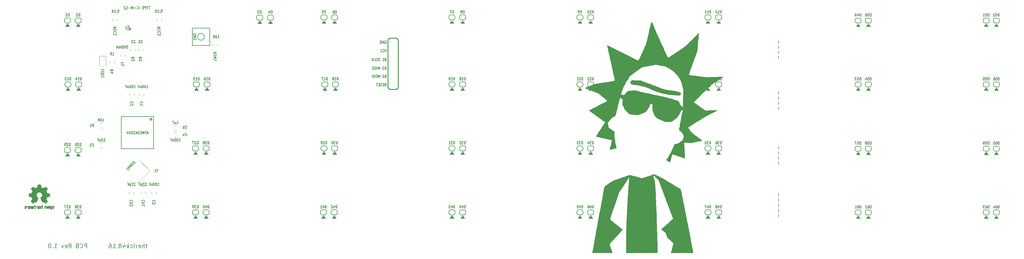
<source format=gbr>
G04 #@! TF.GenerationSoftware,KiCad,Pcbnew,(5.1.2-1)-1*
G04 #@! TF.CreationDate,2020-06-06T07:12:09-05:00*
G04 #@! TF.ProjectId,therick48.16,74686572-6963-46b3-9438-2e31362e6b69,rev?*
G04 #@! TF.SameCoordinates,Original*
G04 #@! TF.FileFunction,Legend,Bot*
G04 #@! TF.FilePolarity,Positive*
%FSLAX46Y46*%
G04 Gerber Fmt 4.6, Leading zero omitted, Abs format (unit mm)*
G04 Created by KiCad (PCBNEW (5.1.2-1)-1) date 2020-06-06 07:12:09*
%MOMM*%
%LPD*%
G04 APERTURE LIST*
%ADD10C,0.150000*%
%ADD11C,0.010000*%
%ADD12C,0.120000*%
%ADD13C,0.254000*%
%ADD14C,0.200000*%
%ADD15C,0.100000*%
%ADD16C,0.203200*%
G04 APERTURE END LIST*
D10*
X87024047Y-108031857D02*
X86547857Y-108031857D01*
X86845476Y-107615191D02*
X86845476Y-108686619D01*
X86785952Y-108805667D01*
X86666904Y-108865191D01*
X86547857Y-108865191D01*
X86131190Y-108865191D02*
X86131190Y-107615191D01*
X85595476Y-108865191D02*
X85595476Y-108210429D01*
X85655000Y-108091381D01*
X85774047Y-108031857D01*
X85952619Y-108031857D01*
X86071666Y-108091381D01*
X86131190Y-108150905D01*
X84524047Y-108805667D02*
X84643095Y-108865191D01*
X84881190Y-108865191D01*
X85000238Y-108805667D01*
X85059761Y-108686619D01*
X85059761Y-108210429D01*
X85000238Y-108091381D01*
X84881190Y-108031857D01*
X84643095Y-108031857D01*
X84524047Y-108091381D01*
X84464523Y-108210429D01*
X84464523Y-108329476D01*
X85059761Y-108448524D01*
X83928809Y-108865191D02*
X83928809Y-108031857D01*
X83928809Y-108269953D02*
X83869285Y-108150905D01*
X83809761Y-108091381D01*
X83690714Y-108031857D01*
X83571666Y-108031857D01*
X83155000Y-108865191D02*
X83155000Y-108031857D01*
X83155000Y-107615191D02*
X83214523Y-107674715D01*
X83155000Y-107734238D01*
X83095476Y-107674715D01*
X83155000Y-107615191D01*
X83155000Y-107734238D01*
X82024047Y-108805667D02*
X82143095Y-108865191D01*
X82381190Y-108865191D01*
X82500238Y-108805667D01*
X82559761Y-108746143D01*
X82619285Y-108627095D01*
X82619285Y-108269953D01*
X82559761Y-108150905D01*
X82500238Y-108091381D01*
X82381190Y-108031857D01*
X82143095Y-108031857D01*
X82024047Y-108091381D01*
X81488333Y-108865191D02*
X81488333Y-107615191D01*
X81369285Y-108389000D02*
X81012142Y-108865191D01*
X81012142Y-108031857D02*
X81488333Y-108508048D01*
X79940714Y-108031857D02*
X79940714Y-108865191D01*
X80238333Y-107555667D02*
X80535952Y-108448524D01*
X79762142Y-108448524D01*
X79107380Y-108150905D02*
X79226428Y-108091381D01*
X79285952Y-108031857D01*
X79345476Y-107912810D01*
X79345476Y-107853286D01*
X79285952Y-107734238D01*
X79226428Y-107674715D01*
X79107380Y-107615191D01*
X78869285Y-107615191D01*
X78750238Y-107674715D01*
X78690714Y-107734238D01*
X78631190Y-107853286D01*
X78631190Y-107912810D01*
X78690714Y-108031857D01*
X78750238Y-108091381D01*
X78869285Y-108150905D01*
X79107380Y-108150905D01*
X79226428Y-108210429D01*
X79285952Y-108269953D01*
X79345476Y-108389000D01*
X79345476Y-108627095D01*
X79285952Y-108746143D01*
X79226428Y-108805667D01*
X79107380Y-108865191D01*
X78869285Y-108865191D01*
X78750238Y-108805667D01*
X78690714Y-108746143D01*
X78631190Y-108627095D01*
X78631190Y-108389000D01*
X78690714Y-108269953D01*
X78750238Y-108210429D01*
X78869285Y-108150905D01*
X78095476Y-108746143D02*
X78035952Y-108805667D01*
X78095476Y-108865191D01*
X78155000Y-108805667D01*
X78095476Y-108746143D01*
X78095476Y-108865191D01*
X76845476Y-108865191D02*
X77559761Y-108865191D01*
X77202619Y-108865191D02*
X77202619Y-107615191D01*
X77321666Y-107793762D01*
X77440714Y-107912810D01*
X77559761Y-107972334D01*
X75774047Y-107615191D02*
X76012142Y-107615191D01*
X76131190Y-107674715D01*
X76190714Y-107734238D01*
X76309761Y-107912810D01*
X76369285Y-108150905D01*
X76369285Y-108627095D01*
X76309761Y-108746143D01*
X76250238Y-108805667D01*
X76131190Y-108865191D01*
X75893095Y-108865191D01*
X75774047Y-108805667D01*
X75714523Y-108746143D01*
X75655000Y-108627095D01*
X75655000Y-108329476D01*
X75714523Y-108210429D01*
X75774047Y-108150905D01*
X75893095Y-108091381D01*
X76131190Y-108091381D01*
X76250238Y-108150905D01*
X76309761Y-108210429D01*
X76369285Y-108329476D01*
X69114594Y-108865191D02*
X69114594Y-107615191D01*
X68638404Y-107615191D01*
X68519356Y-107674715D01*
X68459833Y-107734238D01*
X68400309Y-107853286D01*
X68400309Y-108031857D01*
X68459833Y-108150905D01*
X68519356Y-108210429D01*
X68638404Y-108269953D01*
X69114594Y-108269953D01*
X67150309Y-108746143D02*
X67209833Y-108805667D01*
X67388404Y-108865191D01*
X67507452Y-108865191D01*
X67686023Y-108805667D01*
X67805071Y-108686619D01*
X67864594Y-108567572D01*
X67924118Y-108329476D01*
X67924118Y-108150905D01*
X67864594Y-107912810D01*
X67805071Y-107793762D01*
X67686023Y-107674715D01*
X67507452Y-107615191D01*
X67388404Y-107615191D01*
X67209833Y-107674715D01*
X67150309Y-107734238D01*
X66197928Y-108210429D02*
X66019356Y-108269953D01*
X65959833Y-108329476D01*
X65900309Y-108448524D01*
X65900309Y-108627095D01*
X65959833Y-108746143D01*
X66019356Y-108805667D01*
X66138404Y-108865191D01*
X66614594Y-108865191D01*
X66614594Y-107615191D01*
X66197928Y-107615191D01*
X66078880Y-107674715D01*
X66019356Y-107734238D01*
X65959833Y-107853286D01*
X65959833Y-107972334D01*
X66019356Y-108091381D01*
X66078880Y-108150905D01*
X66197928Y-108210429D01*
X66614594Y-108210429D01*
X63697928Y-108865191D02*
X64114594Y-108269953D01*
X64412213Y-108865191D02*
X64412213Y-107615191D01*
X63936023Y-107615191D01*
X63816975Y-107674715D01*
X63757452Y-107734238D01*
X63697928Y-107853286D01*
X63697928Y-108031857D01*
X63757452Y-108150905D01*
X63816975Y-108210429D01*
X63936023Y-108269953D01*
X64412213Y-108269953D01*
X62686023Y-108805667D02*
X62805071Y-108865191D01*
X63043166Y-108865191D01*
X63162213Y-108805667D01*
X63221737Y-108686619D01*
X63221737Y-108210429D01*
X63162213Y-108091381D01*
X63043166Y-108031857D01*
X62805071Y-108031857D01*
X62686023Y-108091381D01*
X62626499Y-108210429D01*
X62626499Y-108329476D01*
X63221737Y-108448524D01*
X62209833Y-108031857D02*
X61912213Y-108865191D01*
X61614594Y-108031857D01*
X59531261Y-108865191D02*
X60245547Y-108865191D01*
X59888404Y-108865191D02*
X59888404Y-107615191D01*
X60007452Y-107793762D01*
X60126499Y-107912810D01*
X60245547Y-107972334D01*
X58995547Y-108746143D02*
X58936023Y-108805667D01*
X58995547Y-108865191D01*
X59055071Y-108805667D01*
X58995547Y-108746143D01*
X58995547Y-108865191D01*
X58162213Y-107615191D02*
X58043166Y-107615191D01*
X57924118Y-107674715D01*
X57864594Y-107734238D01*
X57805071Y-107853286D01*
X57745547Y-108091381D01*
X57745547Y-108389000D01*
X57805071Y-108627095D01*
X57864594Y-108746143D01*
X57924118Y-108805667D01*
X58043166Y-108865191D01*
X58162213Y-108865191D01*
X58281261Y-108805667D01*
X58340785Y-108746143D01*
X58400309Y-108627095D01*
X58459833Y-108389000D01*
X58459833Y-108091381D01*
X58400309Y-107853286D01*
X58340785Y-107734238D01*
X58281261Y-107674715D01*
X58162213Y-107615191D01*
X95793666Y-71862904D02*
X96193666Y-71862904D01*
X95993666Y-71862904D02*
X95993666Y-71062904D01*
X96060333Y-71177190D01*
X96127000Y-71253380D01*
X96193666Y-71291476D01*
X95193666Y-71329571D02*
X95193666Y-71862904D01*
X95493666Y-71329571D02*
X95493666Y-71748619D01*
X95460333Y-71824809D01*
X95393666Y-71862904D01*
X95293666Y-71862904D01*
X95227000Y-71824809D01*
X95193666Y-71786714D01*
X94627000Y-71443857D02*
X94860333Y-71443857D01*
X94860333Y-71862904D02*
X94860333Y-71062904D01*
X94527000Y-71062904D01*
X274359278Y-66879824D02*
X274359278Y-67639824D01*
X274359278Y-83219781D02*
X274359278Y-83979781D01*
X274359278Y-81699785D02*
X274359278Y-82459785D01*
X274359278Y-80179789D02*
X274359278Y-80939789D01*
X274359278Y-78659793D02*
X274359278Y-79419793D01*
X274359278Y-65359828D02*
X274359278Y-66119828D01*
X274359278Y-63839832D02*
X274359278Y-64599832D01*
X274359278Y-62319836D02*
X274359278Y-63079836D01*
X274360000Y-51680000D02*
X274360000Y-52440000D01*
X274360000Y-50160000D02*
X274360000Y-50920000D01*
X274360000Y-98800000D02*
X274360000Y-99560000D01*
X274360000Y-97280000D02*
X274360000Y-98040000D01*
X274360000Y-95760000D02*
X274360000Y-96520000D01*
X274360000Y-94240000D02*
X274360000Y-95000000D01*
X274360000Y-92720000D02*
X274360000Y-93480000D01*
X274360000Y-48640000D02*
X274360000Y-49400000D01*
X274360000Y-47120000D02*
X274360000Y-47880000D01*
X91123095Y-37913904D02*
X91456428Y-37913904D01*
X91489762Y-38294857D01*
X91456428Y-38256761D01*
X91389762Y-38218666D01*
X91223095Y-38218666D01*
X91156428Y-38256761D01*
X91123095Y-38294857D01*
X91089762Y-38371047D01*
X91089762Y-38561523D01*
X91123095Y-38637714D01*
X91156428Y-38675809D01*
X91223095Y-38713904D01*
X91389762Y-38713904D01*
X91456428Y-38675809D01*
X91489762Y-38637714D01*
X90789762Y-38637714D02*
X90756428Y-38675809D01*
X90789762Y-38713904D01*
X90823095Y-38675809D01*
X90789762Y-38637714D01*
X90789762Y-38713904D01*
X90089762Y-38713904D02*
X90489762Y-38713904D01*
X90289762Y-38713904D02*
X90289762Y-37913904D01*
X90356428Y-38028190D01*
X90423095Y-38104380D01*
X90489762Y-38142476D01*
X89789762Y-38713904D02*
X89789762Y-37913904D01*
X89389762Y-38713904D02*
X89689762Y-38256761D01*
X89389762Y-37913904D02*
X89789762Y-38371047D01*
X78280333Y-37913904D02*
X78613666Y-37913904D01*
X78647000Y-38294857D01*
X78613666Y-38256761D01*
X78547000Y-38218666D01*
X78380333Y-38218666D01*
X78313666Y-38256761D01*
X78280333Y-38294857D01*
X78247000Y-38371047D01*
X78247000Y-38561523D01*
X78280333Y-38637714D01*
X78313666Y-38675809D01*
X78380333Y-38713904D01*
X78547000Y-38713904D01*
X78613666Y-38675809D01*
X78647000Y-38637714D01*
X77947000Y-38637714D02*
X77913666Y-38675809D01*
X77947000Y-38713904D01*
X77980333Y-38675809D01*
X77947000Y-38637714D01*
X77947000Y-38713904D01*
X77247000Y-38713904D02*
X77647000Y-38713904D01*
X77447000Y-38713904D02*
X77447000Y-37913904D01*
X77513666Y-38028190D01*
X77580333Y-38104380D01*
X77647000Y-38142476D01*
X76947000Y-38713904D02*
X76947000Y-37913904D01*
X76547000Y-38713904D02*
X76847000Y-38256761D01*
X76547000Y-37913904D02*
X76947000Y-38371047D01*
X107925333Y-46335904D02*
X108325333Y-46335904D01*
X108125333Y-46335904D02*
X108125333Y-45535904D01*
X108192000Y-45650190D01*
X108258666Y-45726380D01*
X108325333Y-45764476D01*
X107492000Y-45535904D02*
X107425333Y-45535904D01*
X107358666Y-45574000D01*
X107325333Y-45612095D01*
X107292000Y-45688285D01*
X107258666Y-45840666D01*
X107258666Y-46031142D01*
X107292000Y-46183523D01*
X107325333Y-46259714D01*
X107358666Y-46297809D01*
X107425333Y-46335904D01*
X107492000Y-46335904D01*
X107558666Y-46297809D01*
X107592000Y-46259714D01*
X107625333Y-46183523D01*
X107658666Y-46031142D01*
X107658666Y-45840666D01*
X107625333Y-45688285D01*
X107592000Y-45612095D01*
X107558666Y-45574000D01*
X107492000Y-45535904D01*
X106958666Y-46335904D02*
X106958666Y-45535904D01*
X106558666Y-46335904D02*
X106858666Y-45878761D01*
X106558666Y-45535904D02*
X106958666Y-45993047D01*
X86808333Y-61194904D02*
X87208333Y-61194904D01*
X87008333Y-61194904D02*
X87008333Y-60394904D01*
X87075000Y-60509190D01*
X87141666Y-60585380D01*
X87208333Y-60623476D01*
X86375000Y-60394904D02*
X86308333Y-60394904D01*
X86241666Y-60433000D01*
X86208333Y-60471095D01*
X86175000Y-60547285D01*
X86141666Y-60699666D01*
X86141666Y-60890142D01*
X86175000Y-61042523D01*
X86208333Y-61118714D01*
X86241666Y-61156809D01*
X86308333Y-61194904D01*
X86375000Y-61194904D01*
X86441666Y-61156809D01*
X86475000Y-61118714D01*
X86508333Y-61042523D01*
X86541666Y-60890142D01*
X86541666Y-60699666D01*
X86508333Y-60547285D01*
X86475000Y-60471095D01*
X86441666Y-60433000D01*
X86375000Y-60394904D01*
X85708333Y-60394904D02*
X85641666Y-60394904D01*
X85575000Y-60433000D01*
X85541666Y-60471095D01*
X85508333Y-60547285D01*
X85475000Y-60699666D01*
X85475000Y-60890142D01*
X85508333Y-61042523D01*
X85541666Y-61118714D01*
X85575000Y-61156809D01*
X85641666Y-61194904D01*
X85708333Y-61194904D01*
X85775000Y-61156809D01*
X85808333Y-61118714D01*
X85841666Y-61042523D01*
X85875000Y-60890142D01*
X85875000Y-60699666D01*
X85841666Y-60547285D01*
X85808333Y-60471095D01*
X85775000Y-60433000D01*
X85708333Y-60394904D01*
X85175000Y-60661571D02*
X85175000Y-61194904D01*
X85175000Y-60737761D02*
X85141666Y-60699666D01*
X85075000Y-60661571D01*
X84975000Y-60661571D01*
X84908333Y-60699666D01*
X84875000Y-60775857D01*
X84875000Y-61194904D01*
X84308333Y-60775857D02*
X84541666Y-60775857D01*
X84541666Y-61194904D02*
X84541666Y-60394904D01*
X84208333Y-60394904D01*
X83261648Y-83747162D02*
X83544491Y-83464319D01*
X83403069Y-83605740D02*
X82837384Y-83040055D01*
X82965336Y-83073727D01*
X83066352Y-83080461D01*
X83140430Y-83060258D01*
X82271698Y-83605740D02*
X82365979Y-83511460D01*
X82440057Y-83491256D01*
X82490565Y-83494624D01*
X82618517Y-83528295D01*
X82749837Y-83612475D01*
X82965336Y-83827974D01*
X82995641Y-83905419D01*
X82999008Y-83955927D01*
X82978805Y-84030004D01*
X82884524Y-84124285D01*
X82810446Y-84144488D01*
X82759939Y-84141121D01*
X82682494Y-84110817D01*
X82547807Y-83976130D01*
X82517502Y-83898685D01*
X82514135Y-83848177D01*
X82534338Y-83774099D01*
X82628619Y-83679818D01*
X82702697Y-83659615D01*
X82753204Y-83662982D01*
X82830649Y-83693287D01*
X82578111Y-84430698D02*
X82012426Y-83865013D01*
X82251495Y-84434066D01*
X81682443Y-84194996D01*
X82248128Y-84760682D01*
X82012426Y-84996384D02*
X81446740Y-84430698D01*
X81716114Y-84700072D02*
X81433272Y-84982915D01*
X81729583Y-85279226D02*
X81163898Y-84713541D01*
X81163898Y-85090665D02*
X80904625Y-85349937D01*
X81541021Y-85467788D01*
X81281749Y-85727061D01*
X83449333Y-47096095D02*
X83416000Y-47058000D01*
X83349333Y-47019904D01*
X83182666Y-47019904D01*
X83116000Y-47058000D01*
X83082666Y-47096095D01*
X83049333Y-47172285D01*
X83049333Y-47248476D01*
X83082666Y-47362761D01*
X83482666Y-47819904D01*
X83049333Y-47819904D01*
X82782666Y-47096095D02*
X82749333Y-47058000D01*
X82682666Y-47019904D01*
X82516000Y-47019904D01*
X82449333Y-47058000D01*
X82416000Y-47096095D01*
X82382666Y-47172285D01*
X82382666Y-47248476D01*
X82416000Y-47362761D01*
X82816000Y-47819904D01*
X82382666Y-47819904D01*
X85608333Y-47096095D02*
X85575000Y-47058000D01*
X85508333Y-47019904D01*
X85341666Y-47019904D01*
X85275000Y-47058000D01*
X85241666Y-47096095D01*
X85208333Y-47172285D01*
X85208333Y-47248476D01*
X85241666Y-47362761D01*
X85641666Y-47819904D01*
X85208333Y-47819904D01*
X84941666Y-47096095D02*
X84908333Y-47058000D01*
X84841666Y-47019904D01*
X84675000Y-47019904D01*
X84608333Y-47058000D01*
X84575000Y-47096095D01*
X84541666Y-47172285D01*
X84541666Y-47248476D01*
X84575000Y-47362761D01*
X84975000Y-47819904D01*
X84541666Y-47819904D01*
X83125333Y-61194904D02*
X83525333Y-61194904D01*
X83325333Y-61194904D02*
X83325333Y-60394904D01*
X83392000Y-60509190D01*
X83458666Y-60585380D01*
X83525333Y-60623476D01*
X82692000Y-60394904D02*
X82625333Y-60394904D01*
X82558666Y-60433000D01*
X82525333Y-60471095D01*
X82492000Y-60547285D01*
X82458666Y-60699666D01*
X82458666Y-60890142D01*
X82492000Y-61042523D01*
X82525333Y-61118714D01*
X82558666Y-61156809D01*
X82625333Y-61194904D01*
X82692000Y-61194904D01*
X82758666Y-61156809D01*
X82792000Y-61118714D01*
X82825333Y-61042523D01*
X82858666Y-60890142D01*
X82858666Y-60699666D01*
X82825333Y-60547285D01*
X82792000Y-60471095D01*
X82758666Y-60433000D01*
X82692000Y-60394904D01*
X82025333Y-60394904D02*
X81958666Y-60394904D01*
X81892000Y-60433000D01*
X81858666Y-60471095D01*
X81825333Y-60547285D01*
X81792000Y-60699666D01*
X81792000Y-60890142D01*
X81825333Y-61042523D01*
X81858666Y-61118714D01*
X81892000Y-61156809D01*
X81958666Y-61194904D01*
X82025333Y-61194904D01*
X82092000Y-61156809D01*
X82125333Y-61118714D01*
X82158666Y-61042523D01*
X82192000Y-60890142D01*
X82192000Y-60699666D01*
X82158666Y-60547285D01*
X82125333Y-60471095D01*
X82092000Y-60433000D01*
X82025333Y-60394904D01*
X81492000Y-60661571D02*
X81492000Y-61194904D01*
X81492000Y-60737761D02*
X81458666Y-60699666D01*
X81392000Y-60661571D01*
X81292000Y-60661571D01*
X81225333Y-60699666D01*
X81192000Y-60775857D01*
X81192000Y-61194904D01*
X80625333Y-60775857D02*
X80858666Y-60775857D01*
X80858666Y-61194904D02*
X80858666Y-60394904D01*
X80525333Y-60394904D01*
X96460333Y-77069904D02*
X96860333Y-77069904D01*
X96660333Y-77069904D02*
X96660333Y-76269904D01*
X96727000Y-76384190D01*
X96793666Y-76460380D01*
X96860333Y-76498476D01*
X96027000Y-76269904D02*
X95960333Y-76269904D01*
X95893666Y-76308000D01*
X95860333Y-76346095D01*
X95827000Y-76422285D01*
X95793666Y-76574666D01*
X95793666Y-76765142D01*
X95827000Y-76917523D01*
X95860333Y-76993714D01*
X95893666Y-77031809D01*
X95960333Y-77069904D01*
X96027000Y-77069904D01*
X96093666Y-77031809D01*
X96127000Y-76993714D01*
X96160333Y-76917523D01*
X96193666Y-76765142D01*
X96193666Y-76574666D01*
X96160333Y-76422285D01*
X96127000Y-76346095D01*
X96093666Y-76308000D01*
X96027000Y-76269904D01*
X95360333Y-76269904D02*
X95293666Y-76269904D01*
X95227000Y-76308000D01*
X95193666Y-76346095D01*
X95160333Y-76422285D01*
X95127000Y-76574666D01*
X95127000Y-76765142D01*
X95160333Y-76917523D01*
X95193666Y-76993714D01*
X95227000Y-77031809D01*
X95293666Y-77069904D01*
X95360333Y-77069904D01*
X95427000Y-77031809D01*
X95460333Y-76993714D01*
X95493666Y-76917523D01*
X95527000Y-76765142D01*
X95527000Y-76574666D01*
X95493666Y-76422285D01*
X95460333Y-76346095D01*
X95427000Y-76308000D01*
X95360333Y-76269904D01*
X94827000Y-76536571D02*
X94827000Y-77069904D01*
X94827000Y-76612761D02*
X94793666Y-76574666D01*
X94727000Y-76536571D01*
X94627000Y-76536571D01*
X94560333Y-76574666D01*
X94527000Y-76650857D01*
X94527000Y-77069904D01*
X93960333Y-76650857D02*
X94193666Y-76650857D01*
X94193666Y-77069904D02*
X94193666Y-76269904D01*
X93860333Y-76269904D01*
X73762333Y-71100904D02*
X74162333Y-71100904D01*
X73962333Y-71100904D02*
X73962333Y-70300904D01*
X74029000Y-70415190D01*
X74095666Y-70491380D01*
X74162333Y-70529476D01*
X73329000Y-70300904D02*
X73262333Y-70300904D01*
X73195666Y-70339000D01*
X73162333Y-70377095D01*
X73129000Y-70453285D01*
X73095666Y-70605666D01*
X73095666Y-70796142D01*
X73129000Y-70948523D01*
X73162333Y-71024714D01*
X73195666Y-71062809D01*
X73262333Y-71100904D01*
X73329000Y-71100904D01*
X73395666Y-71062809D01*
X73429000Y-71024714D01*
X73462333Y-70948523D01*
X73495666Y-70796142D01*
X73495666Y-70605666D01*
X73462333Y-70453285D01*
X73429000Y-70377095D01*
X73395666Y-70339000D01*
X73329000Y-70300904D01*
X72795666Y-71100904D02*
X72795666Y-70300904D01*
X72395666Y-71100904D02*
X72695666Y-70643761D01*
X72395666Y-70300904D02*
X72795666Y-70758047D01*
X74156000Y-77069904D02*
X74556000Y-77069904D01*
X74356000Y-77069904D02*
X74356000Y-76269904D01*
X74422666Y-76384190D01*
X74489333Y-76460380D01*
X74556000Y-76498476D01*
X73722666Y-76269904D02*
X73656000Y-76269904D01*
X73589333Y-76308000D01*
X73556000Y-76346095D01*
X73522666Y-76422285D01*
X73489333Y-76574666D01*
X73489333Y-76765142D01*
X73522666Y-76917523D01*
X73556000Y-76993714D01*
X73589333Y-77031809D01*
X73656000Y-77069904D01*
X73722666Y-77069904D01*
X73789333Y-77031809D01*
X73822666Y-76993714D01*
X73856000Y-76917523D01*
X73889333Y-76765142D01*
X73889333Y-76574666D01*
X73856000Y-76422285D01*
X73822666Y-76346095D01*
X73789333Y-76308000D01*
X73722666Y-76269904D01*
X72889333Y-76536571D02*
X72889333Y-77069904D01*
X73189333Y-76536571D02*
X73189333Y-76955619D01*
X73156000Y-77031809D01*
X73089333Y-77069904D01*
X72989333Y-77069904D01*
X72922666Y-77031809D01*
X72889333Y-76993714D01*
X72322666Y-76650857D02*
X72556000Y-76650857D01*
X72556000Y-77069904D02*
X72556000Y-76269904D01*
X72222666Y-76269904D01*
X83446000Y-89554095D02*
X83412666Y-89516000D01*
X83346000Y-89477904D01*
X83179333Y-89477904D01*
X83112666Y-89516000D01*
X83079333Y-89554095D01*
X83046000Y-89630285D01*
X83046000Y-89706476D01*
X83079333Y-89820761D01*
X83479333Y-90277904D01*
X83046000Y-90277904D01*
X82779333Y-89554095D02*
X82746000Y-89516000D01*
X82679333Y-89477904D01*
X82512666Y-89477904D01*
X82446000Y-89516000D01*
X82412666Y-89554095D01*
X82379333Y-89630285D01*
X82379333Y-89706476D01*
X82412666Y-89820761D01*
X82812666Y-90277904D01*
X82379333Y-90277904D01*
X82079333Y-89744571D02*
X82079333Y-90544571D01*
X82079333Y-89782666D02*
X82012666Y-89744571D01*
X81879333Y-89744571D01*
X81812666Y-89782666D01*
X81779333Y-89820761D01*
X81746000Y-89896952D01*
X81746000Y-90125523D01*
X81779333Y-90201714D01*
X81812666Y-90239809D01*
X81879333Y-90277904D01*
X82012666Y-90277904D01*
X82079333Y-90239809D01*
X81212666Y-89858857D02*
X81446000Y-89858857D01*
X81446000Y-90277904D02*
X81446000Y-89477904D01*
X81112666Y-89477904D01*
X86875000Y-89554095D02*
X86841666Y-89516000D01*
X86775000Y-89477904D01*
X86608333Y-89477904D01*
X86541666Y-89516000D01*
X86508333Y-89554095D01*
X86475000Y-89630285D01*
X86475000Y-89706476D01*
X86508333Y-89820761D01*
X86908333Y-90277904D01*
X86475000Y-90277904D01*
X86208333Y-89554095D02*
X86175000Y-89516000D01*
X86108333Y-89477904D01*
X85941666Y-89477904D01*
X85875000Y-89516000D01*
X85841666Y-89554095D01*
X85808333Y-89630285D01*
X85808333Y-89706476D01*
X85841666Y-89820761D01*
X86241666Y-90277904D01*
X85808333Y-90277904D01*
X85508333Y-89744571D02*
X85508333Y-90544571D01*
X85508333Y-89782666D02*
X85441666Y-89744571D01*
X85308333Y-89744571D01*
X85241666Y-89782666D01*
X85208333Y-89820761D01*
X85175000Y-89896952D01*
X85175000Y-90125523D01*
X85208333Y-90201714D01*
X85241666Y-90239809D01*
X85308333Y-90277904D01*
X85441666Y-90277904D01*
X85508333Y-90239809D01*
X84641666Y-89858857D02*
X84875000Y-89858857D01*
X84875000Y-90277904D02*
X84875000Y-89477904D01*
X84541666Y-89477904D01*
X90110333Y-90277904D02*
X90510333Y-90277904D01*
X90310333Y-90277904D02*
X90310333Y-89477904D01*
X90377000Y-89592190D01*
X90443666Y-89668380D01*
X90510333Y-89706476D01*
X89677000Y-89477904D02*
X89610333Y-89477904D01*
X89543666Y-89516000D01*
X89510333Y-89554095D01*
X89477000Y-89630285D01*
X89443666Y-89782666D01*
X89443666Y-89973142D01*
X89477000Y-90125523D01*
X89510333Y-90201714D01*
X89543666Y-90239809D01*
X89610333Y-90277904D01*
X89677000Y-90277904D01*
X89743666Y-90239809D01*
X89777000Y-90201714D01*
X89810333Y-90125523D01*
X89843666Y-89973142D01*
X89843666Y-89782666D01*
X89810333Y-89630285D01*
X89777000Y-89554095D01*
X89743666Y-89516000D01*
X89677000Y-89477904D01*
X89010333Y-89477904D02*
X88943666Y-89477904D01*
X88877000Y-89516000D01*
X88843666Y-89554095D01*
X88810333Y-89630285D01*
X88777000Y-89782666D01*
X88777000Y-89973142D01*
X88810333Y-90125523D01*
X88843666Y-90201714D01*
X88877000Y-90239809D01*
X88943666Y-90277904D01*
X89010333Y-90277904D01*
X89077000Y-90239809D01*
X89110333Y-90201714D01*
X89143666Y-90125523D01*
X89177000Y-89973142D01*
X89177000Y-89782666D01*
X89143666Y-89630285D01*
X89110333Y-89554095D01*
X89077000Y-89516000D01*
X89010333Y-89477904D01*
X88477000Y-89744571D02*
X88477000Y-90277904D01*
X88477000Y-89820761D02*
X88443666Y-89782666D01*
X88377000Y-89744571D01*
X88277000Y-89744571D01*
X88210333Y-89782666D01*
X88177000Y-89858857D01*
X88177000Y-90277904D01*
X87610333Y-89858857D02*
X87843666Y-89858857D01*
X87843666Y-90277904D02*
X87843666Y-89477904D01*
X87510333Y-89477904D01*
X80895666Y-48583904D02*
X81229000Y-48583904D01*
X81262333Y-48964857D01*
X81229000Y-48926761D01*
X81162333Y-48888666D01*
X80995666Y-48888666D01*
X80929000Y-48926761D01*
X80895666Y-48964857D01*
X80862333Y-49041047D01*
X80862333Y-49231523D01*
X80895666Y-49307714D01*
X80929000Y-49345809D01*
X80995666Y-49383904D01*
X81162333Y-49383904D01*
X81229000Y-49345809D01*
X81262333Y-49307714D01*
X80429000Y-48583904D02*
X80362333Y-48583904D01*
X80295666Y-48622000D01*
X80262333Y-48660095D01*
X80229000Y-48736285D01*
X80195666Y-48888666D01*
X80195666Y-49079142D01*
X80229000Y-49231523D01*
X80262333Y-49307714D01*
X80295666Y-49345809D01*
X80362333Y-49383904D01*
X80429000Y-49383904D01*
X80495666Y-49345809D01*
X80529000Y-49307714D01*
X80562333Y-49231523D01*
X80595666Y-49079142D01*
X80595666Y-48888666D01*
X80562333Y-48736285D01*
X80529000Y-48660095D01*
X80495666Y-48622000D01*
X80429000Y-48583904D01*
X79762333Y-48583904D02*
X79695666Y-48583904D01*
X79629000Y-48622000D01*
X79595666Y-48660095D01*
X79562333Y-48736285D01*
X79529000Y-48888666D01*
X79529000Y-49079142D01*
X79562333Y-49231523D01*
X79595666Y-49307714D01*
X79629000Y-49345809D01*
X79695666Y-49383904D01*
X79762333Y-49383904D01*
X79829000Y-49345809D01*
X79862333Y-49307714D01*
X79895666Y-49231523D01*
X79929000Y-49079142D01*
X79929000Y-48888666D01*
X79895666Y-48736285D01*
X79862333Y-48660095D01*
X79829000Y-48622000D01*
X79762333Y-48583904D01*
X79229000Y-49383904D02*
X79229000Y-48850571D01*
X79229000Y-48926761D02*
X79195666Y-48888666D01*
X79129000Y-48850571D01*
X79029000Y-48850571D01*
X78962333Y-48888666D01*
X78929000Y-48964857D01*
X78929000Y-49383904D01*
X78929000Y-48964857D02*
X78895666Y-48888666D01*
X78829000Y-48850571D01*
X78729000Y-48850571D01*
X78662333Y-48888666D01*
X78629000Y-48964857D01*
X78629000Y-49383904D01*
X78329000Y-49155333D02*
X77995666Y-49155333D01*
X78395666Y-49383904D02*
X78162333Y-48583904D01*
X77929000Y-49383904D01*
D11*
G36*
X54851122Y-90013776D02*
G01*
X54745388Y-90014355D01*
X54668868Y-90015922D01*
X54616628Y-90018972D01*
X54583737Y-90023996D01*
X54565263Y-90031489D01*
X54556273Y-90041944D01*
X54551837Y-90055853D01*
X54551406Y-90057654D01*
X54544667Y-90090145D01*
X54532192Y-90154252D01*
X54515281Y-90243151D01*
X54495229Y-90350019D01*
X54473336Y-90468033D01*
X54472571Y-90472178D01*
X54450641Y-90587831D01*
X54430123Y-90690014D01*
X54412341Y-90772598D01*
X54398619Y-90829456D01*
X54390282Y-90854458D01*
X54389884Y-90854901D01*
X54365323Y-90867110D01*
X54314685Y-90887456D01*
X54248905Y-90911545D01*
X54248539Y-90911674D01*
X54165683Y-90942818D01*
X54068000Y-90982491D01*
X53975923Y-91022381D01*
X53971566Y-91024353D01*
X53821593Y-91092420D01*
X53489502Y-90865639D01*
X53387626Y-90796504D01*
X53295343Y-90734697D01*
X53217997Y-90683733D01*
X53160936Y-90647127D01*
X53129505Y-90628394D01*
X53126521Y-90627004D01*
X53103679Y-90633190D01*
X53061018Y-90663035D01*
X52996872Y-90717947D01*
X52909579Y-90799334D01*
X52820465Y-90885922D01*
X52734559Y-90971247D01*
X52657673Y-91049108D01*
X52594436Y-91114697D01*
X52549477Y-91163205D01*
X52527424Y-91189825D01*
X52526604Y-91191195D01*
X52524166Y-91209463D01*
X52533350Y-91239295D01*
X52556426Y-91284721D01*
X52595663Y-91349770D01*
X52653330Y-91438470D01*
X52730205Y-91552657D01*
X52798430Y-91653162D01*
X52859418Y-91743303D01*
X52909644Y-91817849D01*
X52945584Y-91871565D01*
X52963713Y-91899218D01*
X52964854Y-91901095D01*
X52962641Y-91927590D01*
X52945862Y-91979086D01*
X52917858Y-92045851D01*
X52907878Y-92067172D01*
X52864328Y-92162159D01*
X52817866Y-92269937D01*
X52780123Y-92363192D01*
X52752927Y-92432406D01*
X52731325Y-92485006D01*
X52718842Y-92512497D01*
X52717291Y-92514616D01*
X52694332Y-92518124D01*
X52640214Y-92527738D01*
X52562132Y-92542089D01*
X52467281Y-92559807D01*
X52362857Y-92579525D01*
X52256056Y-92599874D01*
X52154074Y-92619486D01*
X52064106Y-92636991D01*
X51993347Y-92651022D01*
X51948994Y-92660209D01*
X51938115Y-92662807D01*
X51926878Y-92669218D01*
X51918395Y-92683697D01*
X51912286Y-92711133D01*
X51908168Y-92756411D01*
X51905659Y-92824420D01*
X51904379Y-92920047D01*
X51903946Y-93048180D01*
X51903923Y-93100701D01*
X51903923Y-93527845D01*
X52006500Y-93548091D01*
X52063569Y-93559070D01*
X52148731Y-93575095D01*
X52251628Y-93594233D01*
X52361904Y-93614551D01*
X52392385Y-93620132D01*
X52494145Y-93639917D01*
X52582795Y-93659373D01*
X52650892Y-93676697D01*
X52690996Y-93690088D01*
X52697677Y-93694079D01*
X52714081Y-93722342D01*
X52737601Y-93777109D01*
X52763684Y-93847588D01*
X52768858Y-93862769D01*
X52803044Y-93956896D01*
X52845477Y-94063101D01*
X52887003Y-94158473D01*
X52887208Y-94158916D01*
X52956360Y-94308525D01*
X52501488Y-94977617D01*
X52793500Y-95270116D01*
X52881820Y-95357170D01*
X52962375Y-95433909D01*
X53030640Y-95496237D01*
X53082092Y-95540056D01*
X53112206Y-95561270D01*
X53116526Y-95562616D01*
X53141889Y-95552016D01*
X53193642Y-95522547D01*
X53266132Y-95477705D01*
X53353706Y-95420984D01*
X53448388Y-95357462D01*
X53544484Y-95292668D01*
X53630163Y-95236287D01*
X53699984Y-95191788D01*
X53748506Y-95162639D01*
X53770218Y-95152308D01*
X53796707Y-95161050D01*
X53846938Y-95184087D01*
X53910549Y-95216631D01*
X53917292Y-95220249D01*
X54002954Y-95263210D01*
X54061694Y-95284279D01*
X54098228Y-95284503D01*
X54117269Y-95264928D01*
X54117380Y-95264654D01*
X54126898Y-95241472D01*
X54149597Y-95186441D01*
X54183718Y-95103822D01*
X54227500Y-94997872D01*
X54279184Y-94872852D01*
X54337008Y-94733020D01*
X54393009Y-94597637D01*
X54454553Y-94448234D01*
X54511061Y-94309832D01*
X54560839Y-94186673D01*
X54602194Y-94083002D01*
X54633432Y-94003059D01*
X54652859Y-93951088D01*
X54658846Y-93931692D01*
X54643832Y-93909443D01*
X54604561Y-93873982D01*
X54552193Y-93834887D01*
X54403059Y-93711245D01*
X54286489Y-93569522D01*
X54203882Y-93412704D01*
X54156634Y-93243775D01*
X54146143Y-93065722D01*
X54153769Y-92983539D01*
X54195318Y-92813031D01*
X54266877Y-92662459D01*
X54364005Y-92533309D01*
X54482266Y-92427064D01*
X54617220Y-92345210D01*
X54764429Y-92289232D01*
X54919456Y-92260615D01*
X55077861Y-92260844D01*
X55235206Y-92291405D01*
X55387054Y-92353782D01*
X55528965Y-92449460D01*
X55588197Y-92503572D01*
X55701797Y-92642520D01*
X55780894Y-92794361D01*
X55826014Y-92954667D01*
X55837684Y-93119012D01*
X55816431Y-93282971D01*
X55762780Y-93442118D01*
X55677260Y-93592025D01*
X55560395Y-93728267D01*
X55429807Y-93834887D01*
X55375412Y-93875642D01*
X55336986Y-93910718D01*
X55323154Y-93931726D01*
X55330397Y-93954635D01*
X55350995Y-94009365D01*
X55383254Y-94091672D01*
X55425479Y-94197315D01*
X55475977Y-94322050D01*
X55533052Y-94461636D01*
X55589146Y-94597670D01*
X55651033Y-94747201D01*
X55708356Y-94885767D01*
X55759356Y-95009107D01*
X55802273Y-95112964D01*
X55835347Y-95193080D01*
X55856819Y-95245195D01*
X55864775Y-95264654D01*
X55883571Y-95284423D01*
X55919926Y-95284365D01*
X55978521Y-95263441D01*
X56064032Y-95220613D01*
X56064708Y-95220249D01*
X56129093Y-95187012D01*
X56181139Y-95162802D01*
X56210488Y-95152404D01*
X56211783Y-95152308D01*
X56233876Y-95162855D01*
X56282652Y-95192184D01*
X56352669Y-95236827D01*
X56438486Y-95293314D01*
X56533612Y-95357462D01*
X56630460Y-95422411D01*
X56717747Y-95478896D01*
X56789819Y-95523421D01*
X56841023Y-95552490D01*
X56865474Y-95562616D01*
X56887990Y-95549307D01*
X56933258Y-95512112D01*
X56996756Y-95455128D01*
X57073961Y-95382449D01*
X57160349Y-95298171D01*
X57188601Y-95270016D01*
X57480713Y-94977416D01*
X57258369Y-94651104D01*
X57190798Y-94550897D01*
X57131493Y-94460963D01*
X57083783Y-94386510D01*
X57050993Y-94332751D01*
X57036452Y-94304894D01*
X57036026Y-94302912D01*
X57043692Y-94276655D01*
X57064311Y-94223837D01*
X57094315Y-94153310D01*
X57115375Y-94106093D01*
X57154752Y-94015694D01*
X57191835Y-93924366D01*
X57220585Y-93847200D01*
X57228395Y-93823692D01*
X57250583Y-93760916D01*
X57272273Y-93712411D01*
X57284187Y-93694079D01*
X57310477Y-93682859D01*
X57367858Y-93666954D01*
X57448882Y-93648167D01*
X57546105Y-93628299D01*
X57589615Y-93620132D01*
X57700104Y-93599829D01*
X57806084Y-93580170D01*
X57897199Y-93563088D01*
X57963092Y-93550518D01*
X57975500Y-93548091D01*
X58078077Y-93527845D01*
X58078077Y-93100701D01*
X58077847Y-92960246D01*
X58076901Y-92853979D01*
X58074859Y-92777013D01*
X58071338Y-92724460D01*
X58065957Y-92691433D01*
X58058334Y-92673045D01*
X58048088Y-92664408D01*
X58043885Y-92662807D01*
X58018530Y-92657127D01*
X57962516Y-92645795D01*
X57883036Y-92630179D01*
X57787288Y-92611647D01*
X57682467Y-92591569D01*
X57575768Y-92571312D01*
X57474387Y-92552246D01*
X57385521Y-92535739D01*
X57316363Y-92523159D01*
X57274111Y-92515875D01*
X57264710Y-92514616D01*
X57256193Y-92497763D01*
X57237340Y-92452870D01*
X57211676Y-92388430D01*
X57201877Y-92363192D01*
X57162352Y-92265686D01*
X57115808Y-92157959D01*
X57074123Y-92067172D01*
X57043450Y-91997753D01*
X57023044Y-91940710D01*
X57016232Y-91905777D01*
X57017318Y-91901095D01*
X57031715Y-91878991D01*
X57064588Y-91829831D01*
X57112410Y-91758848D01*
X57171652Y-91671278D01*
X57238785Y-91572357D01*
X57252059Y-91552830D01*
X57329954Y-91437140D01*
X57387213Y-91349044D01*
X57426119Y-91284486D01*
X57448956Y-91239411D01*
X57458006Y-91209763D01*
X57455552Y-91191485D01*
X57455489Y-91191369D01*
X57436173Y-91167361D01*
X57393449Y-91120947D01*
X57331949Y-91056937D01*
X57256302Y-90980145D01*
X57171139Y-90895382D01*
X57161535Y-90885922D01*
X57054210Y-90781989D01*
X56971385Y-90705675D01*
X56911395Y-90655571D01*
X56872577Y-90630270D01*
X56855480Y-90627004D01*
X56830527Y-90641250D01*
X56778745Y-90674156D01*
X56705480Y-90722208D01*
X56616080Y-90781890D01*
X56515889Y-90849688D01*
X56492499Y-90865639D01*
X56160407Y-91092420D01*
X56010435Y-91024353D01*
X55919230Y-90984685D01*
X55821331Y-90944791D01*
X55737169Y-90912983D01*
X55733462Y-90911674D01*
X55667631Y-90887576D01*
X55616884Y-90867200D01*
X55592158Y-90854936D01*
X55592116Y-90854901D01*
X55584271Y-90832734D01*
X55570934Y-90778217D01*
X55553430Y-90697480D01*
X55533083Y-90596650D01*
X55511218Y-90481856D01*
X55509429Y-90472178D01*
X55487496Y-90353904D01*
X55467360Y-90246542D01*
X55450320Y-90156917D01*
X55437672Y-90091851D01*
X55430716Y-90058168D01*
X55430594Y-90057654D01*
X55426361Y-90043325D01*
X55418129Y-90032507D01*
X55400967Y-90024706D01*
X55369942Y-90019429D01*
X55320122Y-90016182D01*
X55246576Y-90014472D01*
X55144371Y-90013807D01*
X55008575Y-90013693D01*
X54991000Y-90013692D01*
X54851122Y-90013776D01*
X54851122Y-90013776D01*
G37*
X54851122Y-90013776D02*
X54745388Y-90014355D01*
X54668868Y-90015922D01*
X54616628Y-90018972D01*
X54583737Y-90023996D01*
X54565263Y-90031489D01*
X54556273Y-90041944D01*
X54551837Y-90055853D01*
X54551406Y-90057654D01*
X54544667Y-90090145D01*
X54532192Y-90154252D01*
X54515281Y-90243151D01*
X54495229Y-90350019D01*
X54473336Y-90468033D01*
X54472571Y-90472178D01*
X54450641Y-90587831D01*
X54430123Y-90690014D01*
X54412341Y-90772598D01*
X54398619Y-90829456D01*
X54390282Y-90854458D01*
X54389884Y-90854901D01*
X54365323Y-90867110D01*
X54314685Y-90887456D01*
X54248905Y-90911545D01*
X54248539Y-90911674D01*
X54165683Y-90942818D01*
X54068000Y-90982491D01*
X53975923Y-91022381D01*
X53971566Y-91024353D01*
X53821593Y-91092420D01*
X53489502Y-90865639D01*
X53387626Y-90796504D01*
X53295343Y-90734697D01*
X53217997Y-90683733D01*
X53160936Y-90647127D01*
X53129505Y-90628394D01*
X53126521Y-90627004D01*
X53103679Y-90633190D01*
X53061018Y-90663035D01*
X52996872Y-90717947D01*
X52909579Y-90799334D01*
X52820465Y-90885922D01*
X52734559Y-90971247D01*
X52657673Y-91049108D01*
X52594436Y-91114697D01*
X52549477Y-91163205D01*
X52527424Y-91189825D01*
X52526604Y-91191195D01*
X52524166Y-91209463D01*
X52533350Y-91239295D01*
X52556426Y-91284721D01*
X52595663Y-91349770D01*
X52653330Y-91438470D01*
X52730205Y-91552657D01*
X52798430Y-91653162D01*
X52859418Y-91743303D01*
X52909644Y-91817849D01*
X52945584Y-91871565D01*
X52963713Y-91899218D01*
X52964854Y-91901095D01*
X52962641Y-91927590D01*
X52945862Y-91979086D01*
X52917858Y-92045851D01*
X52907878Y-92067172D01*
X52864328Y-92162159D01*
X52817866Y-92269937D01*
X52780123Y-92363192D01*
X52752927Y-92432406D01*
X52731325Y-92485006D01*
X52718842Y-92512497D01*
X52717291Y-92514616D01*
X52694332Y-92518124D01*
X52640214Y-92527738D01*
X52562132Y-92542089D01*
X52467281Y-92559807D01*
X52362857Y-92579525D01*
X52256056Y-92599874D01*
X52154074Y-92619486D01*
X52064106Y-92636991D01*
X51993347Y-92651022D01*
X51948994Y-92660209D01*
X51938115Y-92662807D01*
X51926878Y-92669218D01*
X51918395Y-92683697D01*
X51912286Y-92711133D01*
X51908168Y-92756411D01*
X51905659Y-92824420D01*
X51904379Y-92920047D01*
X51903946Y-93048180D01*
X51903923Y-93100701D01*
X51903923Y-93527845D01*
X52006500Y-93548091D01*
X52063569Y-93559070D01*
X52148731Y-93575095D01*
X52251628Y-93594233D01*
X52361904Y-93614551D01*
X52392385Y-93620132D01*
X52494145Y-93639917D01*
X52582795Y-93659373D01*
X52650892Y-93676697D01*
X52690996Y-93690088D01*
X52697677Y-93694079D01*
X52714081Y-93722342D01*
X52737601Y-93777109D01*
X52763684Y-93847588D01*
X52768858Y-93862769D01*
X52803044Y-93956896D01*
X52845477Y-94063101D01*
X52887003Y-94158473D01*
X52887208Y-94158916D01*
X52956360Y-94308525D01*
X52501488Y-94977617D01*
X52793500Y-95270116D01*
X52881820Y-95357170D01*
X52962375Y-95433909D01*
X53030640Y-95496237D01*
X53082092Y-95540056D01*
X53112206Y-95561270D01*
X53116526Y-95562616D01*
X53141889Y-95552016D01*
X53193642Y-95522547D01*
X53266132Y-95477705D01*
X53353706Y-95420984D01*
X53448388Y-95357462D01*
X53544484Y-95292668D01*
X53630163Y-95236287D01*
X53699984Y-95191788D01*
X53748506Y-95162639D01*
X53770218Y-95152308D01*
X53796707Y-95161050D01*
X53846938Y-95184087D01*
X53910549Y-95216631D01*
X53917292Y-95220249D01*
X54002954Y-95263210D01*
X54061694Y-95284279D01*
X54098228Y-95284503D01*
X54117269Y-95264928D01*
X54117380Y-95264654D01*
X54126898Y-95241472D01*
X54149597Y-95186441D01*
X54183718Y-95103822D01*
X54227500Y-94997872D01*
X54279184Y-94872852D01*
X54337008Y-94733020D01*
X54393009Y-94597637D01*
X54454553Y-94448234D01*
X54511061Y-94309832D01*
X54560839Y-94186673D01*
X54602194Y-94083002D01*
X54633432Y-94003059D01*
X54652859Y-93951088D01*
X54658846Y-93931692D01*
X54643832Y-93909443D01*
X54604561Y-93873982D01*
X54552193Y-93834887D01*
X54403059Y-93711245D01*
X54286489Y-93569522D01*
X54203882Y-93412704D01*
X54156634Y-93243775D01*
X54146143Y-93065722D01*
X54153769Y-92983539D01*
X54195318Y-92813031D01*
X54266877Y-92662459D01*
X54364005Y-92533309D01*
X54482266Y-92427064D01*
X54617220Y-92345210D01*
X54764429Y-92289232D01*
X54919456Y-92260615D01*
X55077861Y-92260844D01*
X55235206Y-92291405D01*
X55387054Y-92353782D01*
X55528965Y-92449460D01*
X55588197Y-92503572D01*
X55701797Y-92642520D01*
X55780894Y-92794361D01*
X55826014Y-92954667D01*
X55837684Y-93119012D01*
X55816431Y-93282971D01*
X55762780Y-93442118D01*
X55677260Y-93592025D01*
X55560395Y-93728267D01*
X55429807Y-93834887D01*
X55375412Y-93875642D01*
X55336986Y-93910718D01*
X55323154Y-93931726D01*
X55330397Y-93954635D01*
X55350995Y-94009365D01*
X55383254Y-94091672D01*
X55425479Y-94197315D01*
X55475977Y-94322050D01*
X55533052Y-94461636D01*
X55589146Y-94597670D01*
X55651033Y-94747201D01*
X55708356Y-94885767D01*
X55759356Y-95009107D01*
X55802273Y-95112964D01*
X55835347Y-95193080D01*
X55856819Y-95245195D01*
X55864775Y-95264654D01*
X55883571Y-95284423D01*
X55919926Y-95284365D01*
X55978521Y-95263441D01*
X56064032Y-95220613D01*
X56064708Y-95220249D01*
X56129093Y-95187012D01*
X56181139Y-95162802D01*
X56210488Y-95152404D01*
X56211783Y-95152308D01*
X56233876Y-95162855D01*
X56282652Y-95192184D01*
X56352669Y-95236827D01*
X56438486Y-95293314D01*
X56533612Y-95357462D01*
X56630460Y-95422411D01*
X56717747Y-95478896D01*
X56789819Y-95523421D01*
X56841023Y-95552490D01*
X56865474Y-95562616D01*
X56887990Y-95549307D01*
X56933258Y-95512112D01*
X56996756Y-95455128D01*
X57073961Y-95382449D01*
X57160349Y-95298171D01*
X57188601Y-95270016D01*
X57480713Y-94977416D01*
X57258369Y-94651104D01*
X57190798Y-94550897D01*
X57131493Y-94460963D01*
X57083783Y-94386510D01*
X57050993Y-94332751D01*
X57036452Y-94304894D01*
X57036026Y-94302912D01*
X57043692Y-94276655D01*
X57064311Y-94223837D01*
X57094315Y-94153310D01*
X57115375Y-94106093D01*
X57154752Y-94015694D01*
X57191835Y-93924366D01*
X57220585Y-93847200D01*
X57228395Y-93823692D01*
X57250583Y-93760916D01*
X57272273Y-93712411D01*
X57284187Y-93694079D01*
X57310477Y-93682859D01*
X57367858Y-93666954D01*
X57448882Y-93648167D01*
X57546105Y-93628299D01*
X57589615Y-93620132D01*
X57700104Y-93599829D01*
X57806084Y-93580170D01*
X57897199Y-93563088D01*
X57963092Y-93550518D01*
X57975500Y-93548091D01*
X58078077Y-93527845D01*
X58078077Y-93100701D01*
X58077847Y-92960246D01*
X58076901Y-92853979D01*
X58074859Y-92777013D01*
X58071338Y-92724460D01*
X58065957Y-92691433D01*
X58058334Y-92673045D01*
X58048088Y-92664408D01*
X58043885Y-92662807D01*
X58018530Y-92657127D01*
X57962516Y-92645795D01*
X57883036Y-92630179D01*
X57787288Y-92611647D01*
X57682467Y-92591569D01*
X57575768Y-92571312D01*
X57474387Y-92552246D01*
X57385521Y-92535739D01*
X57316363Y-92523159D01*
X57274111Y-92515875D01*
X57264710Y-92514616D01*
X57256193Y-92497763D01*
X57237340Y-92452870D01*
X57211676Y-92388430D01*
X57201877Y-92363192D01*
X57162352Y-92265686D01*
X57115808Y-92157959D01*
X57074123Y-92067172D01*
X57043450Y-91997753D01*
X57023044Y-91940710D01*
X57016232Y-91905777D01*
X57017318Y-91901095D01*
X57031715Y-91878991D01*
X57064588Y-91829831D01*
X57112410Y-91758848D01*
X57171652Y-91671278D01*
X57238785Y-91572357D01*
X57252059Y-91552830D01*
X57329954Y-91437140D01*
X57387213Y-91349044D01*
X57426119Y-91284486D01*
X57448956Y-91239411D01*
X57458006Y-91209763D01*
X57455552Y-91191485D01*
X57455489Y-91191369D01*
X57436173Y-91167361D01*
X57393449Y-91120947D01*
X57331949Y-91056937D01*
X57256302Y-90980145D01*
X57171139Y-90895382D01*
X57161535Y-90885922D01*
X57054210Y-90781989D01*
X56971385Y-90705675D01*
X56911395Y-90655571D01*
X56872577Y-90630270D01*
X56855480Y-90627004D01*
X56830527Y-90641250D01*
X56778745Y-90674156D01*
X56705480Y-90722208D01*
X56616080Y-90781890D01*
X56515889Y-90849688D01*
X56492499Y-90865639D01*
X56160407Y-91092420D01*
X56010435Y-91024353D01*
X55919230Y-90984685D01*
X55821331Y-90944791D01*
X55737169Y-90912983D01*
X55733462Y-90911674D01*
X55667631Y-90887576D01*
X55616884Y-90867200D01*
X55592158Y-90854936D01*
X55592116Y-90854901D01*
X55584271Y-90832734D01*
X55570934Y-90778217D01*
X55553430Y-90697480D01*
X55533083Y-90596650D01*
X55511218Y-90481856D01*
X55509429Y-90472178D01*
X55487496Y-90353904D01*
X55467360Y-90246542D01*
X55450320Y-90156917D01*
X55437672Y-90091851D01*
X55430716Y-90058168D01*
X55430594Y-90057654D01*
X55426361Y-90043325D01*
X55418129Y-90032507D01*
X55400967Y-90024706D01*
X55369942Y-90019429D01*
X55320122Y-90016182D01*
X55246576Y-90014472D01*
X55144371Y-90013807D01*
X55008575Y-90013693D01*
X54991000Y-90013692D01*
X54851122Y-90013776D01*
G36*
X50745776Y-96373838D02*
G01*
X50668472Y-96424361D01*
X50631186Y-96469590D01*
X50601647Y-96551663D01*
X50599301Y-96616607D01*
X50604615Y-96703445D01*
X50804885Y-96791103D01*
X50902261Y-96835887D01*
X50965887Y-96871913D01*
X50998971Y-96903117D01*
X51004720Y-96933436D01*
X50986342Y-96966805D01*
X50966077Y-96988923D01*
X50907111Y-97024393D01*
X50842976Y-97026879D01*
X50784074Y-96999235D01*
X50740803Y-96944320D01*
X50733064Y-96924928D01*
X50695994Y-96864364D01*
X50653346Y-96838552D01*
X50594846Y-96816471D01*
X50594846Y-96900184D01*
X50600018Y-96957150D01*
X50620277Y-97005189D01*
X50662738Y-97060346D01*
X50669049Y-97067514D01*
X50716280Y-97116585D01*
X50756879Y-97142920D01*
X50807672Y-97155035D01*
X50849780Y-97159003D01*
X50925098Y-97159991D01*
X50978714Y-97147466D01*
X51012162Y-97128869D01*
X51064732Y-97087975D01*
X51101121Y-97043748D01*
X51124150Y-96988126D01*
X51136641Y-96913047D01*
X51141413Y-96810449D01*
X51141794Y-96758376D01*
X51140499Y-96695948D01*
X51022529Y-96695948D01*
X51021161Y-96729438D01*
X51017751Y-96734923D01*
X50995247Y-96727472D01*
X50946818Y-96707753D01*
X50882092Y-96679718D01*
X50868557Y-96673692D01*
X50786756Y-96632096D01*
X50741688Y-96595538D01*
X50731783Y-96561296D01*
X50755474Y-96526648D01*
X50775040Y-96511339D01*
X50845640Y-96480721D01*
X50911720Y-96485780D01*
X50967041Y-96523151D01*
X51005364Y-96589473D01*
X51017651Y-96642116D01*
X51022529Y-96695948D01*
X51140499Y-96695948D01*
X51139270Y-96636720D01*
X51129968Y-96546710D01*
X51111540Y-96481167D01*
X51081640Y-96432912D01*
X51037920Y-96394767D01*
X51018859Y-96382440D01*
X50932274Y-96350336D01*
X50837478Y-96348316D01*
X50745776Y-96373838D01*
X50745776Y-96373838D01*
G37*
X50745776Y-96373838D02*
X50668472Y-96424361D01*
X50631186Y-96469590D01*
X50601647Y-96551663D01*
X50599301Y-96616607D01*
X50604615Y-96703445D01*
X50804885Y-96791103D01*
X50902261Y-96835887D01*
X50965887Y-96871913D01*
X50998971Y-96903117D01*
X51004720Y-96933436D01*
X50986342Y-96966805D01*
X50966077Y-96988923D01*
X50907111Y-97024393D01*
X50842976Y-97026879D01*
X50784074Y-96999235D01*
X50740803Y-96944320D01*
X50733064Y-96924928D01*
X50695994Y-96864364D01*
X50653346Y-96838552D01*
X50594846Y-96816471D01*
X50594846Y-96900184D01*
X50600018Y-96957150D01*
X50620277Y-97005189D01*
X50662738Y-97060346D01*
X50669049Y-97067514D01*
X50716280Y-97116585D01*
X50756879Y-97142920D01*
X50807672Y-97155035D01*
X50849780Y-97159003D01*
X50925098Y-97159991D01*
X50978714Y-97147466D01*
X51012162Y-97128869D01*
X51064732Y-97087975D01*
X51101121Y-97043748D01*
X51124150Y-96988126D01*
X51136641Y-96913047D01*
X51141413Y-96810449D01*
X51141794Y-96758376D01*
X51140499Y-96695948D01*
X51022529Y-96695948D01*
X51021161Y-96729438D01*
X51017751Y-96734923D01*
X50995247Y-96727472D01*
X50946818Y-96707753D01*
X50882092Y-96679718D01*
X50868557Y-96673692D01*
X50786756Y-96632096D01*
X50741688Y-96595538D01*
X50731783Y-96561296D01*
X50755474Y-96526648D01*
X50775040Y-96511339D01*
X50845640Y-96480721D01*
X50911720Y-96485780D01*
X50967041Y-96523151D01*
X51005364Y-96589473D01*
X51017651Y-96642116D01*
X51022529Y-96695948D01*
X51140499Y-96695948D01*
X51139270Y-96636720D01*
X51129968Y-96546710D01*
X51111540Y-96481167D01*
X51081640Y-96432912D01*
X51037920Y-96394767D01*
X51018859Y-96382440D01*
X50932274Y-96350336D01*
X50837478Y-96348316D01*
X50745776Y-96373838D01*
G36*
X51420193Y-96362782D02*
G01*
X51396839Y-96372988D01*
X51341098Y-96417134D01*
X51293431Y-96480967D01*
X51263952Y-96549087D01*
X51259154Y-96582670D01*
X51275240Y-96629556D01*
X51310525Y-96654365D01*
X51348356Y-96669387D01*
X51365679Y-96672155D01*
X51374114Y-96652066D01*
X51390770Y-96608351D01*
X51398077Y-96588598D01*
X51439052Y-96520271D01*
X51498378Y-96486191D01*
X51574448Y-96487239D01*
X51580082Y-96488581D01*
X51620695Y-96507836D01*
X51650552Y-96545375D01*
X51670945Y-96605809D01*
X51683164Y-96693751D01*
X51688500Y-96813813D01*
X51689000Y-96877698D01*
X51689248Y-96978403D01*
X51690874Y-97047054D01*
X51695199Y-97090673D01*
X51703546Y-97116282D01*
X51717235Y-97130903D01*
X51737589Y-97141558D01*
X51738766Y-97142095D01*
X51777962Y-97158667D01*
X51797381Y-97164769D01*
X51800365Y-97146319D01*
X51802919Y-97095323D01*
X51804860Y-97018308D01*
X51806003Y-96921805D01*
X51806231Y-96851184D01*
X51805068Y-96714525D01*
X51800521Y-96610851D01*
X51791001Y-96534108D01*
X51774919Y-96478246D01*
X51750687Y-96437212D01*
X51716714Y-96404954D01*
X51683167Y-96382440D01*
X51602501Y-96352476D01*
X51508619Y-96345718D01*
X51420193Y-96362782D01*
X51420193Y-96362782D01*
G37*
X51420193Y-96362782D02*
X51396839Y-96372988D01*
X51341098Y-96417134D01*
X51293431Y-96480967D01*
X51263952Y-96549087D01*
X51259154Y-96582670D01*
X51275240Y-96629556D01*
X51310525Y-96654365D01*
X51348356Y-96669387D01*
X51365679Y-96672155D01*
X51374114Y-96652066D01*
X51390770Y-96608351D01*
X51398077Y-96588598D01*
X51439052Y-96520271D01*
X51498378Y-96486191D01*
X51574448Y-96487239D01*
X51580082Y-96488581D01*
X51620695Y-96507836D01*
X51650552Y-96545375D01*
X51670945Y-96605809D01*
X51683164Y-96693751D01*
X51688500Y-96813813D01*
X51689000Y-96877698D01*
X51689248Y-96978403D01*
X51690874Y-97047054D01*
X51695199Y-97090673D01*
X51703546Y-97116282D01*
X51717235Y-97130903D01*
X51737589Y-97141558D01*
X51738766Y-97142095D01*
X51777962Y-97158667D01*
X51797381Y-97164769D01*
X51800365Y-97146319D01*
X51802919Y-97095323D01*
X51804860Y-97018308D01*
X51806003Y-96921805D01*
X51806231Y-96851184D01*
X51805068Y-96714525D01*
X51800521Y-96610851D01*
X51791001Y-96534108D01*
X51774919Y-96478246D01*
X51750687Y-96437212D01*
X51716714Y-96404954D01*
X51683167Y-96382440D01*
X51602501Y-96352476D01*
X51508619Y-96345718D01*
X51420193Y-96362782D01*
G36*
X52103667Y-96359528D02*
G01*
X52047410Y-96385117D01*
X52003253Y-96416124D01*
X51970899Y-96450795D01*
X51948562Y-96495520D01*
X51934454Y-96556692D01*
X51926789Y-96640701D01*
X51923780Y-96753940D01*
X51923462Y-96828509D01*
X51923462Y-97119420D01*
X51973227Y-97142095D01*
X52012424Y-97158667D01*
X52031843Y-97164769D01*
X52035558Y-97146610D01*
X52038505Y-97097648D01*
X52040309Y-97026153D01*
X52040692Y-96969385D01*
X52042339Y-96887371D01*
X52046778Y-96822309D01*
X52053260Y-96782467D01*
X52058410Y-96774000D01*
X52093023Y-96782646D01*
X52147360Y-96804823D01*
X52210278Y-96834886D01*
X52270632Y-96867192D01*
X52317279Y-96896098D01*
X52339074Y-96915961D01*
X52339161Y-96916175D01*
X52337286Y-96952935D01*
X52320475Y-96988026D01*
X52290961Y-97016528D01*
X52247884Y-97026061D01*
X52211068Y-97024950D01*
X52158926Y-97024133D01*
X52131556Y-97036349D01*
X52115118Y-97068624D01*
X52113045Y-97074710D01*
X52105919Y-97120739D01*
X52124976Y-97148687D01*
X52174647Y-97162007D01*
X52228303Y-97164470D01*
X52324858Y-97146210D01*
X52374841Y-97120131D01*
X52436571Y-97058868D01*
X52469310Y-96983670D01*
X52472247Y-96904211D01*
X52444576Y-96830167D01*
X52402953Y-96783769D01*
X52361396Y-96757793D01*
X52296078Y-96724907D01*
X52219962Y-96691557D01*
X52207274Y-96686461D01*
X52123667Y-96649565D01*
X52075470Y-96617046D01*
X52059970Y-96584718D01*
X52074450Y-96548394D01*
X52099308Y-96520000D01*
X52158061Y-96485039D01*
X52222707Y-96482417D01*
X52281992Y-96509358D01*
X52324661Y-96563088D01*
X52330261Y-96576950D01*
X52362867Y-96627936D01*
X52410470Y-96665787D01*
X52470539Y-96696850D01*
X52470539Y-96608768D01*
X52467003Y-96554951D01*
X52451844Y-96512534D01*
X52418232Y-96467279D01*
X52385965Y-96432420D01*
X52335791Y-96383062D01*
X52296807Y-96356547D01*
X52254936Y-96345911D01*
X52207540Y-96344154D01*
X52103667Y-96359528D01*
X52103667Y-96359528D01*
G37*
X52103667Y-96359528D02*
X52047410Y-96385117D01*
X52003253Y-96416124D01*
X51970899Y-96450795D01*
X51948562Y-96495520D01*
X51934454Y-96556692D01*
X51926789Y-96640701D01*
X51923780Y-96753940D01*
X51923462Y-96828509D01*
X51923462Y-97119420D01*
X51973227Y-97142095D01*
X52012424Y-97158667D01*
X52031843Y-97164769D01*
X52035558Y-97146610D01*
X52038505Y-97097648D01*
X52040309Y-97026153D01*
X52040692Y-96969385D01*
X52042339Y-96887371D01*
X52046778Y-96822309D01*
X52053260Y-96782467D01*
X52058410Y-96774000D01*
X52093023Y-96782646D01*
X52147360Y-96804823D01*
X52210278Y-96834886D01*
X52270632Y-96867192D01*
X52317279Y-96896098D01*
X52339074Y-96915961D01*
X52339161Y-96916175D01*
X52337286Y-96952935D01*
X52320475Y-96988026D01*
X52290961Y-97016528D01*
X52247884Y-97026061D01*
X52211068Y-97024950D01*
X52158926Y-97024133D01*
X52131556Y-97036349D01*
X52115118Y-97068624D01*
X52113045Y-97074710D01*
X52105919Y-97120739D01*
X52124976Y-97148687D01*
X52174647Y-97162007D01*
X52228303Y-97164470D01*
X52324858Y-97146210D01*
X52374841Y-97120131D01*
X52436571Y-97058868D01*
X52469310Y-96983670D01*
X52472247Y-96904211D01*
X52444576Y-96830167D01*
X52402953Y-96783769D01*
X52361396Y-96757793D01*
X52296078Y-96724907D01*
X52219962Y-96691557D01*
X52207274Y-96686461D01*
X52123667Y-96649565D01*
X52075470Y-96617046D01*
X52059970Y-96584718D01*
X52074450Y-96548394D01*
X52099308Y-96520000D01*
X52158061Y-96485039D01*
X52222707Y-96482417D01*
X52281992Y-96509358D01*
X52324661Y-96563088D01*
X52330261Y-96576950D01*
X52362867Y-96627936D01*
X52410470Y-96665787D01*
X52470539Y-96696850D01*
X52470539Y-96608768D01*
X52467003Y-96554951D01*
X52451844Y-96512534D01*
X52418232Y-96467279D01*
X52385965Y-96432420D01*
X52335791Y-96383062D01*
X52296807Y-96356547D01*
X52254936Y-96345911D01*
X52207540Y-96344154D01*
X52103667Y-96359528D01*
G36*
X52595071Y-96362662D02*
G01*
X52592089Y-96414068D01*
X52589753Y-96492192D01*
X52588251Y-96590857D01*
X52587769Y-96694343D01*
X52587769Y-97044533D01*
X52649599Y-97106363D01*
X52692207Y-97144462D01*
X52729610Y-97159895D01*
X52780730Y-97158918D01*
X52801022Y-97156433D01*
X52864446Y-97149200D01*
X52916905Y-97145055D01*
X52929692Y-97144672D01*
X52972801Y-97147176D01*
X53034456Y-97153462D01*
X53058362Y-97156433D01*
X53117078Y-97161028D01*
X53156536Y-97151046D01*
X53195662Y-97120228D01*
X53209785Y-97106363D01*
X53271615Y-97044533D01*
X53271615Y-96389503D01*
X53221850Y-96366829D01*
X53178998Y-96350034D01*
X53153927Y-96344154D01*
X53147499Y-96362736D01*
X53141491Y-96414655D01*
X53136303Y-96494172D01*
X53132336Y-96595546D01*
X53130423Y-96681192D01*
X53125077Y-97018231D01*
X53078440Y-97024825D01*
X53036024Y-97020214D01*
X53015240Y-97005287D01*
X53009430Y-96977377D01*
X53004470Y-96917925D01*
X53000754Y-96834466D01*
X52998676Y-96734532D01*
X52998376Y-96683104D01*
X52998077Y-96387054D01*
X52936546Y-96365604D01*
X52892996Y-96351020D01*
X52869306Y-96344219D01*
X52868623Y-96344154D01*
X52866246Y-96362642D01*
X52863634Y-96413906D01*
X52861005Y-96491649D01*
X52858579Y-96589574D01*
X52856885Y-96681192D01*
X52851539Y-97018231D01*
X52734308Y-97018231D01*
X52728928Y-96710746D01*
X52723549Y-96403261D01*
X52666399Y-96373707D01*
X52624203Y-96353413D01*
X52599230Y-96344204D01*
X52598509Y-96344154D01*
X52595071Y-96362662D01*
X52595071Y-96362662D01*
G37*
X52595071Y-96362662D02*
X52592089Y-96414068D01*
X52589753Y-96492192D01*
X52588251Y-96590857D01*
X52587769Y-96694343D01*
X52587769Y-97044533D01*
X52649599Y-97106363D01*
X52692207Y-97144462D01*
X52729610Y-97159895D01*
X52780730Y-97158918D01*
X52801022Y-97156433D01*
X52864446Y-97149200D01*
X52916905Y-97145055D01*
X52929692Y-97144672D01*
X52972801Y-97147176D01*
X53034456Y-97153462D01*
X53058362Y-97156433D01*
X53117078Y-97161028D01*
X53156536Y-97151046D01*
X53195662Y-97120228D01*
X53209785Y-97106363D01*
X53271615Y-97044533D01*
X53271615Y-96389503D01*
X53221850Y-96366829D01*
X53178998Y-96350034D01*
X53153927Y-96344154D01*
X53147499Y-96362736D01*
X53141491Y-96414655D01*
X53136303Y-96494172D01*
X53132336Y-96595546D01*
X53130423Y-96681192D01*
X53125077Y-97018231D01*
X53078440Y-97024825D01*
X53036024Y-97020214D01*
X53015240Y-97005287D01*
X53009430Y-96977377D01*
X53004470Y-96917925D01*
X53000754Y-96834466D01*
X52998676Y-96734532D01*
X52998376Y-96683104D01*
X52998077Y-96387054D01*
X52936546Y-96365604D01*
X52892996Y-96351020D01*
X52869306Y-96344219D01*
X52868623Y-96344154D01*
X52866246Y-96362642D01*
X52863634Y-96413906D01*
X52861005Y-96491649D01*
X52858579Y-96589574D01*
X52856885Y-96681192D01*
X52851539Y-97018231D01*
X52734308Y-97018231D01*
X52728928Y-96710746D01*
X52723549Y-96403261D01*
X52666399Y-96373707D01*
X52624203Y-96353413D01*
X52599230Y-96344204D01*
X52598509Y-96344154D01*
X52595071Y-96362662D01*
G36*
X53388919Y-96506289D02*
G01*
X53389167Y-96652320D01*
X53390128Y-96764655D01*
X53392206Y-96848678D01*
X53395807Y-96909769D01*
X53401335Y-96953309D01*
X53409196Y-96984679D01*
X53419793Y-97009262D01*
X53427818Y-97023294D01*
X53494272Y-97099388D01*
X53578530Y-97147084D01*
X53671751Y-97164199D01*
X53765100Y-97148546D01*
X53820688Y-97120418D01*
X53879043Y-97071760D01*
X53918814Y-97012333D01*
X53942810Y-96934507D01*
X53953839Y-96830652D01*
X53955401Y-96754462D01*
X53955191Y-96748986D01*
X53818692Y-96748986D01*
X53817859Y-96836355D01*
X53814039Y-96894192D01*
X53805254Y-96932029D01*
X53789526Y-96959398D01*
X53770734Y-96980042D01*
X53707625Y-97019890D01*
X53639863Y-97023295D01*
X53575821Y-96990025D01*
X53570836Y-96985517D01*
X53549561Y-96962067D01*
X53536221Y-96934166D01*
X53528999Y-96892641D01*
X53526077Y-96828316D01*
X53525615Y-96757200D01*
X53526617Y-96667858D01*
X53530762Y-96608258D01*
X53539764Y-96569089D01*
X53555333Y-96541040D01*
X53568098Y-96526144D01*
X53627400Y-96488575D01*
X53695699Y-96484057D01*
X53760890Y-96512753D01*
X53773472Y-96523406D01*
X53794889Y-96547063D01*
X53808256Y-96575251D01*
X53815434Y-96617245D01*
X53818281Y-96682319D01*
X53818692Y-96748986D01*
X53955191Y-96748986D01*
X53950678Y-96631765D01*
X53934638Y-96539577D01*
X53904472Y-96470269D01*
X53857371Y-96416211D01*
X53820688Y-96388505D01*
X53754010Y-96358572D01*
X53676728Y-96344678D01*
X53604890Y-96348397D01*
X53564692Y-96363400D01*
X53548918Y-96367670D01*
X53538450Y-96351750D01*
X53531144Y-96309089D01*
X53525615Y-96244106D01*
X53519563Y-96171732D01*
X53511156Y-96128187D01*
X53495859Y-96103287D01*
X53469136Y-96086845D01*
X53452346Y-96079564D01*
X53388846Y-96052963D01*
X53388919Y-96506289D01*
X53388919Y-96506289D01*
G37*
X53388919Y-96506289D02*
X53389167Y-96652320D01*
X53390128Y-96764655D01*
X53392206Y-96848678D01*
X53395807Y-96909769D01*
X53401335Y-96953309D01*
X53409196Y-96984679D01*
X53419793Y-97009262D01*
X53427818Y-97023294D01*
X53494272Y-97099388D01*
X53578530Y-97147084D01*
X53671751Y-97164199D01*
X53765100Y-97148546D01*
X53820688Y-97120418D01*
X53879043Y-97071760D01*
X53918814Y-97012333D01*
X53942810Y-96934507D01*
X53953839Y-96830652D01*
X53955401Y-96754462D01*
X53955191Y-96748986D01*
X53818692Y-96748986D01*
X53817859Y-96836355D01*
X53814039Y-96894192D01*
X53805254Y-96932029D01*
X53789526Y-96959398D01*
X53770734Y-96980042D01*
X53707625Y-97019890D01*
X53639863Y-97023295D01*
X53575821Y-96990025D01*
X53570836Y-96985517D01*
X53549561Y-96962067D01*
X53536221Y-96934166D01*
X53528999Y-96892641D01*
X53526077Y-96828316D01*
X53525615Y-96757200D01*
X53526617Y-96667858D01*
X53530762Y-96608258D01*
X53539764Y-96569089D01*
X53555333Y-96541040D01*
X53568098Y-96526144D01*
X53627400Y-96488575D01*
X53695699Y-96484057D01*
X53760890Y-96512753D01*
X53773472Y-96523406D01*
X53794889Y-96547063D01*
X53808256Y-96575251D01*
X53815434Y-96617245D01*
X53818281Y-96682319D01*
X53818692Y-96748986D01*
X53955191Y-96748986D01*
X53950678Y-96631765D01*
X53934638Y-96539577D01*
X53904472Y-96470269D01*
X53857371Y-96416211D01*
X53820688Y-96388505D01*
X53754010Y-96358572D01*
X53676728Y-96344678D01*
X53604890Y-96348397D01*
X53564692Y-96363400D01*
X53548918Y-96367670D01*
X53538450Y-96351750D01*
X53531144Y-96309089D01*
X53525615Y-96244106D01*
X53519563Y-96171732D01*
X53511156Y-96128187D01*
X53495859Y-96103287D01*
X53469136Y-96086845D01*
X53452346Y-96079564D01*
X53388846Y-96052963D01*
X53388919Y-96506289D01*
G36*
X54277638Y-96350670D02*
G01*
X54188883Y-96383421D01*
X54116978Y-96441350D01*
X54088856Y-96482128D01*
X54058198Y-96556954D01*
X54058835Y-96611058D01*
X54091013Y-96647446D01*
X54102919Y-96653633D01*
X54154325Y-96672925D01*
X54180578Y-96667982D01*
X54189470Y-96635587D01*
X54189923Y-96617692D01*
X54206203Y-96551859D01*
X54248635Y-96505807D01*
X54307612Y-96483564D01*
X54373525Y-96489161D01*
X54427105Y-96518229D01*
X54445202Y-96534810D01*
X54458029Y-96554925D01*
X54466694Y-96585332D01*
X54472304Y-96632788D01*
X54475965Y-96704050D01*
X54478785Y-96805875D01*
X54479516Y-96838115D01*
X54482180Y-96948410D01*
X54485208Y-97026036D01*
X54489750Y-97077396D01*
X54496954Y-97108890D01*
X54507967Y-97126920D01*
X54523940Y-97137888D01*
X54534166Y-97142733D01*
X54577594Y-97159301D01*
X54603158Y-97164769D01*
X54611605Y-97146507D01*
X54616761Y-97091296D01*
X54618654Y-96998499D01*
X54617311Y-96867478D01*
X54616893Y-96847269D01*
X54613942Y-96727733D01*
X54610452Y-96640449D01*
X54605486Y-96578591D01*
X54598107Y-96535336D01*
X54587376Y-96503860D01*
X54572355Y-96477339D01*
X54564498Y-96465975D01*
X54519447Y-96415692D01*
X54469060Y-96376581D01*
X54462892Y-96373167D01*
X54372542Y-96346212D01*
X54277638Y-96350670D01*
X54277638Y-96350670D01*
G37*
X54277638Y-96350670D02*
X54188883Y-96383421D01*
X54116978Y-96441350D01*
X54088856Y-96482128D01*
X54058198Y-96556954D01*
X54058835Y-96611058D01*
X54091013Y-96647446D01*
X54102919Y-96653633D01*
X54154325Y-96672925D01*
X54180578Y-96667982D01*
X54189470Y-96635587D01*
X54189923Y-96617692D01*
X54206203Y-96551859D01*
X54248635Y-96505807D01*
X54307612Y-96483564D01*
X54373525Y-96489161D01*
X54427105Y-96518229D01*
X54445202Y-96534810D01*
X54458029Y-96554925D01*
X54466694Y-96585332D01*
X54472304Y-96632788D01*
X54475965Y-96704050D01*
X54478785Y-96805875D01*
X54479516Y-96838115D01*
X54482180Y-96948410D01*
X54485208Y-97026036D01*
X54489750Y-97077396D01*
X54496954Y-97108890D01*
X54507967Y-97126920D01*
X54523940Y-97137888D01*
X54534166Y-97142733D01*
X54577594Y-97159301D01*
X54603158Y-97164769D01*
X54611605Y-97146507D01*
X54616761Y-97091296D01*
X54618654Y-96998499D01*
X54617311Y-96867478D01*
X54616893Y-96847269D01*
X54613942Y-96727733D01*
X54610452Y-96640449D01*
X54605486Y-96578591D01*
X54598107Y-96535336D01*
X54587376Y-96503860D01*
X54572355Y-96477339D01*
X54564498Y-96465975D01*
X54519447Y-96415692D01*
X54469060Y-96376581D01*
X54462892Y-96373167D01*
X54372542Y-96346212D01*
X54277638Y-96350670D01*
G36*
X54937499Y-96352303D02*
G01*
X54860940Y-96380733D01*
X54860064Y-96381279D01*
X54812715Y-96416127D01*
X54777759Y-96456852D01*
X54753175Y-96509925D01*
X54736938Y-96581814D01*
X54727025Y-96678992D01*
X54721414Y-96807928D01*
X54720923Y-96826298D01*
X54713859Y-97103287D01*
X54773305Y-97134028D01*
X54816319Y-97154802D01*
X54842290Y-97164646D01*
X54843491Y-97164769D01*
X54847986Y-97146606D01*
X54851556Y-97097612D01*
X54853752Y-97026031D01*
X54854231Y-96968068D01*
X54854242Y-96874170D01*
X54858534Y-96815203D01*
X54873497Y-96787079D01*
X54905518Y-96785706D01*
X54960986Y-96806998D01*
X55044731Y-96846136D01*
X55106311Y-96878643D01*
X55137983Y-96906845D01*
X55147294Y-96937582D01*
X55147308Y-96939104D01*
X55131943Y-96992054D01*
X55086453Y-97020660D01*
X55016834Y-97024803D01*
X54966687Y-97024084D01*
X54940246Y-97038527D01*
X54923757Y-97073218D01*
X54914267Y-97117416D01*
X54927943Y-97142493D01*
X54933093Y-97146082D01*
X54981575Y-97160496D01*
X55049469Y-97162537D01*
X55119388Y-97152983D01*
X55168932Y-97135522D01*
X55237430Y-97077364D01*
X55276366Y-96996408D01*
X55284077Y-96933160D01*
X55278193Y-96876111D01*
X55256899Y-96829542D01*
X55214735Y-96788181D01*
X55146241Y-96746755D01*
X55045956Y-96699993D01*
X55039846Y-96697350D01*
X54949510Y-96655617D01*
X54893765Y-96621391D01*
X54869871Y-96590635D01*
X54875087Y-96559311D01*
X54906672Y-96523383D01*
X54916117Y-96515116D01*
X54979383Y-96483058D01*
X55044936Y-96484407D01*
X55102028Y-96515838D01*
X55139907Y-96574024D01*
X55143426Y-96585446D01*
X55177700Y-96640837D01*
X55221191Y-96667518D01*
X55284077Y-96693960D01*
X55284077Y-96625548D01*
X55264948Y-96526110D01*
X55208169Y-96434902D01*
X55178622Y-96404389D01*
X55111458Y-96365228D01*
X55026044Y-96347500D01*
X54937499Y-96352303D01*
X54937499Y-96352303D01*
G37*
X54937499Y-96352303D02*
X54860940Y-96380733D01*
X54860064Y-96381279D01*
X54812715Y-96416127D01*
X54777759Y-96456852D01*
X54753175Y-96509925D01*
X54736938Y-96581814D01*
X54727025Y-96678992D01*
X54721414Y-96807928D01*
X54720923Y-96826298D01*
X54713859Y-97103287D01*
X54773305Y-97134028D01*
X54816319Y-97154802D01*
X54842290Y-97164646D01*
X54843491Y-97164769D01*
X54847986Y-97146606D01*
X54851556Y-97097612D01*
X54853752Y-97026031D01*
X54854231Y-96968068D01*
X54854242Y-96874170D01*
X54858534Y-96815203D01*
X54873497Y-96787079D01*
X54905518Y-96785706D01*
X54960986Y-96806998D01*
X55044731Y-96846136D01*
X55106311Y-96878643D01*
X55137983Y-96906845D01*
X55147294Y-96937582D01*
X55147308Y-96939104D01*
X55131943Y-96992054D01*
X55086453Y-97020660D01*
X55016834Y-97024803D01*
X54966687Y-97024084D01*
X54940246Y-97038527D01*
X54923757Y-97073218D01*
X54914267Y-97117416D01*
X54927943Y-97142493D01*
X54933093Y-97146082D01*
X54981575Y-97160496D01*
X55049469Y-97162537D01*
X55119388Y-97152983D01*
X55168932Y-97135522D01*
X55237430Y-97077364D01*
X55276366Y-96996408D01*
X55284077Y-96933160D01*
X55278193Y-96876111D01*
X55256899Y-96829542D01*
X55214735Y-96788181D01*
X55146241Y-96746755D01*
X55045956Y-96699993D01*
X55039846Y-96697350D01*
X54949510Y-96655617D01*
X54893765Y-96621391D01*
X54869871Y-96590635D01*
X54875087Y-96559311D01*
X54906672Y-96523383D01*
X54916117Y-96515116D01*
X54979383Y-96483058D01*
X55044936Y-96484407D01*
X55102028Y-96515838D01*
X55139907Y-96574024D01*
X55143426Y-96585446D01*
X55177700Y-96640837D01*
X55221191Y-96667518D01*
X55284077Y-96693960D01*
X55284077Y-96625548D01*
X55264948Y-96526110D01*
X55208169Y-96434902D01*
X55178622Y-96404389D01*
X55111458Y-96365228D01*
X55026044Y-96347500D01*
X54937499Y-96352303D01*
G36*
X55831154Y-96218120D02*
G01*
X55825428Y-96297980D01*
X55818851Y-96345039D01*
X55809738Y-96365566D01*
X55796402Y-96365829D01*
X55792077Y-96363378D01*
X55734556Y-96345636D01*
X55659732Y-96346672D01*
X55583661Y-96364910D01*
X55536082Y-96388505D01*
X55487298Y-96426198D01*
X55451636Y-96468855D01*
X55427155Y-96523057D01*
X55411913Y-96595384D01*
X55403970Y-96692419D01*
X55401384Y-96820742D01*
X55401338Y-96845358D01*
X55401308Y-97121870D01*
X55462839Y-97143320D01*
X55506541Y-97157912D01*
X55530518Y-97164706D01*
X55531223Y-97164769D01*
X55533585Y-97146345D01*
X55535594Y-97095526D01*
X55537099Y-97018993D01*
X55537947Y-96923430D01*
X55538077Y-96865329D01*
X55538349Y-96750771D01*
X55539748Y-96668667D01*
X55543151Y-96612393D01*
X55549433Y-96575326D01*
X55559471Y-96550844D01*
X55574139Y-96532325D01*
X55583298Y-96523406D01*
X55646211Y-96487466D01*
X55714864Y-96484775D01*
X55777152Y-96515170D01*
X55788671Y-96526144D01*
X55805567Y-96546779D01*
X55817286Y-96571256D01*
X55824767Y-96606647D01*
X55828946Y-96660026D01*
X55830763Y-96738466D01*
X55831154Y-96846617D01*
X55831154Y-97121870D01*
X55892685Y-97143320D01*
X55936387Y-97157912D01*
X55960364Y-97164706D01*
X55961070Y-97164769D01*
X55962874Y-97146069D01*
X55964500Y-97093322D01*
X55965883Y-97011557D01*
X55966958Y-96905805D01*
X55967660Y-96781094D01*
X55967923Y-96642455D01*
X55967923Y-96107806D01*
X55840923Y-96054236D01*
X55831154Y-96218120D01*
X55831154Y-96218120D01*
G37*
X55831154Y-96218120D02*
X55825428Y-96297980D01*
X55818851Y-96345039D01*
X55809738Y-96365566D01*
X55796402Y-96365829D01*
X55792077Y-96363378D01*
X55734556Y-96345636D01*
X55659732Y-96346672D01*
X55583661Y-96364910D01*
X55536082Y-96388505D01*
X55487298Y-96426198D01*
X55451636Y-96468855D01*
X55427155Y-96523057D01*
X55411913Y-96595384D01*
X55403970Y-96692419D01*
X55401384Y-96820742D01*
X55401338Y-96845358D01*
X55401308Y-97121870D01*
X55462839Y-97143320D01*
X55506541Y-97157912D01*
X55530518Y-97164706D01*
X55531223Y-97164769D01*
X55533585Y-97146345D01*
X55535594Y-97095526D01*
X55537099Y-97018993D01*
X55537947Y-96923430D01*
X55538077Y-96865329D01*
X55538349Y-96750771D01*
X55539748Y-96668667D01*
X55543151Y-96612393D01*
X55549433Y-96575326D01*
X55559471Y-96550844D01*
X55574139Y-96532325D01*
X55583298Y-96523406D01*
X55646211Y-96487466D01*
X55714864Y-96484775D01*
X55777152Y-96515170D01*
X55788671Y-96526144D01*
X55805567Y-96546779D01*
X55817286Y-96571256D01*
X55824767Y-96606647D01*
X55828946Y-96660026D01*
X55830763Y-96738466D01*
X55831154Y-96846617D01*
X55831154Y-97121870D01*
X55892685Y-97143320D01*
X55936387Y-97157912D01*
X55960364Y-97164706D01*
X55961070Y-97164769D01*
X55962874Y-97146069D01*
X55964500Y-97093322D01*
X55965883Y-97011557D01*
X55966958Y-96905805D01*
X55967660Y-96781094D01*
X55967923Y-96642455D01*
X55967923Y-96107806D01*
X55840923Y-96054236D01*
X55831154Y-96218120D01*
G36*
X57456746Y-96325745D02*
G01*
X57379714Y-96377567D01*
X57320184Y-96452412D01*
X57284622Y-96547654D01*
X57277429Y-96617756D01*
X57278246Y-96647009D01*
X57285086Y-96669407D01*
X57303888Y-96689474D01*
X57340592Y-96711733D01*
X57401138Y-96740709D01*
X57491466Y-96780927D01*
X57491923Y-96781129D01*
X57575067Y-96819210D01*
X57643247Y-96853025D01*
X57689495Y-96878933D01*
X57706842Y-96893295D01*
X57706846Y-96893411D01*
X57691557Y-96924685D01*
X57655804Y-96959157D01*
X57614758Y-96983990D01*
X57593963Y-96988923D01*
X57537230Y-96971862D01*
X57488373Y-96929133D01*
X57464535Y-96882155D01*
X57441603Y-96847522D01*
X57396682Y-96808081D01*
X57343877Y-96774009D01*
X57297290Y-96755480D01*
X57287548Y-96754462D01*
X57276582Y-96771215D01*
X57275921Y-96814039D01*
X57283980Y-96871781D01*
X57299173Y-96933289D01*
X57319914Y-96987409D01*
X57320962Y-96989510D01*
X57383379Y-97076660D01*
X57464274Y-97135939D01*
X57556144Y-97165034D01*
X57651487Y-97161634D01*
X57742802Y-97123428D01*
X57746862Y-97120741D01*
X57818694Y-97055642D01*
X57865927Y-96970705D01*
X57892066Y-96859021D01*
X57895574Y-96827643D01*
X57901787Y-96679536D01*
X57894339Y-96610468D01*
X57706846Y-96610468D01*
X57704410Y-96653552D01*
X57691086Y-96666126D01*
X57657868Y-96656719D01*
X57605506Y-96634483D01*
X57546976Y-96606610D01*
X57545521Y-96605872D01*
X57495911Y-96579777D01*
X57476000Y-96562363D01*
X57480910Y-96544107D01*
X57501584Y-96520120D01*
X57554181Y-96485406D01*
X57610823Y-96482856D01*
X57661631Y-96508119D01*
X57696724Y-96556847D01*
X57706846Y-96610468D01*
X57894339Y-96610468D01*
X57889008Y-96561036D01*
X57856222Y-96467055D01*
X57810579Y-96401215D01*
X57728198Y-96334681D01*
X57637454Y-96301676D01*
X57544815Y-96299573D01*
X57456746Y-96325745D01*
X57456746Y-96325745D01*
G37*
X57456746Y-96325745D02*
X57379714Y-96377567D01*
X57320184Y-96452412D01*
X57284622Y-96547654D01*
X57277429Y-96617756D01*
X57278246Y-96647009D01*
X57285086Y-96669407D01*
X57303888Y-96689474D01*
X57340592Y-96711733D01*
X57401138Y-96740709D01*
X57491466Y-96780927D01*
X57491923Y-96781129D01*
X57575067Y-96819210D01*
X57643247Y-96853025D01*
X57689495Y-96878933D01*
X57706842Y-96893295D01*
X57706846Y-96893411D01*
X57691557Y-96924685D01*
X57655804Y-96959157D01*
X57614758Y-96983990D01*
X57593963Y-96988923D01*
X57537230Y-96971862D01*
X57488373Y-96929133D01*
X57464535Y-96882155D01*
X57441603Y-96847522D01*
X57396682Y-96808081D01*
X57343877Y-96774009D01*
X57297290Y-96755480D01*
X57287548Y-96754462D01*
X57276582Y-96771215D01*
X57275921Y-96814039D01*
X57283980Y-96871781D01*
X57299173Y-96933289D01*
X57319914Y-96987409D01*
X57320962Y-96989510D01*
X57383379Y-97076660D01*
X57464274Y-97135939D01*
X57556144Y-97165034D01*
X57651487Y-97161634D01*
X57742802Y-97123428D01*
X57746862Y-97120741D01*
X57818694Y-97055642D01*
X57865927Y-96970705D01*
X57892066Y-96859021D01*
X57895574Y-96827643D01*
X57901787Y-96679536D01*
X57894339Y-96610468D01*
X57706846Y-96610468D01*
X57704410Y-96653552D01*
X57691086Y-96666126D01*
X57657868Y-96656719D01*
X57605506Y-96634483D01*
X57546976Y-96606610D01*
X57545521Y-96605872D01*
X57495911Y-96579777D01*
X57476000Y-96562363D01*
X57480910Y-96544107D01*
X57501584Y-96520120D01*
X57554181Y-96485406D01*
X57610823Y-96482856D01*
X57661631Y-96508119D01*
X57696724Y-96556847D01*
X57706846Y-96610468D01*
X57894339Y-96610468D01*
X57889008Y-96561036D01*
X57856222Y-96467055D01*
X57810579Y-96401215D01*
X57728198Y-96334681D01*
X57637454Y-96301676D01*
X57544815Y-96299573D01*
X57456746Y-96325745D01*
G36*
X58974114Y-96313256D02*
G01*
X58882536Y-96361409D01*
X58814951Y-96438905D01*
X58790943Y-96488727D01*
X58772262Y-96563533D01*
X58762699Y-96658052D01*
X58761792Y-96761210D01*
X58769079Y-96861935D01*
X58784097Y-96949153D01*
X58806385Y-97011791D01*
X58813235Y-97022579D01*
X58894368Y-97103105D01*
X58990734Y-97151336D01*
X59095299Y-97165450D01*
X59201032Y-97143629D01*
X59230457Y-97130547D01*
X59287759Y-97090231D01*
X59338050Y-97036775D01*
X59342803Y-97029995D01*
X59362122Y-96997321D01*
X59374892Y-96962394D01*
X59382436Y-96916414D01*
X59386076Y-96850584D01*
X59387135Y-96756105D01*
X59387154Y-96734923D01*
X59387106Y-96728182D01*
X59191769Y-96728182D01*
X59190632Y-96817349D01*
X59186159Y-96876520D01*
X59176754Y-96914741D01*
X59160824Y-96941053D01*
X59152692Y-96949846D01*
X59105942Y-96983261D01*
X59060553Y-96981737D01*
X59014660Y-96952752D01*
X58987288Y-96921809D01*
X58971077Y-96876643D01*
X58961974Y-96805420D01*
X58961349Y-96797114D01*
X58959796Y-96668037D01*
X58976035Y-96572172D01*
X59009848Y-96510107D01*
X59061016Y-96482432D01*
X59079280Y-96480923D01*
X59127240Y-96488513D01*
X59160047Y-96514808D01*
X59180105Y-96565095D01*
X59189822Y-96644664D01*
X59191769Y-96728182D01*
X59387106Y-96728182D01*
X59386426Y-96634249D01*
X59383371Y-96563906D01*
X59376678Y-96515163D01*
X59365040Y-96479288D01*
X59347147Y-96447548D01*
X59343192Y-96441648D01*
X59276733Y-96362104D01*
X59204315Y-96315929D01*
X59116151Y-96297599D01*
X59086213Y-96296703D01*
X58974114Y-96313256D01*
X58974114Y-96313256D01*
G37*
X58974114Y-96313256D02*
X58882536Y-96361409D01*
X58814951Y-96438905D01*
X58790943Y-96488727D01*
X58772262Y-96563533D01*
X58762699Y-96658052D01*
X58761792Y-96761210D01*
X58769079Y-96861935D01*
X58784097Y-96949153D01*
X58806385Y-97011791D01*
X58813235Y-97022579D01*
X58894368Y-97103105D01*
X58990734Y-97151336D01*
X59095299Y-97165450D01*
X59201032Y-97143629D01*
X59230457Y-97130547D01*
X59287759Y-97090231D01*
X59338050Y-97036775D01*
X59342803Y-97029995D01*
X59362122Y-96997321D01*
X59374892Y-96962394D01*
X59382436Y-96916414D01*
X59386076Y-96850584D01*
X59387135Y-96756105D01*
X59387154Y-96734923D01*
X59387106Y-96728182D01*
X59191769Y-96728182D01*
X59190632Y-96817349D01*
X59186159Y-96876520D01*
X59176754Y-96914741D01*
X59160824Y-96941053D01*
X59152692Y-96949846D01*
X59105942Y-96983261D01*
X59060553Y-96981737D01*
X59014660Y-96952752D01*
X58987288Y-96921809D01*
X58971077Y-96876643D01*
X58961974Y-96805420D01*
X58961349Y-96797114D01*
X58959796Y-96668037D01*
X58976035Y-96572172D01*
X59009848Y-96510107D01*
X59061016Y-96482432D01*
X59079280Y-96480923D01*
X59127240Y-96488513D01*
X59160047Y-96514808D01*
X59180105Y-96565095D01*
X59189822Y-96644664D01*
X59191769Y-96728182D01*
X59387106Y-96728182D01*
X59386426Y-96634249D01*
X59383371Y-96563906D01*
X59376678Y-96515163D01*
X59365040Y-96479288D01*
X59347147Y-96447548D01*
X59343192Y-96441648D01*
X59276733Y-96362104D01*
X59204315Y-96315929D01*
X59116151Y-96297599D01*
X59086213Y-96296703D01*
X58974114Y-96313256D01*
G36*
X56719336Y-96321089D02*
G01*
X56656633Y-96357358D01*
X56613039Y-96393358D01*
X56581155Y-96431075D01*
X56559190Y-96477199D01*
X56545351Y-96538421D01*
X56537847Y-96621431D01*
X56534883Y-96732919D01*
X56534539Y-96813062D01*
X56534539Y-97108065D01*
X56700615Y-97182515D01*
X56710385Y-96859402D01*
X56714421Y-96738729D01*
X56718656Y-96651141D01*
X56723903Y-96590650D01*
X56730975Y-96551268D01*
X56740689Y-96527007D01*
X56753856Y-96511880D01*
X56758081Y-96508606D01*
X56822091Y-96483034D01*
X56886792Y-96493153D01*
X56925308Y-96520000D01*
X56940975Y-96539024D01*
X56951820Y-96563988D01*
X56958712Y-96601834D01*
X56962521Y-96659502D01*
X56964117Y-96743935D01*
X56964385Y-96831928D01*
X56964437Y-96942323D01*
X56966328Y-97020463D01*
X56972655Y-97073165D01*
X56986017Y-97107242D01*
X57009015Y-97129511D01*
X57044246Y-97146787D01*
X57091303Y-97164738D01*
X57142697Y-97184278D01*
X57136579Y-96837485D01*
X57134116Y-96712468D01*
X57131233Y-96620082D01*
X57127102Y-96553881D01*
X57120893Y-96507420D01*
X57111774Y-96474256D01*
X57098917Y-96447944D01*
X57083416Y-96424729D01*
X57008629Y-96350569D01*
X56917372Y-96307684D01*
X56818117Y-96297412D01*
X56719336Y-96321089D01*
X56719336Y-96321089D01*
G37*
X56719336Y-96321089D02*
X56656633Y-96357358D01*
X56613039Y-96393358D01*
X56581155Y-96431075D01*
X56559190Y-96477199D01*
X56545351Y-96538421D01*
X56537847Y-96621431D01*
X56534883Y-96732919D01*
X56534539Y-96813062D01*
X56534539Y-97108065D01*
X56700615Y-97182515D01*
X56710385Y-96859402D01*
X56714421Y-96738729D01*
X56718656Y-96651141D01*
X56723903Y-96590650D01*
X56730975Y-96551268D01*
X56740689Y-96527007D01*
X56753856Y-96511880D01*
X56758081Y-96508606D01*
X56822091Y-96483034D01*
X56886792Y-96493153D01*
X56925308Y-96520000D01*
X56940975Y-96539024D01*
X56951820Y-96563988D01*
X56958712Y-96601834D01*
X56962521Y-96659502D01*
X56964117Y-96743935D01*
X56964385Y-96831928D01*
X56964437Y-96942323D01*
X56966328Y-97020463D01*
X56972655Y-97073165D01*
X56986017Y-97107242D01*
X57009015Y-97129511D01*
X57044246Y-97146787D01*
X57091303Y-97164738D01*
X57142697Y-97184278D01*
X57136579Y-96837485D01*
X57134116Y-96712468D01*
X57131233Y-96620082D01*
X57127102Y-96553881D01*
X57120893Y-96507420D01*
X57111774Y-96474256D01*
X57098917Y-96447944D01*
X57083416Y-96424729D01*
X57008629Y-96350569D01*
X56917372Y-96307684D01*
X56818117Y-96297412D01*
X56719336Y-96321089D01*
G36*
X58222114Y-96310505D02*
G01*
X58147461Y-96347727D01*
X58081569Y-96416261D01*
X58063423Y-96441648D01*
X58043655Y-96474866D01*
X58030828Y-96510945D01*
X58023490Y-96559098D01*
X58020187Y-96628536D01*
X58019462Y-96720206D01*
X58022737Y-96845830D01*
X58034123Y-96940154D01*
X58055959Y-97010523D01*
X58090581Y-97064286D01*
X58140330Y-97108788D01*
X58143986Y-97111423D01*
X58193015Y-97138377D01*
X58252055Y-97151712D01*
X58327141Y-97155000D01*
X58449205Y-97155000D01*
X58449256Y-97273497D01*
X58450392Y-97339492D01*
X58457314Y-97378202D01*
X58475402Y-97401419D01*
X58510038Y-97420933D01*
X58518355Y-97424920D01*
X58557280Y-97443603D01*
X58587417Y-97455403D01*
X58609826Y-97456422D01*
X58625567Y-97442761D01*
X58635698Y-97410522D01*
X58641277Y-97355804D01*
X58643365Y-97274711D01*
X58643019Y-97163344D01*
X58641300Y-97017802D01*
X58640763Y-96974269D01*
X58638828Y-96824205D01*
X58637096Y-96726042D01*
X58449308Y-96726042D01*
X58448252Y-96809364D01*
X58443562Y-96863880D01*
X58432949Y-96899837D01*
X58414128Y-96927482D01*
X58401350Y-96940965D01*
X58349110Y-96980417D01*
X58302858Y-96983628D01*
X58255133Y-96951049D01*
X58253923Y-96949846D01*
X58234506Y-96924668D01*
X58222693Y-96890447D01*
X58216735Y-96837748D01*
X58214880Y-96757131D01*
X58214846Y-96739271D01*
X58219330Y-96628175D01*
X58233926Y-96551161D01*
X58260350Y-96504147D01*
X58300317Y-96483050D01*
X58323416Y-96480923D01*
X58378238Y-96490900D01*
X58415842Y-96523752D01*
X58438477Y-96583857D01*
X58448394Y-96675598D01*
X58449308Y-96726042D01*
X58637096Y-96726042D01*
X58636778Y-96708060D01*
X58634127Y-96620679D01*
X58630394Y-96556905D01*
X58625093Y-96511582D01*
X58617742Y-96479555D01*
X58607857Y-96455668D01*
X58594954Y-96434764D01*
X58589421Y-96426898D01*
X58516031Y-96352595D01*
X58423240Y-96310467D01*
X58315904Y-96298722D01*
X58222114Y-96310505D01*
X58222114Y-96310505D01*
G37*
X58222114Y-96310505D02*
X58147461Y-96347727D01*
X58081569Y-96416261D01*
X58063423Y-96441648D01*
X58043655Y-96474866D01*
X58030828Y-96510945D01*
X58023490Y-96559098D01*
X58020187Y-96628536D01*
X58019462Y-96720206D01*
X58022737Y-96845830D01*
X58034123Y-96940154D01*
X58055959Y-97010523D01*
X58090581Y-97064286D01*
X58140330Y-97108788D01*
X58143986Y-97111423D01*
X58193015Y-97138377D01*
X58252055Y-97151712D01*
X58327141Y-97155000D01*
X58449205Y-97155000D01*
X58449256Y-97273497D01*
X58450392Y-97339492D01*
X58457314Y-97378202D01*
X58475402Y-97401419D01*
X58510038Y-97420933D01*
X58518355Y-97424920D01*
X58557280Y-97443603D01*
X58587417Y-97455403D01*
X58609826Y-97456422D01*
X58625567Y-97442761D01*
X58635698Y-97410522D01*
X58641277Y-97355804D01*
X58643365Y-97274711D01*
X58643019Y-97163344D01*
X58641300Y-97017802D01*
X58640763Y-96974269D01*
X58638828Y-96824205D01*
X58637096Y-96726042D01*
X58449308Y-96726042D01*
X58448252Y-96809364D01*
X58443562Y-96863880D01*
X58432949Y-96899837D01*
X58414128Y-96927482D01*
X58401350Y-96940965D01*
X58349110Y-96980417D01*
X58302858Y-96983628D01*
X58255133Y-96951049D01*
X58253923Y-96949846D01*
X58234506Y-96924668D01*
X58222693Y-96890447D01*
X58216735Y-96837748D01*
X58214880Y-96757131D01*
X58214846Y-96739271D01*
X58219330Y-96628175D01*
X58233926Y-96551161D01*
X58260350Y-96504147D01*
X58300317Y-96483050D01*
X58323416Y-96480923D01*
X58378238Y-96490900D01*
X58415842Y-96523752D01*
X58438477Y-96583857D01*
X58448394Y-96675598D01*
X58449308Y-96726042D01*
X58637096Y-96726042D01*
X58636778Y-96708060D01*
X58634127Y-96620679D01*
X58630394Y-96556905D01*
X58625093Y-96511582D01*
X58617742Y-96479555D01*
X58607857Y-96455668D01*
X58594954Y-96434764D01*
X58589421Y-96426898D01*
X58516031Y-96352595D01*
X58423240Y-96310467D01*
X58315904Y-96298722D01*
X58222114Y-96310505D01*
D12*
X75871000Y-53855252D02*
X75871000Y-53332748D01*
X77291000Y-53855252D02*
X77291000Y-53332748D01*
X74747000Y-51734000D02*
X74747000Y-54594000D01*
X72827000Y-51734000D02*
X74747000Y-51734000D01*
X72827000Y-54594000D02*
X72827000Y-51734000D01*
D13*
X161504000Y-46848000D02*
X160996000Y-46340000D01*
X160996000Y-46340000D02*
X158964000Y-46340000D01*
X158964000Y-46340000D02*
X158456000Y-46848000D01*
X158456000Y-46848000D02*
X158456000Y-61072000D01*
X158456000Y-61072000D02*
X158964000Y-61580000D01*
X158964000Y-61580000D02*
X160996000Y-61580000D01*
X160996000Y-61580000D02*
X161504000Y-61072000D01*
X161504000Y-61072000D02*
X161504000Y-46848000D01*
D12*
X87837679Y-85906802D02*
X84019302Y-89725179D01*
X84655698Y-82724821D02*
X87837679Y-85906802D01*
D14*
X338060000Y-98539000D02*
G75*
G03X338560000Y-99039000I500000J0D01*
G01*
X338560000Y-99039000D02*
X339360000Y-99039000D01*
X338060000Y-98039038D02*
X338060000Y-98539000D01*
X338560000Y-97539000D02*
G75*
G03X338060000Y-98039000I0J-500000D01*
G01*
X338560000Y-97539000D02*
X339360000Y-97539000D01*
X339860000Y-98039000D02*
G75*
G03X339360000Y-97539000I-500000J0D01*
G01*
X339360000Y-99039000D02*
G75*
G03X339860000Y-98539000I0J500000D01*
G01*
X339860000Y-98538962D02*
X339860000Y-98039000D01*
D15*
G36*
X338960000Y-99253200D02*
G01*
X338360000Y-100053200D01*
X339560000Y-100053200D01*
X338960000Y-99253200D01*
G37*
X338960000Y-99253200D02*
X338360000Y-100053200D01*
X339560000Y-100053200D01*
X338960000Y-99253200D01*
D14*
X335020000Y-98539000D02*
G75*
G03X335520000Y-99039000I500000J0D01*
G01*
X335520000Y-99039000D02*
X336320000Y-99039000D01*
X335020000Y-98039038D02*
X335020000Y-98539000D01*
X335520000Y-97539000D02*
G75*
G03X335020000Y-98039000I0J-500000D01*
G01*
X335520000Y-97539000D02*
X336320000Y-97539000D01*
X336820000Y-98039000D02*
G75*
G03X336320000Y-97539000I-500000J0D01*
G01*
X336320000Y-99039000D02*
G75*
G03X336820000Y-98539000I0J500000D01*
G01*
X336820000Y-98538962D02*
X336820000Y-98039000D01*
D15*
G36*
X335920000Y-99253200D02*
G01*
X335320000Y-100053200D01*
X336520000Y-100053200D01*
X335920000Y-99253200D01*
G37*
X335920000Y-99253200D02*
X335320000Y-100053200D01*
X336520000Y-100053200D01*
X335920000Y-99253200D01*
D14*
X300060000Y-98539000D02*
G75*
G03X300560000Y-99039000I500000J0D01*
G01*
X300560000Y-99039000D02*
X301360000Y-99039000D01*
X300060000Y-98039038D02*
X300060000Y-98539000D01*
X300560000Y-97539000D02*
G75*
G03X300060000Y-98039000I0J-500000D01*
G01*
X300560000Y-97539000D02*
X301360000Y-97539000D01*
X301860000Y-98039000D02*
G75*
G03X301360000Y-97539000I-500000J0D01*
G01*
X301360000Y-99039000D02*
G75*
G03X301860000Y-98539000I0J500000D01*
G01*
X301860000Y-98538962D02*
X301860000Y-98039000D01*
D15*
G36*
X300960000Y-99253200D02*
G01*
X300360000Y-100053200D01*
X301560000Y-100053200D01*
X300960000Y-99253200D01*
G37*
X300960000Y-99253200D02*
X300360000Y-100053200D01*
X301560000Y-100053200D01*
X300960000Y-99253200D01*
D14*
X297020000Y-98539000D02*
G75*
G03X297520000Y-99039000I500000J0D01*
G01*
X297520000Y-99039000D02*
X298320000Y-99039000D01*
X297020000Y-98039038D02*
X297020000Y-98539000D01*
X297520000Y-97539000D02*
G75*
G03X297020000Y-98039000I0J-500000D01*
G01*
X297520000Y-97539000D02*
X298320000Y-97539000D01*
X298820000Y-98039000D02*
G75*
G03X298320000Y-97539000I-500000J0D01*
G01*
X298320000Y-99039000D02*
G75*
G03X298820000Y-98539000I0J500000D01*
G01*
X298820000Y-98538962D02*
X298820000Y-98039000D01*
D15*
G36*
X297920000Y-99253200D02*
G01*
X297320000Y-100053200D01*
X298520000Y-100053200D01*
X297920000Y-99253200D01*
G37*
X297920000Y-99253200D02*
X297320000Y-100053200D01*
X298520000Y-100053200D01*
X297920000Y-99253200D01*
D14*
X338060000Y-79540000D02*
G75*
G03X338560000Y-80040000I500000J0D01*
G01*
X338560000Y-80040000D02*
X339360000Y-80040000D01*
X338060000Y-79040038D02*
X338060000Y-79540000D01*
X338560000Y-78540000D02*
G75*
G03X338060000Y-79040000I0J-500000D01*
G01*
X338560000Y-78540000D02*
X339360000Y-78540000D01*
X339860000Y-79040000D02*
G75*
G03X339360000Y-78540000I-500000J0D01*
G01*
X339360000Y-80040000D02*
G75*
G03X339860000Y-79540000I0J500000D01*
G01*
X339860000Y-79539962D02*
X339860000Y-79040000D01*
D15*
G36*
X338960000Y-80254200D02*
G01*
X338360000Y-81054200D01*
X339560000Y-81054200D01*
X338960000Y-80254200D01*
G37*
X338960000Y-80254200D02*
X338360000Y-81054200D01*
X339560000Y-81054200D01*
X338960000Y-80254200D01*
D14*
X335020000Y-79540000D02*
G75*
G03X335520000Y-80040000I500000J0D01*
G01*
X335520000Y-80040000D02*
X336320000Y-80040000D01*
X335020000Y-79040038D02*
X335020000Y-79540000D01*
X335520000Y-78540000D02*
G75*
G03X335020000Y-79040000I0J-500000D01*
G01*
X335520000Y-78540000D02*
X336320000Y-78540000D01*
X336820000Y-79040000D02*
G75*
G03X336320000Y-78540000I-500000J0D01*
G01*
X336320000Y-80040000D02*
G75*
G03X336820000Y-79540000I0J500000D01*
G01*
X336820000Y-79539962D02*
X336820000Y-79040000D01*
D15*
G36*
X335920000Y-80254200D02*
G01*
X335320000Y-81054200D01*
X336520000Y-81054200D01*
X335920000Y-80254200D01*
G37*
X335920000Y-80254200D02*
X335320000Y-81054200D01*
X336520000Y-81054200D01*
X335920000Y-80254200D01*
D14*
X300060000Y-79540000D02*
G75*
G03X300560000Y-80040000I500000J0D01*
G01*
X300560000Y-80040000D02*
X301360000Y-80040000D01*
X300060000Y-79040038D02*
X300060000Y-79540000D01*
X300560000Y-78540000D02*
G75*
G03X300060000Y-79040000I0J-500000D01*
G01*
X300560000Y-78540000D02*
X301360000Y-78540000D01*
X301860000Y-79040000D02*
G75*
G03X301360000Y-78540000I-500000J0D01*
G01*
X301360000Y-80040000D02*
G75*
G03X301860000Y-79540000I0J500000D01*
G01*
X301860000Y-79539962D02*
X301860000Y-79040000D01*
D15*
G36*
X300960000Y-80254200D02*
G01*
X300360000Y-81054200D01*
X301560000Y-81054200D01*
X300960000Y-80254200D01*
G37*
X300960000Y-80254200D02*
X300360000Y-81054200D01*
X301560000Y-81054200D01*
X300960000Y-80254200D01*
D14*
X297020000Y-79540000D02*
G75*
G03X297520000Y-80040000I500000J0D01*
G01*
X297520000Y-80040000D02*
X298320000Y-80040000D01*
X297020000Y-79040038D02*
X297020000Y-79540000D01*
X297520000Y-78540000D02*
G75*
G03X297020000Y-79040000I0J-500000D01*
G01*
X297520000Y-78540000D02*
X298320000Y-78540000D01*
X298820000Y-79040000D02*
G75*
G03X298320000Y-78540000I-500000J0D01*
G01*
X298320000Y-80040000D02*
G75*
G03X298820000Y-79540000I0J500000D01*
G01*
X298820000Y-79539962D02*
X298820000Y-79040000D01*
D15*
G36*
X297920000Y-80254200D02*
G01*
X297320000Y-81054200D01*
X298520000Y-81054200D01*
X297920000Y-80254200D01*
G37*
X297920000Y-80254200D02*
X297320000Y-81054200D01*
X298520000Y-81054200D01*
X297920000Y-80254200D01*
D14*
X338060000Y-60412000D02*
G75*
G03X338560000Y-60912000I500000J0D01*
G01*
X338560000Y-60912000D02*
X339360000Y-60912000D01*
X338060000Y-59912038D02*
X338060000Y-60412000D01*
X338560000Y-59412000D02*
G75*
G03X338060000Y-59912000I0J-500000D01*
G01*
X338560000Y-59412000D02*
X339360000Y-59412000D01*
X339860000Y-59912000D02*
G75*
G03X339360000Y-59412000I-500000J0D01*
G01*
X339360000Y-60912000D02*
G75*
G03X339860000Y-60412000I0J500000D01*
G01*
X339860000Y-60411962D02*
X339860000Y-59912000D01*
D15*
G36*
X338960000Y-61126200D02*
G01*
X338360000Y-61926200D01*
X339560000Y-61926200D01*
X338960000Y-61126200D01*
G37*
X338960000Y-61126200D02*
X338360000Y-61926200D01*
X339560000Y-61926200D01*
X338960000Y-61126200D01*
D14*
X335020000Y-60412000D02*
G75*
G03X335520000Y-60912000I500000J0D01*
G01*
X335520000Y-60912000D02*
X336320000Y-60912000D01*
X335020000Y-59912038D02*
X335020000Y-60412000D01*
X335520000Y-59412000D02*
G75*
G03X335020000Y-59912000I0J-500000D01*
G01*
X335520000Y-59412000D02*
X336320000Y-59412000D01*
X336820000Y-59912000D02*
G75*
G03X336320000Y-59412000I-500000J0D01*
G01*
X336320000Y-60912000D02*
G75*
G03X336820000Y-60412000I0J500000D01*
G01*
X336820000Y-60411962D02*
X336820000Y-59912000D01*
D15*
G36*
X335920000Y-61126200D02*
G01*
X335320000Y-61926200D01*
X336520000Y-61926200D01*
X335920000Y-61126200D01*
G37*
X335920000Y-61126200D02*
X335320000Y-61926200D01*
X336520000Y-61926200D01*
X335920000Y-61126200D01*
D14*
X300060000Y-60412000D02*
G75*
G03X300560000Y-60912000I500000J0D01*
G01*
X300560000Y-60912000D02*
X301360000Y-60912000D01*
X300060000Y-59912038D02*
X300060000Y-60412000D01*
X300560000Y-59412000D02*
G75*
G03X300060000Y-59912000I0J-500000D01*
G01*
X300560000Y-59412000D02*
X301360000Y-59412000D01*
X301860000Y-59912000D02*
G75*
G03X301360000Y-59412000I-500000J0D01*
G01*
X301360000Y-60912000D02*
G75*
G03X301860000Y-60412000I0J500000D01*
G01*
X301860000Y-60411962D02*
X301860000Y-59912000D01*
D15*
G36*
X300960000Y-61126200D02*
G01*
X300360000Y-61926200D01*
X301560000Y-61926200D01*
X300960000Y-61126200D01*
G37*
X300960000Y-61126200D02*
X300360000Y-61926200D01*
X301560000Y-61926200D01*
X300960000Y-61126200D01*
D14*
X297020000Y-60412000D02*
G75*
G03X297520000Y-60912000I500000J0D01*
G01*
X297520000Y-60912000D02*
X298320000Y-60912000D01*
X297020000Y-59912038D02*
X297020000Y-60412000D01*
X297520000Y-59412000D02*
G75*
G03X297020000Y-59912000I0J-500000D01*
G01*
X297520000Y-59412000D02*
X298320000Y-59412000D01*
X298820000Y-59912000D02*
G75*
G03X298320000Y-59412000I-500000J0D01*
G01*
X298320000Y-60912000D02*
G75*
G03X298820000Y-60412000I0J500000D01*
G01*
X298820000Y-60411962D02*
X298820000Y-59912000D01*
D15*
G36*
X297920000Y-61126200D02*
G01*
X297320000Y-61926200D01*
X298520000Y-61926200D01*
X297920000Y-61126200D01*
G37*
X297920000Y-61126200D02*
X297320000Y-61926200D01*
X298520000Y-61926200D01*
X297920000Y-61126200D01*
D14*
X338060000Y-41412000D02*
G75*
G03X338560000Y-41912000I500000J0D01*
G01*
X338560000Y-41912000D02*
X339360000Y-41912000D01*
X338060000Y-40912038D02*
X338060000Y-41412000D01*
X338560000Y-40412000D02*
G75*
G03X338060000Y-40912000I0J-500000D01*
G01*
X338560000Y-40412000D02*
X339360000Y-40412000D01*
X339860000Y-40912000D02*
G75*
G03X339360000Y-40412000I-500000J0D01*
G01*
X339360000Y-41912000D02*
G75*
G03X339860000Y-41412000I0J500000D01*
G01*
X339860000Y-41411962D02*
X339860000Y-40912000D01*
D15*
G36*
X338960000Y-42126200D02*
G01*
X338360000Y-42926200D01*
X339560000Y-42926200D01*
X338960000Y-42126200D01*
G37*
X338960000Y-42126200D02*
X338360000Y-42926200D01*
X339560000Y-42926200D01*
X338960000Y-42126200D01*
D14*
X335020000Y-41412000D02*
G75*
G03X335520000Y-41912000I500000J0D01*
G01*
X335520000Y-41912000D02*
X336320000Y-41912000D01*
X335020000Y-40912038D02*
X335020000Y-41412000D01*
X335520000Y-40412000D02*
G75*
G03X335020000Y-40912000I0J-500000D01*
G01*
X335520000Y-40412000D02*
X336320000Y-40412000D01*
X336820000Y-40912000D02*
G75*
G03X336320000Y-40412000I-500000J0D01*
G01*
X336320000Y-41912000D02*
G75*
G03X336820000Y-41412000I0J500000D01*
G01*
X336820000Y-41411962D02*
X336820000Y-40912000D01*
D15*
G36*
X335920000Y-42126200D02*
G01*
X335320000Y-42926200D01*
X336520000Y-42926200D01*
X335920000Y-42126200D01*
G37*
X335920000Y-42126200D02*
X335320000Y-42926200D01*
X336520000Y-42926200D01*
X335920000Y-42126200D01*
D14*
X300060000Y-41412000D02*
G75*
G03X300560000Y-41912000I500000J0D01*
G01*
X300560000Y-41912000D02*
X301360000Y-41912000D01*
X300060000Y-40912038D02*
X300060000Y-41412000D01*
X300560000Y-40412000D02*
G75*
G03X300060000Y-40912000I0J-500000D01*
G01*
X300560000Y-40412000D02*
X301360000Y-40412000D01*
X301860000Y-40912000D02*
G75*
G03X301360000Y-40412000I-500000J0D01*
G01*
X301360000Y-41912000D02*
G75*
G03X301860000Y-41412000I0J500000D01*
G01*
X301860000Y-41411962D02*
X301860000Y-40912000D01*
D15*
G36*
X300960000Y-42126200D02*
G01*
X300360000Y-42926200D01*
X301560000Y-42926200D01*
X300960000Y-42126200D01*
G37*
X300960000Y-42126200D02*
X300360000Y-42926200D01*
X301560000Y-42926200D01*
X300960000Y-42126200D01*
D14*
X297020000Y-41412000D02*
G75*
G03X297520000Y-41912000I500000J0D01*
G01*
X297520000Y-41912000D02*
X298320000Y-41912000D01*
X297020000Y-40912038D02*
X297020000Y-41412000D01*
X297520000Y-40412000D02*
G75*
G03X297020000Y-40912000I0J-500000D01*
G01*
X297520000Y-40412000D02*
X298320000Y-40412000D01*
X298820000Y-40912000D02*
G75*
G03X298320000Y-40412000I-500000J0D01*
G01*
X298320000Y-41912000D02*
G75*
G03X298820000Y-41412000I0J500000D01*
G01*
X298820000Y-41411962D02*
X298820000Y-40912000D01*
D15*
G36*
X297920000Y-42126200D02*
G01*
X297320000Y-42926200D01*
X298520000Y-42926200D01*
X297920000Y-42126200D01*
G37*
X297920000Y-42126200D02*
X297320000Y-42926200D01*
X298520000Y-42926200D01*
X297920000Y-42126200D01*
D10*
X105580000Y-48580000D02*
X105580000Y-43380000D01*
X105580000Y-43380000D02*
X100380000Y-43380000D01*
X100380000Y-43380000D02*
X100380000Y-48580000D01*
X100380000Y-48580000D02*
X105580000Y-48580000D01*
X103980000Y-45980000D02*
G75*
G03X103980000Y-45980000I-1000000J0D01*
G01*
D15*
G36*
X82055000Y-43208000D02*
G01*
X82055000Y-43958000D01*
X81305000Y-43958000D01*
X82055000Y-43208000D01*
G37*
X82055000Y-43208000D02*
X82055000Y-43958000D01*
X81305000Y-43958000D01*
X82055000Y-43208000D01*
G36*
X256540000Y-99215575D02*
G01*
X255940000Y-100015575D01*
X257140000Y-100015575D01*
X256540000Y-99215575D01*
G37*
X256540000Y-99215575D02*
X255940000Y-100015575D01*
X257140000Y-100015575D01*
X256540000Y-99215575D01*
D14*
X257440000Y-98501337D02*
X257440000Y-98001375D01*
X256940000Y-99001375D02*
G75*
G03X257440000Y-98501375I0J500000D01*
G01*
X257440000Y-98001375D02*
G75*
G03X256940000Y-97501375I-500000J0D01*
G01*
X256140000Y-97501375D02*
X256940000Y-97501375D01*
X256140000Y-97501375D02*
G75*
G03X255640000Y-98001375I0J-500000D01*
G01*
X255640000Y-98001413D02*
X255640000Y-98501375D01*
X256140000Y-99001375D02*
X256940000Y-99001375D01*
X255640000Y-98501375D02*
G75*
G03X256140000Y-99001375I500000J0D01*
G01*
D15*
G36*
X253365000Y-99215575D02*
G01*
X252765000Y-100015575D01*
X253965000Y-100015575D01*
X253365000Y-99215575D01*
G37*
X253365000Y-99215575D02*
X252765000Y-100015575D01*
X253965000Y-100015575D01*
X253365000Y-99215575D01*
D14*
X254265000Y-98501337D02*
X254265000Y-98001375D01*
X253765000Y-99001375D02*
G75*
G03X254265000Y-98501375I0J500000D01*
G01*
X254265000Y-98001375D02*
G75*
G03X253765000Y-97501375I-500000J0D01*
G01*
X252965000Y-97501375D02*
X253765000Y-97501375D01*
X252965000Y-97501375D02*
G75*
G03X252465000Y-98001375I0J-500000D01*
G01*
X252465000Y-98001413D02*
X252465000Y-98501375D01*
X252965000Y-99001375D02*
X253765000Y-99001375D01*
X252465000Y-98501375D02*
G75*
G03X252965000Y-99001375I500000J0D01*
G01*
D15*
G36*
X218567000Y-99215575D02*
G01*
X217967000Y-100015575D01*
X219167000Y-100015575D01*
X218567000Y-99215575D01*
G37*
X218567000Y-99215575D02*
X217967000Y-100015575D01*
X219167000Y-100015575D01*
X218567000Y-99215575D01*
D14*
X219467000Y-98501337D02*
X219467000Y-98001375D01*
X218967000Y-99001375D02*
G75*
G03X219467000Y-98501375I0J500000D01*
G01*
X219467000Y-98001375D02*
G75*
G03X218967000Y-97501375I-500000J0D01*
G01*
X218167000Y-97501375D02*
X218967000Y-97501375D01*
X218167000Y-97501375D02*
G75*
G03X217667000Y-98001375I0J-500000D01*
G01*
X217667000Y-98001413D02*
X217667000Y-98501375D01*
X218167000Y-99001375D02*
X218967000Y-99001375D01*
X217667000Y-98501375D02*
G75*
G03X218167000Y-99001375I500000J0D01*
G01*
D15*
G36*
X215392000Y-99215575D02*
G01*
X214792000Y-100015575D01*
X215992000Y-100015575D01*
X215392000Y-99215575D01*
G37*
X215392000Y-99215575D02*
X214792000Y-100015575D01*
X215992000Y-100015575D01*
X215392000Y-99215575D01*
D14*
X216292000Y-98501337D02*
X216292000Y-98001375D01*
X215792000Y-99001375D02*
G75*
G03X216292000Y-98501375I0J500000D01*
G01*
X216292000Y-98001375D02*
G75*
G03X215792000Y-97501375I-500000J0D01*
G01*
X214992000Y-97501375D02*
X215792000Y-97501375D01*
X214992000Y-97501375D02*
G75*
G03X214492000Y-98001375I0J-500000D01*
G01*
X214492000Y-98001413D02*
X214492000Y-98501375D01*
X214992000Y-99001375D02*
X215792000Y-99001375D01*
X214492000Y-98501375D02*
G75*
G03X214992000Y-99001375I500000J0D01*
G01*
D15*
G36*
X180594000Y-99215575D02*
G01*
X179994000Y-100015575D01*
X181194000Y-100015575D01*
X180594000Y-99215575D01*
G37*
X180594000Y-99215575D02*
X179994000Y-100015575D01*
X181194000Y-100015575D01*
X180594000Y-99215575D01*
D14*
X181494000Y-98501337D02*
X181494000Y-98001375D01*
X180994000Y-99001375D02*
G75*
G03X181494000Y-98501375I0J500000D01*
G01*
X181494000Y-98001375D02*
G75*
G03X180994000Y-97501375I-500000J0D01*
G01*
X180194000Y-97501375D02*
X180994000Y-97501375D01*
X180194000Y-97501375D02*
G75*
G03X179694000Y-98001375I0J-500000D01*
G01*
X179694000Y-98001413D02*
X179694000Y-98501375D01*
X180194000Y-99001375D02*
X180994000Y-99001375D01*
X179694000Y-98501375D02*
G75*
G03X180194000Y-99001375I500000J0D01*
G01*
D15*
G36*
X177419000Y-99215575D02*
G01*
X176819000Y-100015575D01*
X178019000Y-100015575D01*
X177419000Y-99215575D01*
G37*
X177419000Y-99215575D02*
X176819000Y-100015575D01*
X178019000Y-100015575D01*
X177419000Y-99215575D01*
D14*
X178319000Y-98501337D02*
X178319000Y-98001375D01*
X177819000Y-99001375D02*
G75*
G03X178319000Y-98501375I0J500000D01*
G01*
X178319000Y-98001375D02*
G75*
G03X177819000Y-97501375I-500000J0D01*
G01*
X177019000Y-97501375D02*
X177819000Y-97501375D01*
X177019000Y-97501375D02*
G75*
G03X176519000Y-98001375I0J-500000D01*
G01*
X176519000Y-98001413D02*
X176519000Y-98501375D01*
X177019000Y-99001375D02*
X177819000Y-99001375D01*
X176519000Y-98501375D02*
G75*
G03X177019000Y-99001375I500000J0D01*
G01*
D15*
G36*
X142494000Y-99215575D02*
G01*
X141894000Y-100015575D01*
X143094000Y-100015575D01*
X142494000Y-99215575D01*
G37*
X142494000Y-99215575D02*
X141894000Y-100015575D01*
X143094000Y-100015575D01*
X142494000Y-99215575D01*
D14*
X143394000Y-98501337D02*
X143394000Y-98001375D01*
X142894000Y-99001375D02*
G75*
G03X143394000Y-98501375I0J500000D01*
G01*
X143394000Y-98001375D02*
G75*
G03X142894000Y-97501375I-500000J0D01*
G01*
X142094000Y-97501375D02*
X142894000Y-97501375D01*
X142094000Y-97501375D02*
G75*
G03X141594000Y-98001375I0J-500000D01*
G01*
X141594000Y-98001413D02*
X141594000Y-98501375D01*
X142094000Y-99001375D02*
X142894000Y-99001375D01*
X141594000Y-98501375D02*
G75*
G03X142094000Y-99001375I500000J0D01*
G01*
D15*
G36*
X139319000Y-99215575D02*
G01*
X138719000Y-100015575D01*
X139919000Y-100015575D01*
X139319000Y-99215575D01*
G37*
X139319000Y-99215575D02*
X138719000Y-100015575D01*
X139919000Y-100015575D01*
X139319000Y-99215575D01*
D14*
X140219000Y-98501337D02*
X140219000Y-98001375D01*
X139719000Y-99001375D02*
G75*
G03X140219000Y-98501375I0J500000D01*
G01*
X140219000Y-98001375D02*
G75*
G03X139719000Y-97501375I-500000J0D01*
G01*
X138919000Y-97501375D02*
X139719000Y-97501375D01*
X138919000Y-97501375D02*
G75*
G03X138419000Y-98001375I0J-500000D01*
G01*
X138419000Y-98001413D02*
X138419000Y-98501375D01*
X138919000Y-99001375D02*
X139719000Y-99001375D01*
X138419000Y-98501375D02*
G75*
G03X138919000Y-99001375I500000J0D01*
G01*
D15*
G36*
X104521000Y-99215575D02*
G01*
X103921000Y-100015575D01*
X105121000Y-100015575D01*
X104521000Y-99215575D01*
G37*
X104521000Y-99215575D02*
X103921000Y-100015575D01*
X105121000Y-100015575D01*
X104521000Y-99215575D01*
D14*
X105421000Y-98501337D02*
X105421000Y-98001375D01*
X104921000Y-99001375D02*
G75*
G03X105421000Y-98501375I0J500000D01*
G01*
X105421000Y-98001375D02*
G75*
G03X104921000Y-97501375I-500000J0D01*
G01*
X104121000Y-97501375D02*
X104921000Y-97501375D01*
X104121000Y-97501375D02*
G75*
G03X103621000Y-98001375I0J-500000D01*
G01*
X103621000Y-98001413D02*
X103621000Y-98501375D01*
X104121000Y-99001375D02*
X104921000Y-99001375D01*
X103621000Y-98501375D02*
G75*
G03X104121000Y-99001375I500000J0D01*
G01*
D15*
G36*
X101346000Y-99215575D02*
G01*
X100746000Y-100015575D01*
X101946000Y-100015575D01*
X101346000Y-99215575D01*
G37*
X101346000Y-99215575D02*
X100746000Y-100015575D01*
X101946000Y-100015575D01*
X101346000Y-99215575D01*
D14*
X102246000Y-98501337D02*
X102246000Y-98001375D01*
X101746000Y-99001375D02*
G75*
G03X102246000Y-98501375I0J500000D01*
G01*
X102246000Y-98001375D02*
G75*
G03X101746000Y-97501375I-500000J0D01*
G01*
X100946000Y-97501375D02*
X101746000Y-97501375D01*
X100946000Y-97501375D02*
G75*
G03X100446000Y-98001375I0J-500000D01*
G01*
X100446000Y-98001413D02*
X100446000Y-98501375D01*
X100946000Y-99001375D02*
X101746000Y-99001375D01*
X100446000Y-98501375D02*
G75*
G03X100946000Y-99001375I500000J0D01*
G01*
D15*
G36*
X66548000Y-99215575D02*
G01*
X65948000Y-100015575D01*
X67148000Y-100015575D01*
X66548000Y-99215575D01*
G37*
X66548000Y-99215575D02*
X65948000Y-100015575D01*
X67148000Y-100015575D01*
X66548000Y-99215575D01*
D14*
X67448000Y-98501337D02*
X67448000Y-98001375D01*
X66948000Y-99001375D02*
G75*
G03X67448000Y-98501375I0J500000D01*
G01*
X67448000Y-98001375D02*
G75*
G03X66948000Y-97501375I-500000J0D01*
G01*
X66148000Y-97501375D02*
X66948000Y-97501375D01*
X66148000Y-97501375D02*
G75*
G03X65648000Y-98001375I0J-500000D01*
G01*
X65648000Y-98001413D02*
X65648000Y-98501375D01*
X66148000Y-99001375D02*
X66948000Y-99001375D01*
X65648000Y-98501375D02*
G75*
G03X66148000Y-99001375I500000J0D01*
G01*
D15*
G36*
X63373805Y-99215575D02*
G01*
X62773805Y-100015575D01*
X63973805Y-100015575D01*
X63373805Y-99215575D01*
G37*
X63373805Y-99215575D02*
X62773805Y-100015575D01*
X63973805Y-100015575D01*
X63373805Y-99215575D01*
D14*
X64273805Y-98501337D02*
X64273805Y-98001375D01*
X63773805Y-99001375D02*
G75*
G03X64273805Y-98501375I0J500000D01*
G01*
X64273805Y-98001375D02*
G75*
G03X63773805Y-97501375I-500000J0D01*
G01*
X62973805Y-97501375D02*
X63773805Y-97501375D01*
X62973805Y-97501375D02*
G75*
G03X62473805Y-98001375I0J-500000D01*
G01*
X62473805Y-98001413D02*
X62473805Y-98501375D01*
X62973805Y-99001375D02*
X63773805Y-99001375D01*
X62473805Y-98501375D02*
G75*
G03X62973805Y-99001375I500000J0D01*
G01*
D15*
G36*
X256540000Y-80165575D02*
G01*
X255940000Y-80965575D01*
X257140000Y-80965575D01*
X256540000Y-80165575D01*
G37*
X256540000Y-80165575D02*
X255940000Y-80965575D01*
X257140000Y-80965575D01*
X256540000Y-80165575D01*
D14*
X257440000Y-79451337D02*
X257440000Y-78951375D01*
X256940000Y-79951375D02*
G75*
G03X257440000Y-79451375I0J500000D01*
G01*
X257440000Y-78951375D02*
G75*
G03X256940000Y-78451375I-500000J0D01*
G01*
X256140000Y-78451375D02*
X256940000Y-78451375D01*
X256140000Y-78451375D02*
G75*
G03X255640000Y-78951375I0J-500000D01*
G01*
X255640000Y-78951413D02*
X255640000Y-79451375D01*
X256140000Y-79951375D02*
X256940000Y-79951375D01*
X255640000Y-79451375D02*
G75*
G03X256140000Y-79951375I500000J0D01*
G01*
D15*
G36*
X253365000Y-80165575D02*
G01*
X252765000Y-80965575D01*
X253965000Y-80965575D01*
X253365000Y-80165575D01*
G37*
X253365000Y-80165575D02*
X252765000Y-80965575D01*
X253965000Y-80965575D01*
X253365000Y-80165575D01*
D14*
X254265000Y-79451337D02*
X254265000Y-78951375D01*
X253765000Y-79951375D02*
G75*
G03X254265000Y-79451375I0J500000D01*
G01*
X254265000Y-78951375D02*
G75*
G03X253765000Y-78451375I-500000J0D01*
G01*
X252965000Y-78451375D02*
X253765000Y-78451375D01*
X252965000Y-78451375D02*
G75*
G03X252465000Y-78951375I0J-500000D01*
G01*
X252465000Y-78951413D02*
X252465000Y-79451375D01*
X252965000Y-79951375D02*
X253765000Y-79951375D01*
X252465000Y-79451375D02*
G75*
G03X252965000Y-79951375I500000J0D01*
G01*
D15*
G36*
X218567000Y-80165575D02*
G01*
X217967000Y-80965575D01*
X219167000Y-80965575D01*
X218567000Y-80165575D01*
G37*
X218567000Y-80165575D02*
X217967000Y-80965575D01*
X219167000Y-80965575D01*
X218567000Y-80165575D01*
D14*
X219467000Y-79451337D02*
X219467000Y-78951375D01*
X218967000Y-79951375D02*
G75*
G03X219467000Y-79451375I0J500000D01*
G01*
X219467000Y-78951375D02*
G75*
G03X218967000Y-78451375I-500000J0D01*
G01*
X218167000Y-78451375D02*
X218967000Y-78451375D01*
X218167000Y-78451375D02*
G75*
G03X217667000Y-78951375I0J-500000D01*
G01*
X217667000Y-78951413D02*
X217667000Y-79451375D01*
X218167000Y-79951375D02*
X218967000Y-79951375D01*
X217667000Y-79451375D02*
G75*
G03X218167000Y-79951375I500000J0D01*
G01*
D15*
G36*
X215392000Y-80165575D02*
G01*
X214792000Y-80965575D01*
X215992000Y-80965575D01*
X215392000Y-80165575D01*
G37*
X215392000Y-80165575D02*
X214792000Y-80965575D01*
X215992000Y-80965575D01*
X215392000Y-80165575D01*
D14*
X216292000Y-79451337D02*
X216292000Y-78951375D01*
X215792000Y-79951375D02*
G75*
G03X216292000Y-79451375I0J500000D01*
G01*
X216292000Y-78951375D02*
G75*
G03X215792000Y-78451375I-500000J0D01*
G01*
X214992000Y-78451375D02*
X215792000Y-78451375D01*
X214992000Y-78451375D02*
G75*
G03X214492000Y-78951375I0J-500000D01*
G01*
X214492000Y-78951413D02*
X214492000Y-79451375D01*
X214992000Y-79951375D02*
X215792000Y-79951375D01*
X214492000Y-79451375D02*
G75*
G03X214992000Y-79951375I500000J0D01*
G01*
D15*
G36*
X180594000Y-80165575D02*
G01*
X179994000Y-80965575D01*
X181194000Y-80965575D01*
X180594000Y-80165575D01*
G37*
X180594000Y-80165575D02*
X179994000Y-80965575D01*
X181194000Y-80965575D01*
X180594000Y-80165575D01*
D14*
X181494000Y-79451337D02*
X181494000Y-78951375D01*
X180994000Y-79951375D02*
G75*
G03X181494000Y-79451375I0J500000D01*
G01*
X181494000Y-78951375D02*
G75*
G03X180994000Y-78451375I-500000J0D01*
G01*
X180194000Y-78451375D02*
X180994000Y-78451375D01*
X180194000Y-78451375D02*
G75*
G03X179694000Y-78951375I0J-500000D01*
G01*
X179694000Y-78951413D02*
X179694000Y-79451375D01*
X180194000Y-79951375D02*
X180994000Y-79951375D01*
X179694000Y-79451375D02*
G75*
G03X180194000Y-79951375I500000J0D01*
G01*
D15*
G36*
X177419000Y-80165575D02*
G01*
X176819000Y-80965575D01*
X178019000Y-80965575D01*
X177419000Y-80165575D01*
G37*
X177419000Y-80165575D02*
X176819000Y-80965575D01*
X178019000Y-80965575D01*
X177419000Y-80165575D01*
D14*
X178319000Y-79451337D02*
X178319000Y-78951375D01*
X177819000Y-79951375D02*
G75*
G03X178319000Y-79451375I0J500000D01*
G01*
X178319000Y-78951375D02*
G75*
G03X177819000Y-78451375I-500000J0D01*
G01*
X177019000Y-78451375D02*
X177819000Y-78451375D01*
X177019000Y-78451375D02*
G75*
G03X176519000Y-78951375I0J-500000D01*
G01*
X176519000Y-78951413D02*
X176519000Y-79451375D01*
X177019000Y-79951375D02*
X177819000Y-79951375D01*
X176519000Y-79451375D02*
G75*
G03X177019000Y-79951375I500000J0D01*
G01*
D15*
G36*
X142621000Y-80165575D02*
G01*
X142021000Y-80965575D01*
X143221000Y-80965575D01*
X142621000Y-80165575D01*
G37*
X142621000Y-80165575D02*
X142021000Y-80965575D01*
X143221000Y-80965575D01*
X142621000Y-80165575D01*
D14*
X143521000Y-79451337D02*
X143521000Y-78951375D01*
X143021000Y-79951375D02*
G75*
G03X143521000Y-79451375I0J500000D01*
G01*
X143521000Y-78951375D02*
G75*
G03X143021000Y-78451375I-500000J0D01*
G01*
X142221000Y-78451375D02*
X143021000Y-78451375D01*
X142221000Y-78451375D02*
G75*
G03X141721000Y-78951375I0J-500000D01*
G01*
X141721000Y-78951413D02*
X141721000Y-79451375D01*
X142221000Y-79951375D02*
X143021000Y-79951375D01*
X141721000Y-79451375D02*
G75*
G03X142221000Y-79951375I500000J0D01*
G01*
D15*
G36*
X139446000Y-80165575D02*
G01*
X138846000Y-80965575D01*
X140046000Y-80965575D01*
X139446000Y-80165575D01*
G37*
X139446000Y-80165575D02*
X138846000Y-80965575D01*
X140046000Y-80965575D01*
X139446000Y-80165575D01*
D14*
X140346000Y-79451337D02*
X140346000Y-78951375D01*
X139846000Y-79951375D02*
G75*
G03X140346000Y-79451375I0J500000D01*
G01*
X140346000Y-78951375D02*
G75*
G03X139846000Y-78451375I-500000J0D01*
G01*
X139046000Y-78451375D02*
X139846000Y-78451375D01*
X139046000Y-78451375D02*
G75*
G03X138546000Y-78951375I0J-500000D01*
G01*
X138546000Y-78951413D02*
X138546000Y-79451375D01*
X139046000Y-79951375D02*
X139846000Y-79951375D01*
X138546000Y-79451375D02*
G75*
G03X139046000Y-79951375I500000J0D01*
G01*
D15*
G36*
X104521000Y-80165575D02*
G01*
X103921000Y-80965575D01*
X105121000Y-80965575D01*
X104521000Y-80165575D01*
G37*
X104521000Y-80165575D02*
X103921000Y-80965575D01*
X105121000Y-80965575D01*
X104521000Y-80165575D01*
D14*
X105421000Y-79451337D02*
X105421000Y-78951375D01*
X104921000Y-79951375D02*
G75*
G03X105421000Y-79451375I0J500000D01*
G01*
X105421000Y-78951375D02*
G75*
G03X104921000Y-78451375I-500000J0D01*
G01*
X104121000Y-78451375D02*
X104921000Y-78451375D01*
X104121000Y-78451375D02*
G75*
G03X103621000Y-78951375I0J-500000D01*
G01*
X103621000Y-78951413D02*
X103621000Y-79451375D01*
X104121000Y-79951375D02*
X104921000Y-79951375D01*
X103621000Y-79451375D02*
G75*
G03X104121000Y-79951375I500000J0D01*
G01*
D15*
G36*
X101346000Y-80165575D02*
G01*
X100746000Y-80965575D01*
X101946000Y-80965575D01*
X101346000Y-80165575D01*
G37*
X101346000Y-80165575D02*
X100746000Y-80965575D01*
X101946000Y-80965575D01*
X101346000Y-80165575D01*
D14*
X102246000Y-79451337D02*
X102246000Y-78951375D01*
X101746000Y-79951375D02*
G75*
G03X102246000Y-79451375I0J500000D01*
G01*
X102246000Y-78951375D02*
G75*
G03X101746000Y-78451375I-500000J0D01*
G01*
X100946000Y-78451375D02*
X101746000Y-78451375D01*
X100946000Y-78451375D02*
G75*
G03X100446000Y-78951375I0J-500000D01*
G01*
X100446000Y-78951413D02*
X100446000Y-79451375D01*
X100946000Y-79951375D02*
X101746000Y-79951375D01*
X100446000Y-79451375D02*
G75*
G03X100946000Y-79951375I500000J0D01*
G01*
D15*
G36*
X66548000Y-80673575D02*
G01*
X65948000Y-81473575D01*
X67148000Y-81473575D01*
X66548000Y-80673575D01*
G37*
X66548000Y-80673575D02*
X65948000Y-81473575D01*
X67148000Y-81473575D01*
X66548000Y-80673575D01*
D14*
X67448000Y-79959337D02*
X67448000Y-79459375D01*
X66948000Y-80459375D02*
G75*
G03X67448000Y-79959375I0J500000D01*
G01*
X67448000Y-79459375D02*
G75*
G03X66948000Y-78959375I-500000J0D01*
G01*
X66148000Y-78959375D02*
X66948000Y-78959375D01*
X66148000Y-78959375D02*
G75*
G03X65648000Y-79459375I0J-500000D01*
G01*
X65648000Y-79459413D02*
X65648000Y-79959375D01*
X66148000Y-80459375D02*
X66948000Y-80459375D01*
X65648000Y-79959375D02*
G75*
G03X66148000Y-80459375I500000J0D01*
G01*
D15*
G36*
X63373000Y-80673575D02*
G01*
X62773000Y-81473575D01*
X63973000Y-81473575D01*
X63373000Y-80673575D01*
G37*
X63373000Y-80673575D02*
X62773000Y-81473575D01*
X63973000Y-81473575D01*
X63373000Y-80673575D01*
D14*
X64273000Y-79959337D02*
X64273000Y-79459375D01*
X63773000Y-80459375D02*
G75*
G03X64273000Y-79959375I0J500000D01*
G01*
X64273000Y-79459375D02*
G75*
G03X63773000Y-78959375I-500000J0D01*
G01*
X62973000Y-78959375D02*
X63773000Y-78959375D01*
X62973000Y-78959375D02*
G75*
G03X62473000Y-79459375I0J-500000D01*
G01*
X62473000Y-79459413D02*
X62473000Y-79959375D01*
X62973000Y-80459375D02*
X63773000Y-80459375D01*
X62473000Y-79959375D02*
G75*
G03X62973000Y-80459375I500000J0D01*
G01*
D15*
G36*
X256540000Y-61115575D02*
G01*
X255940000Y-61915575D01*
X257140000Y-61915575D01*
X256540000Y-61115575D01*
G37*
X256540000Y-61115575D02*
X255940000Y-61915575D01*
X257140000Y-61915575D01*
X256540000Y-61115575D01*
D14*
X257440000Y-60401337D02*
X257440000Y-59901375D01*
X256940000Y-60901375D02*
G75*
G03X257440000Y-60401375I0J500000D01*
G01*
X257440000Y-59901375D02*
G75*
G03X256940000Y-59401375I-500000J0D01*
G01*
X256140000Y-59401375D02*
X256940000Y-59401375D01*
X256140000Y-59401375D02*
G75*
G03X255640000Y-59901375I0J-500000D01*
G01*
X255640000Y-59901413D02*
X255640000Y-60401375D01*
X256140000Y-60901375D02*
X256940000Y-60901375D01*
X255640000Y-60401375D02*
G75*
G03X256140000Y-60901375I500000J0D01*
G01*
D15*
G36*
X253365000Y-61115575D02*
G01*
X252765000Y-61915575D01*
X253965000Y-61915575D01*
X253365000Y-61115575D01*
G37*
X253365000Y-61115575D02*
X252765000Y-61915575D01*
X253965000Y-61915575D01*
X253365000Y-61115575D01*
D14*
X254265000Y-60401337D02*
X254265000Y-59901375D01*
X253765000Y-60901375D02*
G75*
G03X254265000Y-60401375I0J500000D01*
G01*
X254265000Y-59901375D02*
G75*
G03X253765000Y-59401375I-500000J0D01*
G01*
X252965000Y-59401375D02*
X253765000Y-59401375D01*
X252965000Y-59401375D02*
G75*
G03X252465000Y-59901375I0J-500000D01*
G01*
X252465000Y-59901413D02*
X252465000Y-60401375D01*
X252965000Y-60901375D02*
X253765000Y-60901375D01*
X252465000Y-60401375D02*
G75*
G03X252965000Y-60901375I500000J0D01*
G01*
D15*
G36*
X218567000Y-61115575D02*
G01*
X217967000Y-61915575D01*
X219167000Y-61915575D01*
X218567000Y-61115575D01*
G37*
X218567000Y-61115575D02*
X217967000Y-61915575D01*
X219167000Y-61915575D01*
X218567000Y-61115575D01*
D14*
X219467000Y-60401337D02*
X219467000Y-59901375D01*
X218967000Y-60901375D02*
G75*
G03X219467000Y-60401375I0J500000D01*
G01*
X219467000Y-59901375D02*
G75*
G03X218967000Y-59401375I-500000J0D01*
G01*
X218167000Y-59401375D02*
X218967000Y-59401375D01*
X218167000Y-59401375D02*
G75*
G03X217667000Y-59901375I0J-500000D01*
G01*
X217667000Y-59901413D02*
X217667000Y-60401375D01*
X218167000Y-60901375D02*
X218967000Y-60901375D01*
X217667000Y-60401375D02*
G75*
G03X218167000Y-60901375I500000J0D01*
G01*
D15*
G36*
X215392000Y-61115575D02*
G01*
X214792000Y-61915575D01*
X215992000Y-61915575D01*
X215392000Y-61115575D01*
G37*
X215392000Y-61115575D02*
X214792000Y-61915575D01*
X215992000Y-61915575D01*
X215392000Y-61115575D01*
D14*
X216292000Y-60401337D02*
X216292000Y-59901375D01*
X215792000Y-60901375D02*
G75*
G03X216292000Y-60401375I0J500000D01*
G01*
X216292000Y-59901375D02*
G75*
G03X215792000Y-59401375I-500000J0D01*
G01*
X214992000Y-59401375D02*
X215792000Y-59401375D01*
X214992000Y-59401375D02*
G75*
G03X214492000Y-59901375I0J-500000D01*
G01*
X214492000Y-59901413D02*
X214492000Y-60401375D01*
X214992000Y-60901375D02*
X215792000Y-60901375D01*
X214492000Y-60401375D02*
G75*
G03X214992000Y-60901375I500000J0D01*
G01*
D15*
G36*
X180594000Y-61115575D02*
G01*
X179994000Y-61915575D01*
X181194000Y-61915575D01*
X180594000Y-61115575D01*
G37*
X180594000Y-61115575D02*
X179994000Y-61915575D01*
X181194000Y-61915575D01*
X180594000Y-61115575D01*
D14*
X181494000Y-60401337D02*
X181494000Y-59901375D01*
X180994000Y-60901375D02*
G75*
G03X181494000Y-60401375I0J500000D01*
G01*
X181494000Y-59901375D02*
G75*
G03X180994000Y-59401375I-500000J0D01*
G01*
X180194000Y-59401375D02*
X180994000Y-59401375D01*
X180194000Y-59401375D02*
G75*
G03X179694000Y-59901375I0J-500000D01*
G01*
X179694000Y-59901413D02*
X179694000Y-60401375D01*
X180194000Y-60901375D02*
X180994000Y-60901375D01*
X179694000Y-60401375D02*
G75*
G03X180194000Y-60901375I500000J0D01*
G01*
D15*
G36*
X177419000Y-61115575D02*
G01*
X176819000Y-61915575D01*
X178019000Y-61915575D01*
X177419000Y-61115575D01*
G37*
X177419000Y-61115575D02*
X176819000Y-61915575D01*
X178019000Y-61915575D01*
X177419000Y-61115575D01*
D14*
X178319000Y-60401337D02*
X178319000Y-59901375D01*
X177819000Y-60901375D02*
G75*
G03X178319000Y-60401375I0J500000D01*
G01*
X178319000Y-59901375D02*
G75*
G03X177819000Y-59401375I-500000J0D01*
G01*
X177019000Y-59401375D02*
X177819000Y-59401375D01*
X177019000Y-59401375D02*
G75*
G03X176519000Y-59901375I0J-500000D01*
G01*
X176519000Y-59901413D02*
X176519000Y-60401375D01*
X177019000Y-60901375D02*
X177819000Y-60901375D01*
X176519000Y-60401375D02*
G75*
G03X177019000Y-60901375I500000J0D01*
G01*
D15*
G36*
X142875000Y-61115575D02*
G01*
X142275000Y-61915575D01*
X143475000Y-61915575D01*
X142875000Y-61115575D01*
G37*
X142875000Y-61115575D02*
X142275000Y-61915575D01*
X143475000Y-61915575D01*
X142875000Y-61115575D01*
D14*
X143775000Y-60401337D02*
X143775000Y-59901375D01*
X143275000Y-60901375D02*
G75*
G03X143775000Y-60401375I0J500000D01*
G01*
X143775000Y-59901375D02*
G75*
G03X143275000Y-59401375I-500000J0D01*
G01*
X142475000Y-59401375D02*
X143275000Y-59401375D01*
X142475000Y-59401375D02*
G75*
G03X141975000Y-59901375I0J-500000D01*
G01*
X141975000Y-59901413D02*
X141975000Y-60401375D01*
X142475000Y-60901375D02*
X143275000Y-60901375D01*
X141975000Y-60401375D02*
G75*
G03X142475000Y-60901375I500000J0D01*
G01*
D15*
G36*
X139700000Y-61115575D02*
G01*
X139100000Y-61915575D01*
X140300000Y-61915575D01*
X139700000Y-61115575D01*
G37*
X139700000Y-61115575D02*
X139100000Y-61915575D01*
X140300000Y-61915575D01*
X139700000Y-61115575D01*
D14*
X140600000Y-60401337D02*
X140600000Y-59901375D01*
X140100000Y-60901375D02*
G75*
G03X140600000Y-60401375I0J500000D01*
G01*
X140600000Y-59901375D02*
G75*
G03X140100000Y-59401375I-500000J0D01*
G01*
X139300000Y-59401375D02*
X140100000Y-59401375D01*
X139300000Y-59401375D02*
G75*
G03X138800000Y-59901375I0J-500000D01*
G01*
X138800000Y-59901413D02*
X138800000Y-60401375D01*
X139300000Y-60901375D02*
X140100000Y-60901375D01*
X138800000Y-60401375D02*
G75*
G03X139300000Y-60901375I500000J0D01*
G01*
D15*
G36*
X104775000Y-61115575D02*
G01*
X104175000Y-61915575D01*
X105375000Y-61915575D01*
X104775000Y-61115575D01*
G37*
X104775000Y-61115575D02*
X104175000Y-61915575D01*
X105375000Y-61915575D01*
X104775000Y-61115575D01*
D14*
X105675000Y-60401337D02*
X105675000Y-59901375D01*
X105175000Y-60901375D02*
G75*
G03X105675000Y-60401375I0J500000D01*
G01*
X105675000Y-59901375D02*
G75*
G03X105175000Y-59401375I-500000J0D01*
G01*
X104375000Y-59401375D02*
X105175000Y-59401375D01*
X104375000Y-59401375D02*
G75*
G03X103875000Y-59901375I0J-500000D01*
G01*
X103875000Y-59901413D02*
X103875000Y-60401375D01*
X104375000Y-60901375D02*
X105175000Y-60901375D01*
X103875000Y-60401375D02*
G75*
G03X104375000Y-60901375I500000J0D01*
G01*
D15*
G36*
X101600000Y-61115575D02*
G01*
X101000000Y-61915575D01*
X102200000Y-61915575D01*
X101600000Y-61115575D01*
G37*
X101600000Y-61115575D02*
X101000000Y-61915575D01*
X102200000Y-61915575D01*
X101600000Y-61115575D01*
D14*
X102500000Y-60401337D02*
X102500000Y-59901375D01*
X102000000Y-60901375D02*
G75*
G03X102500000Y-60401375I0J500000D01*
G01*
X102500000Y-59901375D02*
G75*
G03X102000000Y-59401375I-500000J0D01*
G01*
X101200000Y-59401375D02*
X102000000Y-59401375D01*
X101200000Y-59401375D02*
G75*
G03X100700000Y-59901375I0J-500000D01*
G01*
X100700000Y-59901413D02*
X100700000Y-60401375D01*
X101200000Y-60901375D02*
X102000000Y-60901375D01*
X100700000Y-60401375D02*
G75*
G03X101200000Y-60901375I500000J0D01*
G01*
D15*
G36*
X66675000Y-61115575D02*
G01*
X66075000Y-61915575D01*
X67275000Y-61915575D01*
X66675000Y-61115575D01*
G37*
X66675000Y-61115575D02*
X66075000Y-61915575D01*
X67275000Y-61915575D01*
X66675000Y-61115575D01*
D14*
X67575000Y-60401337D02*
X67575000Y-59901375D01*
X67075000Y-60901375D02*
G75*
G03X67575000Y-60401375I0J500000D01*
G01*
X67575000Y-59901375D02*
G75*
G03X67075000Y-59401375I-500000J0D01*
G01*
X66275000Y-59401375D02*
X67075000Y-59401375D01*
X66275000Y-59401375D02*
G75*
G03X65775000Y-59901375I0J-500000D01*
G01*
X65775000Y-59901413D02*
X65775000Y-60401375D01*
X66275000Y-60901375D02*
X67075000Y-60901375D01*
X65775000Y-60401375D02*
G75*
G03X66275000Y-60901375I500000J0D01*
G01*
D15*
G36*
X63500000Y-61115575D02*
G01*
X62900000Y-61915575D01*
X64100000Y-61915575D01*
X63500000Y-61115575D01*
G37*
X63500000Y-61115575D02*
X62900000Y-61915575D01*
X64100000Y-61915575D01*
X63500000Y-61115575D01*
D14*
X64400000Y-60401337D02*
X64400000Y-59901375D01*
X63900000Y-60901375D02*
G75*
G03X64400000Y-60401375I0J500000D01*
G01*
X64400000Y-59901375D02*
G75*
G03X63900000Y-59401375I-500000J0D01*
G01*
X63100000Y-59401375D02*
X63900000Y-59401375D01*
X63100000Y-59401375D02*
G75*
G03X62600000Y-59901375I0J-500000D01*
G01*
X62600000Y-59901413D02*
X62600000Y-60401375D01*
X63100000Y-60901375D02*
X63900000Y-60901375D01*
X62600000Y-60401375D02*
G75*
G03X63100000Y-60901375I500000J0D01*
G01*
D15*
G36*
X256540000Y-41176575D02*
G01*
X255940000Y-41976575D01*
X257140000Y-41976575D01*
X256540000Y-41176575D01*
G37*
X256540000Y-41176575D02*
X255940000Y-41976575D01*
X257140000Y-41976575D01*
X256540000Y-41176575D01*
D14*
X257440000Y-40462337D02*
X257440000Y-39962375D01*
X256940000Y-40962375D02*
G75*
G03X257440000Y-40462375I0J500000D01*
G01*
X257440000Y-39962375D02*
G75*
G03X256940000Y-39462375I-500000J0D01*
G01*
X256140000Y-39462375D02*
X256940000Y-39462375D01*
X256140000Y-39462375D02*
G75*
G03X255640000Y-39962375I0J-500000D01*
G01*
X255640000Y-39962413D02*
X255640000Y-40462375D01*
X256140000Y-40962375D02*
X256940000Y-40962375D01*
X255640000Y-40462375D02*
G75*
G03X256140000Y-40962375I500000J0D01*
G01*
D15*
G36*
X253365000Y-41176575D02*
G01*
X252765000Y-41976575D01*
X253965000Y-41976575D01*
X253365000Y-41176575D01*
G37*
X253365000Y-41176575D02*
X252765000Y-41976575D01*
X253965000Y-41976575D01*
X253365000Y-41176575D01*
D14*
X254265000Y-40462337D02*
X254265000Y-39962375D01*
X253765000Y-40962375D02*
G75*
G03X254265000Y-40462375I0J500000D01*
G01*
X254265000Y-39962375D02*
G75*
G03X253765000Y-39462375I-500000J0D01*
G01*
X252965000Y-39462375D02*
X253765000Y-39462375D01*
X252965000Y-39462375D02*
G75*
G03X252465000Y-39962375I0J-500000D01*
G01*
X252465000Y-39962413D02*
X252465000Y-40462375D01*
X252965000Y-40962375D02*
X253765000Y-40962375D01*
X252465000Y-40462375D02*
G75*
G03X252965000Y-40962375I500000J0D01*
G01*
D15*
G36*
X218567000Y-41176575D02*
G01*
X217967000Y-41976575D01*
X219167000Y-41976575D01*
X218567000Y-41176575D01*
G37*
X218567000Y-41176575D02*
X217967000Y-41976575D01*
X219167000Y-41976575D01*
X218567000Y-41176575D01*
D14*
X219467000Y-40462337D02*
X219467000Y-39962375D01*
X218967000Y-40962375D02*
G75*
G03X219467000Y-40462375I0J500000D01*
G01*
X219467000Y-39962375D02*
G75*
G03X218967000Y-39462375I-500000J0D01*
G01*
X218167000Y-39462375D02*
X218967000Y-39462375D01*
X218167000Y-39462375D02*
G75*
G03X217667000Y-39962375I0J-500000D01*
G01*
X217667000Y-39962413D02*
X217667000Y-40462375D01*
X218167000Y-40962375D02*
X218967000Y-40962375D01*
X217667000Y-40462375D02*
G75*
G03X218167000Y-40962375I500000J0D01*
G01*
D15*
G36*
X215392000Y-41176575D02*
G01*
X214792000Y-41976575D01*
X215992000Y-41976575D01*
X215392000Y-41176575D01*
G37*
X215392000Y-41176575D02*
X214792000Y-41976575D01*
X215992000Y-41976575D01*
X215392000Y-41176575D01*
D14*
X216292000Y-40462337D02*
X216292000Y-39962375D01*
X215792000Y-40962375D02*
G75*
G03X216292000Y-40462375I0J500000D01*
G01*
X216292000Y-39962375D02*
G75*
G03X215792000Y-39462375I-500000J0D01*
G01*
X214992000Y-39462375D02*
X215792000Y-39462375D01*
X214992000Y-39462375D02*
G75*
G03X214492000Y-39962375I0J-500000D01*
G01*
X214492000Y-39962413D02*
X214492000Y-40462375D01*
X214992000Y-40962375D02*
X215792000Y-40962375D01*
X214492000Y-40462375D02*
G75*
G03X214992000Y-40962375I500000J0D01*
G01*
D15*
G36*
X180594000Y-41176575D02*
G01*
X179994000Y-41976575D01*
X181194000Y-41976575D01*
X180594000Y-41176575D01*
G37*
X180594000Y-41176575D02*
X179994000Y-41976575D01*
X181194000Y-41976575D01*
X180594000Y-41176575D01*
D14*
X181494000Y-40462337D02*
X181494000Y-39962375D01*
X180994000Y-40962375D02*
G75*
G03X181494000Y-40462375I0J500000D01*
G01*
X181494000Y-39962375D02*
G75*
G03X180994000Y-39462375I-500000J0D01*
G01*
X180194000Y-39462375D02*
X180994000Y-39462375D01*
X180194000Y-39462375D02*
G75*
G03X179694000Y-39962375I0J-500000D01*
G01*
X179694000Y-39962413D02*
X179694000Y-40462375D01*
X180194000Y-40962375D02*
X180994000Y-40962375D01*
X179694000Y-40462375D02*
G75*
G03X180194000Y-40962375I500000J0D01*
G01*
D15*
G36*
X177419000Y-41176575D02*
G01*
X176819000Y-41976575D01*
X178019000Y-41976575D01*
X177419000Y-41176575D01*
G37*
X177419000Y-41176575D02*
X176819000Y-41976575D01*
X178019000Y-41976575D01*
X177419000Y-41176575D01*
D14*
X178319000Y-40462337D02*
X178319000Y-39962375D01*
X177819000Y-40962375D02*
G75*
G03X178319000Y-40462375I0J500000D01*
G01*
X178319000Y-39962375D02*
G75*
G03X177819000Y-39462375I-500000J0D01*
G01*
X177019000Y-39462375D02*
X177819000Y-39462375D01*
X177019000Y-39462375D02*
G75*
G03X176519000Y-39962375I0J-500000D01*
G01*
X176519000Y-39962413D02*
X176519000Y-40462375D01*
X177019000Y-40962375D02*
X177819000Y-40962375D01*
X176519000Y-40462375D02*
G75*
G03X177019000Y-40962375I500000J0D01*
G01*
D15*
G36*
X142621000Y-41176575D02*
G01*
X142021000Y-41976575D01*
X143221000Y-41976575D01*
X142621000Y-41176575D01*
G37*
X142621000Y-41176575D02*
X142021000Y-41976575D01*
X143221000Y-41976575D01*
X142621000Y-41176575D01*
D14*
X143521000Y-40462337D02*
X143521000Y-39962375D01*
X143021000Y-40962375D02*
G75*
G03X143521000Y-40462375I0J500000D01*
G01*
X143521000Y-39962375D02*
G75*
G03X143021000Y-39462375I-500000J0D01*
G01*
X142221000Y-39462375D02*
X143021000Y-39462375D01*
X142221000Y-39462375D02*
G75*
G03X141721000Y-39962375I0J-500000D01*
G01*
X141721000Y-39962413D02*
X141721000Y-40462375D01*
X142221000Y-40962375D02*
X143021000Y-40962375D01*
X141721000Y-40462375D02*
G75*
G03X142221000Y-40962375I500000J0D01*
G01*
D15*
G36*
X139446000Y-41176575D02*
G01*
X138846000Y-41976575D01*
X140046000Y-41976575D01*
X139446000Y-41176575D01*
G37*
X139446000Y-41176575D02*
X138846000Y-41976575D01*
X140046000Y-41976575D01*
X139446000Y-41176575D01*
D14*
X140346000Y-40462337D02*
X140346000Y-39962375D01*
X139846000Y-40962375D02*
G75*
G03X140346000Y-40462375I0J500000D01*
G01*
X140346000Y-39962375D02*
G75*
G03X139846000Y-39462375I-500000J0D01*
G01*
X139046000Y-39462375D02*
X139846000Y-39462375D01*
X139046000Y-39462375D02*
G75*
G03X138546000Y-39962375I0J-500000D01*
G01*
X138546000Y-39962413D02*
X138546000Y-40462375D01*
X139046000Y-40962375D02*
X139846000Y-40962375D01*
X138546000Y-40462375D02*
G75*
G03X139046000Y-40962375I500000J0D01*
G01*
D15*
G36*
X123571000Y-41224200D02*
G01*
X122971000Y-42024200D01*
X124171000Y-42024200D01*
X123571000Y-41224200D01*
G37*
X123571000Y-41224200D02*
X122971000Y-42024200D01*
X124171000Y-42024200D01*
X123571000Y-41224200D01*
D14*
X124471000Y-40509962D02*
X124471000Y-40010000D01*
X123971000Y-41010000D02*
G75*
G03X124471000Y-40510000I0J500000D01*
G01*
X124471000Y-40010000D02*
G75*
G03X123971000Y-39510000I-500000J0D01*
G01*
X123171000Y-39510000D02*
X123971000Y-39510000D01*
X123171000Y-39510000D02*
G75*
G03X122671000Y-40010000I0J-500000D01*
G01*
X122671000Y-40010038D02*
X122671000Y-40510000D01*
X123171000Y-41010000D02*
X123971000Y-41010000D01*
X122671000Y-40510000D02*
G75*
G03X123171000Y-41010000I500000J0D01*
G01*
D15*
G36*
X120396000Y-41224200D02*
G01*
X119796000Y-42024200D01*
X120996000Y-42024200D01*
X120396000Y-41224200D01*
G37*
X120396000Y-41224200D02*
X119796000Y-42024200D01*
X120996000Y-42024200D01*
X120396000Y-41224200D01*
D14*
X121296000Y-40509962D02*
X121296000Y-40010000D01*
X120796000Y-41010000D02*
G75*
G03X121296000Y-40510000I0J500000D01*
G01*
X121296000Y-40010000D02*
G75*
G03X120796000Y-39510000I-500000J0D01*
G01*
X119996000Y-39510000D02*
X120796000Y-39510000D01*
X119996000Y-39510000D02*
G75*
G03X119496000Y-40010000I0J-500000D01*
G01*
X119496000Y-40010038D02*
X119496000Y-40510000D01*
X119996000Y-41010000D02*
X120796000Y-41010000D01*
X119496000Y-40510000D02*
G75*
G03X119996000Y-41010000I500000J0D01*
G01*
D15*
G36*
X66548000Y-42065575D02*
G01*
X65948000Y-42865575D01*
X67148000Y-42865575D01*
X66548000Y-42065575D01*
G37*
X66548000Y-42065575D02*
X65948000Y-42865575D01*
X67148000Y-42865575D01*
X66548000Y-42065575D01*
D14*
X67448000Y-41351337D02*
X67448000Y-40851375D01*
X66948000Y-41851375D02*
G75*
G03X67448000Y-41351375I0J500000D01*
G01*
X67448000Y-40851375D02*
G75*
G03X66948000Y-40351375I-500000J0D01*
G01*
X66148000Y-40351375D02*
X66948000Y-40351375D01*
X66148000Y-40351375D02*
G75*
G03X65648000Y-40851375I0J-500000D01*
G01*
X65648000Y-40851413D02*
X65648000Y-41351375D01*
X66148000Y-41851375D02*
X66948000Y-41851375D01*
X65648000Y-41351375D02*
G75*
G03X66148000Y-41851375I500000J0D01*
G01*
D15*
G36*
X63373000Y-42065575D02*
G01*
X62773000Y-42865575D01*
X63973000Y-42865575D01*
X63373000Y-42065575D01*
G37*
X63373000Y-42065575D02*
X62773000Y-42865575D01*
X63973000Y-42865575D01*
X63373000Y-42065575D01*
D14*
X64273000Y-41351337D02*
X64273000Y-40851375D01*
X63773000Y-41851375D02*
G75*
G03X64273000Y-41351375I0J500000D01*
G01*
X64273000Y-40851375D02*
G75*
G03X63773000Y-40351375I-500000J0D01*
G01*
X62973000Y-40351375D02*
X63773000Y-40351375D01*
X62973000Y-40351375D02*
G75*
G03X62473000Y-40851375I0J-500000D01*
G01*
X62473000Y-40851413D02*
X62473000Y-41351375D01*
X62973000Y-41851375D02*
X63773000Y-41851375D01*
X62473000Y-41351375D02*
G75*
G03X62973000Y-41851375I500000J0D01*
G01*
D12*
X78165000Y-40590748D02*
X78165000Y-41113252D01*
X76745000Y-40590748D02*
X76745000Y-41113252D01*
X91246000Y-40590748D02*
X91246000Y-41113252D01*
X89826000Y-40590748D02*
X89826000Y-41113252D01*
X106478000Y-48648252D02*
X106478000Y-48125748D01*
X107898000Y-48648252D02*
X107898000Y-48125748D01*
X84640500Y-63455252D02*
X84640500Y-62932748D01*
X86060500Y-63455252D02*
X86060500Y-62932748D01*
X79046000Y-51823252D02*
X79046000Y-51300748D01*
X80466000Y-51823252D02*
X80466000Y-51300748D01*
X73176248Y-71680000D02*
X73698752Y-71680000D01*
X73176248Y-73100000D02*
X73698752Y-73100000D01*
X95115748Y-72315000D02*
X95638252Y-72315000D01*
X95115748Y-73735000D02*
X95638252Y-73735000D01*
X81717000Y-63455252D02*
X81717000Y-62932748D01*
X83137000Y-63455252D02*
X83137000Y-62932748D01*
X84380000Y-50204252D02*
X84380000Y-49681748D01*
X85800000Y-50204252D02*
X85800000Y-49681748D01*
X82137000Y-50204252D02*
X82137000Y-49681748D01*
X83557000Y-50204252D02*
X83557000Y-49681748D01*
X83006000Y-92163748D02*
X83006000Y-92686252D01*
X81586000Y-92163748D02*
X81586000Y-92686252D01*
X86562000Y-92163748D02*
X86562000Y-92686252D01*
X85142000Y-92163748D02*
X85142000Y-92686252D01*
X73667252Y-78942000D02*
X73144748Y-78942000D01*
X73667252Y-77522000D02*
X73144748Y-77522000D01*
X95115748Y-74420000D02*
X95638252Y-74420000D01*
X95115748Y-75840000D02*
X95638252Y-75840000D01*
X89729000Y-92163748D02*
X89729000Y-92686252D01*
X88309000Y-92163748D02*
X88309000Y-92686252D01*
D11*
G36*
X230590902Y-59196124D02*
G01*
X230312778Y-59469082D01*
X230426787Y-59759325D01*
X230476739Y-59879338D01*
X230531360Y-59970142D01*
X230609011Y-60038283D01*
X230728048Y-60090305D01*
X230906831Y-60132756D01*
X231163717Y-60172179D01*
X231517065Y-60215122D01*
X231792899Y-60246414D01*
X232490353Y-60344629D01*
X233217939Y-60482601D01*
X233950465Y-60653258D01*
X234662737Y-60849529D01*
X235329562Y-61064342D01*
X235925749Y-61290625D01*
X236426104Y-61521308D01*
X236526750Y-61575222D01*
X237203908Y-61908375D01*
X237997630Y-62224153D01*
X238898275Y-62519350D01*
X239896198Y-62790761D01*
X240813000Y-63000213D01*
X241184550Y-63072275D01*
X241574258Y-63134650D01*
X242001074Y-63189317D01*
X242483949Y-63238256D01*
X243041831Y-63283445D01*
X243693671Y-63326862D01*
X244250141Y-63359151D01*
X244956782Y-63398201D01*
X245182799Y-63199756D01*
X245408816Y-63001310D01*
X245276501Y-62777054D01*
X245215096Y-62678294D01*
X245150937Y-62602426D01*
X245063436Y-62539953D01*
X244932008Y-62481377D01*
X244736064Y-62417202D01*
X244455018Y-62337931D01*
X244142357Y-62253863D01*
X243665137Y-62143713D01*
X243104647Y-62047389D01*
X242442624Y-61961925D01*
X242157155Y-61931323D01*
X241676792Y-61879628D01*
X241290924Y-61830487D01*
X240967331Y-61777977D01*
X240673790Y-61716177D01*
X240378080Y-61639167D01*
X240069588Y-61547691D01*
X239695451Y-61425585D01*
X239300895Y-61285394D01*
X238934610Y-61145025D01*
X238661933Y-61029981D01*
X238471147Y-60948537D01*
X238178186Y-60830075D01*
X237800149Y-60681207D01*
X237354131Y-60508546D01*
X236857230Y-60318704D01*
X236326543Y-60118292D01*
X235779166Y-59913922D01*
X235705058Y-59886440D01*
X233327616Y-59005507D01*
X232098321Y-58964337D01*
X230869025Y-58923167D01*
X230590902Y-59196124D01*
X230590902Y-59196124D01*
G37*
X230590902Y-59196124D02*
X230312778Y-59469082D01*
X230426787Y-59759325D01*
X230476739Y-59879338D01*
X230531360Y-59970142D01*
X230609011Y-60038283D01*
X230728048Y-60090305D01*
X230906831Y-60132756D01*
X231163717Y-60172179D01*
X231517065Y-60215122D01*
X231792899Y-60246414D01*
X232490353Y-60344629D01*
X233217939Y-60482601D01*
X233950465Y-60653258D01*
X234662737Y-60849529D01*
X235329562Y-61064342D01*
X235925749Y-61290625D01*
X236426104Y-61521308D01*
X236526750Y-61575222D01*
X237203908Y-61908375D01*
X237997630Y-62224153D01*
X238898275Y-62519350D01*
X239896198Y-62790761D01*
X240813000Y-63000213D01*
X241184550Y-63072275D01*
X241574258Y-63134650D01*
X242001074Y-63189317D01*
X242483949Y-63238256D01*
X243041831Y-63283445D01*
X243693671Y-63326862D01*
X244250141Y-63359151D01*
X244956782Y-63398201D01*
X245182799Y-63199756D01*
X245408816Y-63001310D01*
X245276501Y-62777054D01*
X245215096Y-62678294D01*
X245150937Y-62602426D01*
X245063436Y-62539953D01*
X244932008Y-62481377D01*
X244736064Y-62417202D01*
X244455018Y-62337931D01*
X244142357Y-62253863D01*
X243665137Y-62143713D01*
X243104647Y-62047389D01*
X242442624Y-61961925D01*
X242157155Y-61931323D01*
X241676792Y-61879628D01*
X241290924Y-61830487D01*
X240967331Y-61777977D01*
X240673790Y-61716177D01*
X240378080Y-61639167D01*
X240069588Y-61547691D01*
X239695451Y-61425585D01*
X239300895Y-61285394D01*
X238934610Y-61145025D01*
X238661933Y-61029981D01*
X238471147Y-60948537D01*
X238178186Y-60830075D01*
X237800149Y-60681207D01*
X237354131Y-60508546D01*
X236857230Y-60318704D01*
X236326543Y-60118292D01*
X235779166Y-59913922D01*
X235705058Y-59886440D01*
X233327616Y-59005507D01*
X232098321Y-58964337D01*
X230869025Y-58923167D01*
X230590902Y-59196124D01*
G36*
X236562403Y-41747196D02*
G01*
X236526750Y-41769092D01*
X236512217Y-41835634D01*
X236470495Y-42013825D01*
X236404407Y-42291909D01*
X236316774Y-42658133D01*
X236210416Y-43100742D01*
X236088154Y-43607980D01*
X235952809Y-44168092D01*
X235807202Y-44769325D01*
X235765897Y-44939647D01*
X235005043Y-48076108D01*
X233908522Y-50588508D01*
X233641668Y-51195469D01*
X233401580Y-51732574D01*
X233191888Y-52192108D01*
X233016221Y-52566353D01*
X232878209Y-52847593D01*
X232781483Y-53028114D01*
X232729672Y-53100199D01*
X232726415Y-53101203D01*
X232657708Y-53073237D01*
X232484361Y-52992092D01*
X232214997Y-52862046D01*
X231858237Y-52687373D01*
X231422704Y-52472349D01*
X230917020Y-52221249D01*
X230349806Y-51938348D01*
X229729685Y-51627921D01*
X229065279Y-51294244D01*
X228365210Y-50941593D01*
X228040563Y-50777707D01*
X227201346Y-50354127D01*
X226468426Y-49985061D01*
X225834994Y-49667264D01*
X225294240Y-49397494D01*
X224839355Y-49172506D01*
X224463529Y-48989055D01*
X224159954Y-48843899D01*
X223921820Y-48733792D01*
X223742318Y-48655492D01*
X223614639Y-48605753D01*
X223531973Y-48581332D01*
X223487510Y-48578985D01*
X223474443Y-48595468D01*
X223475439Y-48602832D01*
X223521777Y-48803490D01*
X223589659Y-49103513D01*
X223676674Y-49491900D01*
X223780412Y-49957648D01*
X223898461Y-50489755D01*
X224028410Y-51077219D01*
X224167847Y-51709038D01*
X224314361Y-52374210D01*
X224465541Y-53061732D01*
X224618975Y-53760603D01*
X224772253Y-54459821D01*
X224922964Y-55148383D01*
X225068695Y-55815288D01*
X225207035Y-56449533D01*
X225335575Y-57040116D01*
X225451901Y-57576035D01*
X225553603Y-58046288D01*
X225638270Y-58439873D01*
X225703490Y-58745787D01*
X225746852Y-58953029D01*
X225765945Y-59050597D01*
X225766574Y-59056842D01*
X225701916Y-59070541D01*
X225523876Y-59102373D01*
X225244468Y-59150331D01*
X224875703Y-59212408D01*
X224429593Y-59286598D01*
X223918150Y-59370895D01*
X223353387Y-59463291D01*
X222747315Y-59561780D01*
X222633569Y-59580194D01*
X219520220Y-60083889D01*
X218244485Y-60639468D01*
X217872830Y-60802770D01*
X217543826Y-60950100D01*
X217274173Y-61073751D01*
X217080568Y-61166017D01*
X216979712Y-61219189D01*
X216969017Y-61228149D01*
X217026225Y-61257724D01*
X217188505Y-61326484D01*
X217442041Y-61428956D01*
X217773014Y-61559666D01*
X218167607Y-61713143D01*
X218612003Y-61883914D01*
X218942093Y-62009592D01*
X220914902Y-62757935D01*
X222212076Y-63872514D01*
X222554858Y-64168592D01*
X222863662Y-64438289D01*
X223125995Y-64670453D01*
X223329364Y-64853932D01*
X223461274Y-64977573D01*
X223509233Y-65030225D01*
X223509250Y-65030463D01*
X223455161Y-65070251D01*
X223302211Y-65160895D01*
X223064377Y-65294974D01*
X222755636Y-65465064D01*
X222389966Y-65663741D01*
X221981343Y-65883583D01*
X221543743Y-66117165D01*
X221091145Y-66357066D01*
X220637525Y-66595860D01*
X220196861Y-66826126D01*
X219783128Y-67040440D01*
X219410304Y-67231378D01*
X219092367Y-67391517D01*
X218843292Y-67513434D01*
X218762625Y-67551434D01*
X218503497Y-67675318D01*
X218293308Y-67783342D01*
X218155226Y-67863087D01*
X218111750Y-67900274D01*
X218161836Y-67945738D01*
X218305276Y-68057184D01*
X218531844Y-68227107D01*
X218831316Y-68448004D01*
X219193465Y-68712368D01*
X219608067Y-69012697D01*
X220064896Y-69341485D01*
X220493000Y-69647890D01*
X220978686Y-69996075D01*
X221431074Y-70323189D01*
X221839927Y-70621627D01*
X222195008Y-70883784D01*
X222486081Y-71102058D01*
X222702910Y-71268844D01*
X222835256Y-71376539D01*
X222873710Y-71416321D01*
X222839786Y-71482911D01*
X222743294Y-71643529D01*
X222591783Y-71886316D01*
X222392802Y-72199409D01*
X222153902Y-72570950D01*
X221882630Y-72989076D01*
X221586538Y-73441928D01*
X221516541Y-73548500D01*
X221217012Y-74005463D01*
X220941403Y-74428462D01*
X220697102Y-74805969D01*
X220491494Y-75126454D01*
X220331967Y-75378390D01*
X220225907Y-75550248D01*
X220180700Y-75630501D01*
X220179741Y-75634868D01*
X220244030Y-75653331D01*
X220418691Y-75696199D01*
X220690121Y-75760320D01*
X221044717Y-75842544D01*
X221468876Y-75939720D01*
X221948996Y-76048698D01*
X222471474Y-76166327D01*
X222558928Y-76185927D01*
X223087090Y-76304662D01*
X223575197Y-76415238D01*
X224009628Y-76514504D01*
X224376762Y-76599313D01*
X224662977Y-76666512D01*
X224854652Y-76712953D01*
X224938165Y-76735486D01*
X224940584Y-76736666D01*
X224931237Y-76801648D01*
X224892802Y-76971579D01*
X224829646Y-77228895D01*
X224746134Y-77556030D01*
X224646631Y-77935419D01*
X224588750Y-78152250D01*
X224482170Y-78551615D01*
X224388494Y-78907344D01*
X224312205Y-79202027D01*
X224257783Y-79418256D01*
X224229708Y-79538621D01*
X224227059Y-79557612D01*
X224290135Y-79548810D01*
X224450742Y-79515317D01*
X224683207Y-79463248D01*
X224961853Y-79398721D01*
X225261006Y-79327853D01*
X225554992Y-79256761D01*
X225818135Y-79191562D01*
X226024761Y-79138373D01*
X226149196Y-79103311D01*
X226173382Y-79093898D01*
X226172589Y-79023799D01*
X226132646Y-78886035D01*
X226124545Y-78864201D01*
X226092192Y-78744856D01*
X226043533Y-78520513D01*
X225982512Y-78211548D01*
X225913074Y-77838339D01*
X225839163Y-77421261D01*
X225794038Y-77156816D01*
X225699126Y-76571808D01*
X225629002Y-76088396D01*
X225581097Y-75684157D01*
X225552844Y-75336668D01*
X225541675Y-75023506D01*
X225541250Y-74949373D01*
X225541250Y-74245362D01*
X224684000Y-73609696D01*
X224400844Y-73398646D01*
X224157127Y-73214926D01*
X223969569Y-73071305D01*
X223854886Y-72980555D01*
X223826750Y-72954818D01*
X223818473Y-72888048D01*
X223796059Y-72722096D01*
X223763135Y-72483530D01*
X223731288Y-72255550D01*
X223635825Y-71575494D01*
X224212800Y-70846793D01*
X224457579Y-70543203D01*
X224653769Y-70317594D01*
X224827480Y-70145239D01*
X225004823Y-70001410D01*
X225211908Y-69861379D01*
X225332350Y-69786534D01*
X225569486Y-69632506D01*
X225766170Y-69487786D01*
X225895590Y-69373002D01*
X225929894Y-69326863D01*
X225959669Y-69229491D01*
X226012547Y-69027894D01*
X226083682Y-68741736D01*
X226168228Y-68390677D01*
X226261337Y-67994380D01*
X226305836Y-67801750D01*
X226448539Y-67185631D01*
X226588907Y-66588952D01*
X226723799Y-66024360D01*
X226850075Y-65504504D01*
X226964594Y-65042033D01*
X227064216Y-64649596D01*
X227145800Y-64339840D01*
X227206204Y-64125414D01*
X227242289Y-64018967D01*
X227247178Y-64010670D01*
X227309092Y-64029792D01*
X227439679Y-64119024D01*
X227615194Y-64261369D01*
X227693726Y-64330327D01*
X228099693Y-64694563D01*
X228041658Y-65377653D01*
X227983624Y-66060744D01*
X228360845Y-66885067D01*
X228738066Y-67709391D01*
X230081500Y-68956901D01*
X231370744Y-69112550D01*
X232659987Y-69268199D01*
X233734687Y-68820724D01*
X234809386Y-68373250D01*
X235344229Y-67677958D01*
X235675988Y-67220135D01*
X235922025Y-66817599D01*
X236086837Y-66471458D01*
X236182105Y-66239124D01*
X236258653Y-66056318D01*
X236304533Y-65951410D01*
X236311673Y-65937544D01*
X236377122Y-65939221D01*
X236527055Y-65967817D01*
X236655880Y-65998682D01*
X236983016Y-66082524D01*
X236935232Y-66719887D01*
X236913221Y-67009686D01*
X236900385Y-67224434D01*
X236900524Y-67395774D01*
X236917443Y-67555350D01*
X236954942Y-67734805D01*
X237016824Y-67965781D01*
X237106891Y-68279922D01*
X237134034Y-68374384D01*
X237370431Y-69198750D01*
X237866359Y-69741373D01*
X238362286Y-70283996D01*
X239492393Y-70794432D01*
X240622500Y-71304869D01*
X241638500Y-71233148D01*
X242654500Y-71161428D01*
X243321250Y-70702465D01*
X243628882Y-70484174D01*
X243863988Y-70296180D01*
X244062929Y-70103598D01*
X244262068Y-69871548D01*
X244474568Y-69596063D01*
X244706893Y-69276146D01*
X244876852Y-69010544D01*
X245006751Y-68758913D01*
X245118896Y-68480913D01*
X245167139Y-68343437D01*
X245255426Y-68086922D01*
X245328645Y-67879504D01*
X245377265Y-67747886D01*
X245391323Y-67715414D01*
X245454042Y-67725622D01*
X245591206Y-67777951D01*
X245664722Y-67810664D01*
X245838251Y-67914584D01*
X245897054Y-68009797D01*
X245895101Y-68024000D01*
X245860245Y-68173260D01*
X245805841Y-68425352D01*
X245736295Y-68758385D01*
X245656011Y-69150470D01*
X245569396Y-69579717D01*
X245480854Y-70024236D01*
X245394792Y-70462139D01*
X245315615Y-70871535D01*
X245247728Y-71230535D01*
X245225241Y-71352286D01*
X245148932Y-71764019D01*
X245069070Y-72186322D01*
X244993078Y-72580496D01*
X244928379Y-72907840D01*
X244902444Y-73035036D01*
X244776298Y-73643750D01*
X245311012Y-74151750D01*
X245556517Y-74391291D01*
X245729689Y-74581354D01*
X245854772Y-74754933D01*
X245956013Y-74945018D01*
X246042750Y-75147475D01*
X246239773Y-75635200D01*
X246027314Y-76226975D01*
X245814854Y-76818750D01*
X245147202Y-77306431D01*
X244868844Y-77507573D01*
X244662605Y-77646695D01*
X244498951Y-77737911D01*
X244348349Y-77795332D01*
X244181264Y-77833070D01*
X243981641Y-77863366D01*
X243742516Y-77901465D01*
X243555028Y-77940377D01*
X243452468Y-77972943D01*
X243444261Y-77978934D01*
X243407724Y-78054213D01*
X243338886Y-78222848D01*
X243248150Y-78458588D01*
X243161625Y-78692000D01*
X242947555Y-79232685D01*
X242689657Y-79809335D01*
X242403229Y-80392531D01*
X242103571Y-80952853D01*
X241805981Y-81460884D01*
X241525761Y-81887204D01*
X241436487Y-82009203D01*
X241257163Y-82249304D01*
X241112259Y-82449681D01*
X241015661Y-82590655D01*
X240981257Y-82652548D01*
X240981744Y-82653611D01*
X241041472Y-82691684D01*
X241184441Y-82781730D01*
X241386219Y-82908380D01*
X241526206Y-82996082D01*
X242048911Y-83323345D01*
X242154533Y-82960297D01*
X242213061Y-82757804D01*
X242295596Y-82470518D01*
X242391422Y-82135809D01*
X242489825Y-81791045D01*
X242495323Y-81771750D01*
X242607835Y-81399573D01*
X242703589Y-81129860D01*
X242779496Y-80970581D01*
X242822000Y-80928293D01*
X242903438Y-80943443D01*
X243089129Y-80995036D01*
X243363259Y-81078132D01*
X243710012Y-81187795D01*
X244113573Y-81319086D01*
X244558126Y-81467068D01*
X244688367Y-81511015D01*
X245137430Y-81662180D01*
X245545982Y-81798144D01*
X245899010Y-81914036D01*
X246181503Y-82004985D01*
X246378449Y-82066121D01*
X246474835Y-82092571D01*
X246481936Y-82092981D01*
X246483199Y-82027742D01*
X246477964Y-81853561D01*
X246467160Y-81588278D01*
X246451713Y-81249733D01*
X246432552Y-80855767D01*
X246410603Y-80424220D01*
X246386795Y-79972932D01*
X246362056Y-79519745D01*
X246337312Y-79082497D01*
X246313491Y-78679030D01*
X246291522Y-78327184D01*
X246272331Y-78044799D01*
X246269316Y-78003698D01*
X246229904Y-77474146D01*
X248623500Y-77561832D01*
X250052250Y-77230074D01*
X250461745Y-77133529D01*
X250829907Y-77043947D01*
X251138634Y-76965962D01*
X251369821Y-76904204D01*
X251505363Y-76863308D01*
X251532716Y-76851267D01*
X251499627Y-76801701D01*
X251377354Y-76690579D01*
X251180410Y-76529668D01*
X250923306Y-76330737D01*
X250620553Y-76105554D01*
X250548466Y-76053082D01*
X250049457Y-75691030D01*
X249640675Y-75392630D01*
X249309606Y-75146877D01*
X249043739Y-74942767D01*
X248830560Y-74769296D01*
X248657556Y-74615459D01*
X248512214Y-74470251D01*
X248382021Y-74322669D01*
X248254465Y-74161708D01*
X248117032Y-73976363D01*
X247994156Y-73806720D01*
X247801030Y-73533944D01*
X247639954Y-73295673D01*
X247523491Y-73111360D01*
X247464205Y-73000456D01*
X247459669Y-72979212D01*
X247515891Y-72934004D01*
X247668717Y-72827856D01*
X247907456Y-72667779D01*
X248221418Y-72460785D01*
X248599914Y-72213885D01*
X249032254Y-71934090D01*
X249507749Y-71628411D01*
X249957000Y-71341270D01*
X250617925Y-70921692D01*
X251192756Y-70561165D01*
X251701059Y-70248273D01*
X252162397Y-69971602D01*
X252596337Y-69719735D01*
X253022442Y-69481258D01*
X253460276Y-69244756D01*
X253929405Y-68998812D01*
X254286683Y-68815027D01*
X254730755Y-68587027D01*
X255135386Y-68377476D01*
X255487524Y-68193275D01*
X255774118Y-68041325D01*
X255982117Y-67928526D01*
X256098471Y-67861779D01*
X256118747Y-67846329D01*
X256052300Y-67843215D01*
X255875557Y-67845109D01*
X255605101Y-67851551D01*
X255257518Y-67862084D01*
X254849393Y-67876251D01*
X254397311Y-67893595D01*
X254378600Y-67894346D01*
X252659572Y-67963482D01*
X250879661Y-66744045D01*
X250459200Y-66454830D01*
X250074150Y-66187757D01*
X249736587Y-65951371D01*
X249458584Y-65754223D01*
X249252216Y-65604858D01*
X249129558Y-65511826D01*
X249099750Y-65484008D01*
X249143571Y-65433053D01*
X249269675Y-65300916D01*
X249470026Y-65095699D01*
X249736587Y-64825500D01*
X250061322Y-64498420D01*
X250436193Y-64122560D01*
X250853165Y-63706020D01*
X251304200Y-63256900D01*
X251655686Y-62907828D01*
X252995434Y-61578750D01*
X246068722Y-61578750D01*
X246015422Y-63610750D01*
X246002269Y-64142946D01*
X245990819Y-64666396D01*
X245981449Y-65158949D01*
X245974532Y-65598450D01*
X245970444Y-65962749D01*
X245969558Y-66229692D01*
X245970045Y-66293625D01*
X245971030Y-66563765D01*
X245967434Y-66779144D01*
X245959967Y-66913216D01*
X245952592Y-66944500D01*
X245890112Y-66912973D01*
X245752488Y-66830806D01*
X245591586Y-66729799D01*
X245444298Y-66630224D01*
X245332768Y-66533149D01*
X245238256Y-66412095D01*
X245142021Y-66240585D01*
X245025326Y-65992139D01*
X244950308Y-65823685D01*
X244644661Y-65132272D01*
X243776581Y-64834320D01*
X243174167Y-64640722D01*
X242454074Y-64432556D01*
X241624529Y-64211870D01*
X240693760Y-63980712D01*
X239669997Y-63741131D01*
X238561466Y-63495176D01*
X237473523Y-63264966D01*
X236841191Y-63132211D01*
X236167807Y-62987573D01*
X235482502Y-62837529D01*
X234814407Y-62688556D01*
X234192654Y-62547130D01*
X233646374Y-62419728D01*
X233331208Y-62344002D01*
X232872689Y-62234222D01*
X232443650Y-62135658D01*
X232062757Y-62052271D01*
X231748675Y-61988025D01*
X231520068Y-61946882D01*
X231395602Y-61932805D01*
X231394458Y-61932824D01*
X231243657Y-61944964D01*
X231000003Y-61974644D01*
X230695746Y-62017555D01*
X230363141Y-62069391D01*
X230324720Y-62075699D01*
X229488440Y-62213750D01*
X228999217Y-62769375D01*
X228798299Y-62988668D01*
X228619866Y-63167147D01*
X228484164Y-63285586D01*
X228414069Y-63325000D01*
X228279021Y-63313260D01*
X228088043Y-63283205D01*
X227878441Y-63242580D01*
X227687518Y-63199131D01*
X227552579Y-63160603D01*
X227509750Y-63137235D01*
X227528957Y-63067080D01*
X227582167Y-62897105D01*
X227662766Y-62647818D01*
X227764140Y-62339730D01*
X227852933Y-62073128D01*
X227963912Y-61748622D01*
X228067768Y-61465645D01*
X228175008Y-61202000D01*
X228296140Y-60935490D01*
X228441673Y-60643919D01*
X228622115Y-60305090D01*
X228847973Y-59896805D01*
X229069389Y-59503542D01*
X229302732Y-59092261D01*
X229521129Y-58709889D01*
X229715236Y-58372586D01*
X229875710Y-58096510D01*
X229993207Y-57897819D01*
X230058382Y-57792672D01*
X230060483Y-57789607D01*
X230138559Y-57713316D01*
X230307279Y-57573056D01*
X230553899Y-57378608D01*
X230865674Y-57139759D01*
X231229860Y-56866292D01*
X231633712Y-56567991D01*
X231985457Y-56311769D01*
X233792611Y-55003575D01*
X237857707Y-54240749D01*
X239271854Y-54492110D01*
X240686000Y-54743470D01*
X241580454Y-55208360D01*
X242118897Y-55509395D01*
X242600616Y-55828616D01*
X243051937Y-56187671D01*
X243499185Y-56608204D01*
X243968688Y-57111862D01*
X244153859Y-57324250D01*
X244666610Y-57985561D01*
X245089834Y-58678592D01*
X245436826Y-59429453D01*
X245720881Y-60264251D01*
X245803113Y-60562750D01*
X246068722Y-61578750D01*
X252995434Y-61578750D01*
X254211621Y-60372250D01*
X256037985Y-59140091D01*
X256463788Y-58851672D01*
X256852992Y-58585823D01*
X257193808Y-58350771D01*
X257474444Y-58154742D01*
X257683110Y-58005962D01*
X257808017Y-57912657D01*
X257839549Y-57883131D01*
X257772733Y-57880090D01*
X257592925Y-57882067D01*
X257314017Y-57888647D01*
X256949902Y-57899411D01*
X256514470Y-57913945D01*
X256021614Y-57931830D01*
X255485226Y-57952651D01*
X255378124Y-57956961D01*
X252941500Y-58055593D01*
X250496750Y-57738519D01*
X249822974Y-57651127D01*
X249264347Y-57578406D01*
X248810086Y-57518583D01*
X248449411Y-57469886D01*
X248171539Y-57430539D01*
X247965688Y-57398772D01*
X247821077Y-57372809D01*
X247726924Y-57350878D01*
X247672446Y-57331205D01*
X247646863Y-57312018D01*
X247639391Y-57291542D01*
X247639250Y-57268544D01*
X247660218Y-57195495D01*
X247720610Y-57013730D01*
X247816658Y-56733966D01*
X247944594Y-56366916D01*
X248100649Y-55923295D01*
X248281057Y-55413818D01*
X248482049Y-54849200D01*
X248699856Y-54240156D01*
X248910805Y-53652718D01*
X250182359Y-50118593D01*
X250404823Y-47473731D01*
X250451931Y-46908568D01*
X250494811Y-46384211D01*
X250532447Y-45913829D01*
X250563823Y-45510595D01*
X250587924Y-45187679D01*
X250603733Y-44958253D01*
X250610235Y-44835489D01*
X250609643Y-44818194D01*
X250563232Y-44860044D01*
X250437503Y-44984066D01*
X250241429Y-45181144D01*
X249983982Y-45442162D01*
X249674135Y-45758000D01*
X249320861Y-46119544D01*
X248933132Y-46517674D01*
X248630261Y-46829500D01*
X246668522Y-48851480D01*
X244155643Y-50541529D01*
X243648630Y-50881672D01*
X243171808Y-51199922D01*
X242735899Y-51489240D01*
X242351624Y-51742586D01*
X242029705Y-51952919D01*
X241780864Y-52113199D01*
X241615824Y-52216388D01*
X241545383Y-52255425D01*
X241511053Y-52231925D01*
X241451628Y-52146129D01*
X241364086Y-51991840D01*
X241245404Y-51762856D01*
X241092561Y-51452978D01*
X240902536Y-51056007D01*
X240672306Y-50565743D01*
X240398851Y-49975987D01*
X240079148Y-49280538D01*
X239830784Y-48737511D01*
X239475002Y-47958231D01*
X239166965Y-47282971D01*
X238901651Y-46700234D01*
X238674039Y-46198521D01*
X238479106Y-45766334D01*
X238311832Y-45392174D01*
X238167193Y-45064544D01*
X238040168Y-44771944D01*
X237925735Y-44502878D01*
X237818873Y-44245845D01*
X237714559Y-43989349D01*
X237607772Y-43721890D01*
X237493490Y-43431971D01*
X237366691Y-43108093D01*
X237320198Y-42989124D01*
X237155780Y-42571080D01*
X237028725Y-42257155D01*
X236931517Y-42032666D01*
X236856641Y-41882925D01*
X236796583Y-41793247D01*
X236743828Y-41748945D01*
X236690860Y-41735334D01*
X236678453Y-41735000D01*
X236562403Y-41747196D01*
X236562403Y-41747196D01*
G37*
X236562403Y-41747196D02*
X236526750Y-41769092D01*
X236512217Y-41835634D01*
X236470495Y-42013825D01*
X236404407Y-42291909D01*
X236316774Y-42658133D01*
X236210416Y-43100742D01*
X236088154Y-43607980D01*
X235952809Y-44168092D01*
X235807202Y-44769325D01*
X235765897Y-44939647D01*
X235005043Y-48076108D01*
X233908522Y-50588508D01*
X233641668Y-51195469D01*
X233401580Y-51732574D01*
X233191888Y-52192108D01*
X233016221Y-52566353D01*
X232878209Y-52847593D01*
X232781483Y-53028114D01*
X232729672Y-53100199D01*
X232726415Y-53101203D01*
X232657708Y-53073237D01*
X232484361Y-52992092D01*
X232214997Y-52862046D01*
X231858237Y-52687373D01*
X231422704Y-52472349D01*
X230917020Y-52221249D01*
X230349806Y-51938348D01*
X229729685Y-51627921D01*
X229065279Y-51294244D01*
X228365210Y-50941593D01*
X228040563Y-50777707D01*
X227201346Y-50354127D01*
X226468426Y-49985061D01*
X225834994Y-49667264D01*
X225294240Y-49397494D01*
X224839355Y-49172506D01*
X224463529Y-48989055D01*
X224159954Y-48843899D01*
X223921820Y-48733792D01*
X223742318Y-48655492D01*
X223614639Y-48605753D01*
X223531973Y-48581332D01*
X223487510Y-48578985D01*
X223474443Y-48595468D01*
X223475439Y-48602832D01*
X223521777Y-48803490D01*
X223589659Y-49103513D01*
X223676674Y-49491900D01*
X223780412Y-49957648D01*
X223898461Y-50489755D01*
X224028410Y-51077219D01*
X224167847Y-51709038D01*
X224314361Y-52374210D01*
X224465541Y-53061732D01*
X224618975Y-53760603D01*
X224772253Y-54459821D01*
X224922964Y-55148383D01*
X225068695Y-55815288D01*
X225207035Y-56449533D01*
X225335575Y-57040116D01*
X225451901Y-57576035D01*
X225553603Y-58046288D01*
X225638270Y-58439873D01*
X225703490Y-58745787D01*
X225746852Y-58953029D01*
X225765945Y-59050597D01*
X225766574Y-59056842D01*
X225701916Y-59070541D01*
X225523876Y-59102373D01*
X225244468Y-59150331D01*
X224875703Y-59212408D01*
X224429593Y-59286598D01*
X223918150Y-59370895D01*
X223353387Y-59463291D01*
X222747315Y-59561780D01*
X222633569Y-59580194D01*
X219520220Y-60083889D01*
X218244485Y-60639468D01*
X217872830Y-60802770D01*
X217543826Y-60950100D01*
X217274173Y-61073751D01*
X217080568Y-61166017D01*
X216979712Y-61219189D01*
X216969017Y-61228149D01*
X217026225Y-61257724D01*
X217188505Y-61326484D01*
X217442041Y-61428956D01*
X217773014Y-61559666D01*
X218167607Y-61713143D01*
X218612003Y-61883914D01*
X218942093Y-62009592D01*
X220914902Y-62757935D01*
X222212076Y-63872514D01*
X222554858Y-64168592D01*
X222863662Y-64438289D01*
X223125995Y-64670453D01*
X223329364Y-64853932D01*
X223461274Y-64977573D01*
X223509233Y-65030225D01*
X223509250Y-65030463D01*
X223455161Y-65070251D01*
X223302211Y-65160895D01*
X223064377Y-65294974D01*
X222755636Y-65465064D01*
X222389966Y-65663741D01*
X221981343Y-65883583D01*
X221543743Y-66117165D01*
X221091145Y-66357066D01*
X220637525Y-66595860D01*
X220196861Y-66826126D01*
X219783128Y-67040440D01*
X219410304Y-67231378D01*
X219092367Y-67391517D01*
X218843292Y-67513434D01*
X218762625Y-67551434D01*
X218503497Y-67675318D01*
X218293308Y-67783342D01*
X218155226Y-67863087D01*
X218111750Y-67900274D01*
X218161836Y-67945738D01*
X218305276Y-68057184D01*
X218531844Y-68227107D01*
X218831316Y-68448004D01*
X219193465Y-68712368D01*
X219608067Y-69012697D01*
X220064896Y-69341485D01*
X220493000Y-69647890D01*
X220978686Y-69996075D01*
X221431074Y-70323189D01*
X221839927Y-70621627D01*
X222195008Y-70883784D01*
X222486081Y-71102058D01*
X222702910Y-71268844D01*
X222835256Y-71376539D01*
X222873710Y-71416321D01*
X222839786Y-71482911D01*
X222743294Y-71643529D01*
X222591783Y-71886316D01*
X222392802Y-72199409D01*
X222153902Y-72570950D01*
X221882630Y-72989076D01*
X221586538Y-73441928D01*
X221516541Y-73548500D01*
X221217012Y-74005463D01*
X220941403Y-74428462D01*
X220697102Y-74805969D01*
X220491494Y-75126454D01*
X220331967Y-75378390D01*
X220225907Y-75550248D01*
X220180700Y-75630501D01*
X220179741Y-75634868D01*
X220244030Y-75653331D01*
X220418691Y-75696199D01*
X220690121Y-75760320D01*
X221044717Y-75842544D01*
X221468876Y-75939720D01*
X221948996Y-76048698D01*
X222471474Y-76166327D01*
X222558928Y-76185927D01*
X223087090Y-76304662D01*
X223575197Y-76415238D01*
X224009628Y-76514504D01*
X224376762Y-76599313D01*
X224662977Y-76666512D01*
X224854652Y-76712953D01*
X224938165Y-76735486D01*
X224940584Y-76736666D01*
X224931237Y-76801648D01*
X224892802Y-76971579D01*
X224829646Y-77228895D01*
X224746134Y-77556030D01*
X224646631Y-77935419D01*
X224588750Y-78152250D01*
X224482170Y-78551615D01*
X224388494Y-78907344D01*
X224312205Y-79202027D01*
X224257783Y-79418256D01*
X224229708Y-79538621D01*
X224227059Y-79557612D01*
X224290135Y-79548810D01*
X224450742Y-79515317D01*
X224683207Y-79463248D01*
X224961853Y-79398721D01*
X225261006Y-79327853D01*
X225554992Y-79256761D01*
X225818135Y-79191562D01*
X226024761Y-79138373D01*
X226149196Y-79103311D01*
X226173382Y-79093898D01*
X226172589Y-79023799D01*
X226132646Y-78886035D01*
X226124545Y-78864201D01*
X226092192Y-78744856D01*
X226043533Y-78520513D01*
X225982512Y-78211548D01*
X225913074Y-77838339D01*
X225839163Y-77421261D01*
X225794038Y-77156816D01*
X225699126Y-76571808D01*
X225629002Y-76088396D01*
X225581097Y-75684157D01*
X225552844Y-75336668D01*
X225541675Y-75023506D01*
X225541250Y-74949373D01*
X225541250Y-74245362D01*
X224684000Y-73609696D01*
X224400844Y-73398646D01*
X224157127Y-73214926D01*
X223969569Y-73071305D01*
X223854886Y-72980555D01*
X223826750Y-72954818D01*
X223818473Y-72888048D01*
X223796059Y-72722096D01*
X223763135Y-72483530D01*
X223731288Y-72255550D01*
X223635825Y-71575494D01*
X224212800Y-70846793D01*
X224457579Y-70543203D01*
X224653769Y-70317594D01*
X224827480Y-70145239D01*
X225004823Y-70001410D01*
X225211908Y-69861379D01*
X225332350Y-69786534D01*
X225569486Y-69632506D01*
X225766170Y-69487786D01*
X225895590Y-69373002D01*
X225929894Y-69326863D01*
X225959669Y-69229491D01*
X226012547Y-69027894D01*
X226083682Y-68741736D01*
X226168228Y-68390677D01*
X226261337Y-67994380D01*
X226305836Y-67801750D01*
X226448539Y-67185631D01*
X226588907Y-66588952D01*
X226723799Y-66024360D01*
X226850075Y-65504504D01*
X226964594Y-65042033D01*
X227064216Y-64649596D01*
X227145800Y-64339840D01*
X227206204Y-64125414D01*
X227242289Y-64018967D01*
X227247178Y-64010670D01*
X227309092Y-64029792D01*
X227439679Y-64119024D01*
X227615194Y-64261369D01*
X227693726Y-64330327D01*
X228099693Y-64694563D01*
X228041658Y-65377653D01*
X227983624Y-66060744D01*
X228360845Y-66885067D01*
X228738066Y-67709391D01*
X230081500Y-68956901D01*
X231370744Y-69112550D01*
X232659987Y-69268199D01*
X233734687Y-68820724D01*
X234809386Y-68373250D01*
X235344229Y-67677958D01*
X235675988Y-67220135D01*
X235922025Y-66817599D01*
X236086837Y-66471458D01*
X236182105Y-66239124D01*
X236258653Y-66056318D01*
X236304533Y-65951410D01*
X236311673Y-65937544D01*
X236377122Y-65939221D01*
X236527055Y-65967817D01*
X236655880Y-65998682D01*
X236983016Y-66082524D01*
X236935232Y-66719887D01*
X236913221Y-67009686D01*
X236900385Y-67224434D01*
X236900524Y-67395774D01*
X236917443Y-67555350D01*
X236954942Y-67734805D01*
X237016824Y-67965781D01*
X237106891Y-68279922D01*
X237134034Y-68374384D01*
X237370431Y-69198750D01*
X237866359Y-69741373D01*
X238362286Y-70283996D01*
X239492393Y-70794432D01*
X240622500Y-71304869D01*
X241638500Y-71233148D01*
X242654500Y-71161428D01*
X243321250Y-70702465D01*
X243628882Y-70484174D01*
X243863988Y-70296180D01*
X244062929Y-70103598D01*
X244262068Y-69871548D01*
X244474568Y-69596063D01*
X244706893Y-69276146D01*
X244876852Y-69010544D01*
X245006751Y-68758913D01*
X245118896Y-68480913D01*
X245167139Y-68343437D01*
X245255426Y-68086922D01*
X245328645Y-67879504D01*
X245377265Y-67747886D01*
X245391323Y-67715414D01*
X245454042Y-67725622D01*
X245591206Y-67777951D01*
X245664722Y-67810664D01*
X245838251Y-67914584D01*
X245897054Y-68009797D01*
X245895101Y-68024000D01*
X245860245Y-68173260D01*
X245805841Y-68425352D01*
X245736295Y-68758385D01*
X245656011Y-69150470D01*
X245569396Y-69579717D01*
X245480854Y-70024236D01*
X245394792Y-70462139D01*
X245315615Y-70871535D01*
X245247728Y-71230535D01*
X245225241Y-71352286D01*
X245148932Y-71764019D01*
X245069070Y-72186322D01*
X244993078Y-72580496D01*
X244928379Y-72907840D01*
X244902444Y-73035036D01*
X244776298Y-73643750D01*
X245311012Y-74151750D01*
X245556517Y-74391291D01*
X245729689Y-74581354D01*
X245854772Y-74754933D01*
X245956013Y-74945018D01*
X246042750Y-75147475D01*
X246239773Y-75635200D01*
X246027314Y-76226975D01*
X245814854Y-76818750D01*
X245147202Y-77306431D01*
X244868844Y-77507573D01*
X244662605Y-77646695D01*
X244498951Y-77737911D01*
X244348349Y-77795332D01*
X244181264Y-77833070D01*
X243981641Y-77863366D01*
X243742516Y-77901465D01*
X243555028Y-77940377D01*
X243452468Y-77972943D01*
X243444261Y-77978934D01*
X243407724Y-78054213D01*
X243338886Y-78222848D01*
X243248150Y-78458588D01*
X243161625Y-78692000D01*
X242947555Y-79232685D01*
X242689657Y-79809335D01*
X242403229Y-80392531D01*
X242103571Y-80952853D01*
X241805981Y-81460884D01*
X241525761Y-81887204D01*
X241436487Y-82009203D01*
X241257163Y-82249304D01*
X241112259Y-82449681D01*
X241015661Y-82590655D01*
X240981257Y-82652548D01*
X240981744Y-82653611D01*
X241041472Y-82691684D01*
X241184441Y-82781730D01*
X241386219Y-82908380D01*
X241526206Y-82996082D01*
X242048911Y-83323345D01*
X242154533Y-82960297D01*
X242213061Y-82757804D01*
X242295596Y-82470518D01*
X242391422Y-82135809D01*
X242489825Y-81791045D01*
X242495323Y-81771750D01*
X242607835Y-81399573D01*
X242703589Y-81129860D01*
X242779496Y-80970581D01*
X242822000Y-80928293D01*
X242903438Y-80943443D01*
X243089129Y-80995036D01*
X243363259Y-81078132D01*
X243710012Y-81187795D01*
X244113573Y-81319086D01*
X244558126Y-81467068D01*
X244688367Y-81511015D01*
X245137430Y-81662180D01*
X245545982Y-81798144D01*
X245899010Y-81914036D01*
X246181503Y-82004985D01*
X246378449Y-82066121D01*
X246474835Y-82092571D01*
X246481936Y-82092981D01*
X246483199Y-82027742D01*
X246477964Y-81853561D01*
X246467160Y-81588278D01*
X246451713Y-81249733D01*
X246432552Y-80855767D01*
X246410603Y-80424220D01*
X246386795Y-79972932D01*
X246362056Y-79519745D01*
X246337312Y-79082497D01*
X246313491Y-78679030D01*
X246291522Y-78327184D01*
X246272331Y-78044799D01*
X246269316Y-78003698D01*
X246229904Y-77474146D01*
X248623500Y-77561832D01*
X250052250Y-77230074D01*
X250461745Y-77133529D01*
X250829907Y-77043947D01*
X251138634Y-76965962D01*
X251369821Y-76904204D01*
X251505363Y-76863308D01*
X251532716Y-76851267D01*
X251499627Y-76801701D01*
X251377354Y-76690579D01*
X251180410Y-76529668D01*
X250923306Y-76330737D01*
X250620553Y-76105554D01*
X250548466Y-76053082D01*
X250049457Y-75691030D01*
X249640675Y-75392630D01*
X249309606Y-75146877D01*
X249043739Y-74942767D01*
X248830560Y-74769296D01*
X248657556Y-74615459D01*
X248512214Y-74470251D01*
X248382021Y-74322669D01*
X248254465Y-74161708D01*
X248117032Y-73976363D01*
X247994156Y-73806720D01*
X247801030Y-73533944D01*
X247639954Y-73295673D01*
X247523491Y-73111360D01*
X247464205Y-73000456D01*
X247459669Y-72979212D01*
X247515891Y-72934004D01*
X247668717Y-72827856D01*
X247907456Y-72667779D01*
X248221418Y-72460785D01*
X248599914Y-72213885D01*
X249032254Y-71934090D01*
X249507749Y-71628411D01*
X249957000Y-71341270D01*
X250617925Y-70921692D01*
X251192756Y-70561165D01*
X251701059Y-70248273D01*
X252162397Y-69971602D01*
X252596337Y-69719735D01*
X253022442Y-69481258D01*
X253460276Y-69244756D01*
X253929405Y-68998812D01*
X254286683Y-68815027D01*
X254730755Y-68587027D01*
X255135386Y-68377476D01*
X255487524Y-68193275D01*
X255774118Y-68041325D01*
X255982117Y-67928526D01*
X256098471Y-67861779D01*
X256118747Y-67846329D01*
X256052300Y-67843215D01*
X255875557Y-67845109D01*
X255605101Y-67851551D01*
X255257518Y-67862084D01*
X254849393Y-67876251D01*
X254397311Y-67893595D01*
X254378600Y-67894346D01*
X252659572Y-67963482D01*
X250879661Y-66744045D01*
X250459200Y-66454830D01*
X250074150Y-66187757D01*
X249736587Y-65951371D01*
X249458584Y-65754223D01*
X249252216Y-65604858D01*
X249129558Y-65511826D01*
X249099750Y-65484008D01*
X249143571Y-65433053D01*
X249269675Y-65300916D01*
X249470026Y-65095699D01*
X249736587Y-64825500D01*
X250061322Y-64498420D01*
X250436193Y-64122560D01*
X250853165Y-63706020D01*
X251304200Y-63256900D01*
X251655686Y-62907828D01*
X252995434Y-61578750D01*
X246068722Y-61578750D01*
X246015422Y-63610750D01*
X246002269Y-64142946D01*
X245990819Y-64666396D01*
X245981449Y-65158949D01*
X245974532Y-65598450D01*
X245970444Y-65962749D01*
X245969558Y-66229692D01*
X245970045Y-66293625D01*
X245971030Y-66563765D01*
X245967434Y-66779144D01*
X245959967Y-66913216D01*
X245952592Y-66944500D01*
X245890112Y-66912973D01*
X245752488Y-66830806D01*
X245591586Y-66729799D01*
X245444298Y-66630224D01*
X245332768Y-66533149D01*
X245238256Y-66412095D01*
X245142021Y-66240585D01*
X245025326Y-65992139D01*
X244950308Y-65823685D01*
X244644661Y-65132272D01*
X243776581Y-64834320D01*
X243174167Y-64640722D01*
X242454074Y-64432556D01*
X241624529Y-64211870D01*
X240693760Y-63980712D01*
X239669997Y-63741131D01*
X238561466Y-63495176D01*
X237473523Y-63264966D01*
X236841191Y-63132211D01*
X236167807Y-62987573D01*
X235482502Y-62837529D01*
X234814407Y-62688556D01*
X234192654Y-62547130D01*
X233646374Y-62419728D01*
X233331208Y-62344002D01*
X232872689Y-62234222D01*
X232443650Y-62135658D01*
X232062757Y-62052271D01*
X231748675Y-61988025D01*
X231520068Y-61946882D01*
X231395602Y-61932805D01*
X231394458Y-61932824D01*
X231243657Y-61944964D01*
X231000003Y-61974644D01*
X230695746Y-62017555D01*
X230363141Y-62069391D01*
X230324720Y-62075699D01*
X229488440Y-62213750D01*
X228999217Y-62769375D01*
X228798299Y-62988668D01*
X228619866Y-63167147D01*
X228484164Y-63285586D01*
X228414069Y-63325000D01*
X228279021Y-63313260D01*
X228088043Y-63283205D01*
X227878441Y-63242580D01*
X227687518Y-63199131D01*
X227552579Y-63160603D01*
X227509750Y-63137235D01*
X227528957Y-63067080D01*
X227582167Y-62897105D01*
X227662766Y-62647818D01*
X227764140Y-62339730D01*
X227852933Y-62073128D01*
X227963912Y-61748622D01*
X228067768Y-61465645D01*
X228175008Y-61202000D01*
X228296140Y-60935490D01*
X228441673Y-60643919D01*
X228622115Y-60305090D01*
X228847973Y-59896805D01*
X229069389Y-59503542D01*
X229302732Y-59092261D01*
X229521129Y-58709889D01*
X229715236Y-58372586D01*
X229875710Y-58096510D01*
X229993207Y-57897819D01*
X230058382Y-57792672D01*
X230060483Y-57789607D01*
X230138559Y-57713316D01*
X230307279Y-57573056D01*
X230553899Y-57378608D01*
X230865674Y-57139759D01*
X231229860Y-56866292D01*
X231633712Y-56567991D01*
X231985457Y-56311769D01*
X233792611Y-55003575D01*
X237857707Y-54240749D01*
X239271854Y-54492110D01*
X240686000Y-54743470D01*
X241580454Y-55208360D01*
X242118897Y-55509395D01*
X242600616Y-55828616D01*
X243051937Y-56187671D01*
X243499185Y-56608204D01*
X243968688Y-57111862D01*
X244153859Y-57324250D01*
X244666610Y-57985561D01*
X245089834Y-58678592D01*
X245436826Y-59429453D01*
X245720881Y-60264251D01*
X245803113Y-60562750D01*
X246068722Y-61578750D01*
X252995434Y-61578750D01*
X254211621Y-60372250D01*
X256037985Y-59140091D01*
X256463788Y-58851672D01*
X256852992Y-58585823D01*
X257193808Y-58350771D01*
X257474444Y-58154742D01*
X257683110Y-58005962D01*
X257808017Y-57912657D01*
X257839549Y-57883131D01*
X257772733Y-57880090D01*
X257592925Y-57882067D01*
X257314017Y-57888647D01*
X256949902Y-57899411D01*
X256514470Y-57913945D01*
X256021614Y-57931830D01*
X255485226Y-57952651D01*
X255378124Y-57956961D01*
X252941500Y-58055593D01*
X250496750Y-57738519D01*
X249822974Y-57651127D01*
X249264347Y-57578406D01*
X248810086Y-57518583D01*
X248449411Y-57469886D01*
X248171539Y-57430539D01*
X247965688Y-57398772D01*
X247821077Y-57372809D01*
X247726924Y-57350878D01*
X247672446Y-57331205D01*
X247646863Y-57312018D01*
X247639391Y-57291542D01*
X247639250Y-57268544D01*
X247660218Y-57195495D01*
X247720610Y-57013730D01*
X247816658Y-56733966D01*
X247944594Y-56366916D01*
X248100649Y-55923295D01*
X248281057Y-55413818D01*
X248482049Y-54849200D01*
X248699856Y-54240156D01*
X248910805Y-53652718D01*
X250182359Y-50118593D01*
X250404823Y-47473731D01*
X250451931Y-46908568D01*
X250494811Y-46384211D01*
X250532447Y-45913829D01*
X250563823Y-45510595D01*
X250587924Y-45187679D01*
X250603733Y-44958253D01*
X250610235Y-44835489D01*
X250609643Y-44818194D01*
X250563232Y-44860044D01*
X250437503Y-44984066D01*
X250241429Y-45181144D01*
X249983982Y-45442162D01*
X249674135Y-45758000D01*
X249320861Y-46119544D01*
X248933132Y-46517674D01*
X248630261Y-46829500D01*
X246668522Y-48851480D01*
X244155643Y-50541529D01*
X243648630Y-50881672D01*
X243171808Y-51199922D01*
X242735899Y-51489240D01*
X242351624Y-51742586D01*
X242029705Y-51952919D01*
X241780864Y-52113199D01*
X241615824Y-52216388D01*
X241545383Y-52255425D01*
X241511053Y-52231925D01*
X241451628Y-52146129D01*
X241364086Y-51991840D01*
X241245404Y-51762856D01*
X241092561Y-51452978D01*
X240902536Y-51056007D01*
X240672306Y-50565743D01*
X240398851Y-49975987D01*
X240079148Y-49280538D01*
X239830784Y-48737511D01*
X239475002Y-47958231D01*
X239166965Y-47282971D01*
X238901651Y-46700234D01*
X238674039Y-46198521D01*
X238479106Y-45766334D01*
X238311832Y-45392174D01*
X238167193Y-45064544D01*
X238040168Y-44771944D01*
X237925735Y-44502878D01*
X237818873Y-44245845D01*
X237714559Y-43989349D01*
X237607772Y-43721890D01*
X237493490Y-43431971D01*
X237366691Y-43108093D01*
X237320198Y-42989124D01*
X237155780Y-42571080D01*
X237028725Y-42257155D01*
X236931517Y-42032666D01*
X236856641Y-41882925D01*
X236796583Y-41793247D01*
X236743828Y-41748945D01*
X236690860Y-41735334D01*
X236678453Y-41735000D01*
X236562403Y-41747196D01*
G36*
X237035475Y-86989189D02*
G01*
X237023796Y-87011614D01*
X236959872Y-87047391D01*
X236790756Y-87115142D01*
X236532537Y-87209164D01*
X236201306Y-87323759D01*
X235813154Y-87453224D01*
X235402228Y-87586109D01*
X233802200Y-88095990D01*
X232068850Y-87641289D01*
X231619485Y-87522022D01*
X231211194Y-87411001D01*
X230859865Y-87312759D01*
X230581390Y-87231830D01*
X230391658Y-87172750D01*
X230306560Y-87140051D01*
X230303750Y-87137625D01*
X230238956Y-87147250D01*
X230067275Y-87195209D01*
X229801500Y-87277341D01*
X229454424Y-87389488D01*
X229038841Y-87527490D01*
X228567543Y-87687187D01*
X228053324Y-87864420D01*
X227842451Y-87937904D01*
X225412902Y-88787146D01*
X224127701Y-89591816D01*
X223762737Y-89821204D01*
X223431335Y-90031171D01*
X223149524Y-90211427D01*
X222933328Y-90351684D01*
X222798776Y-90441652D01*
X222763052Y-90467959D01*
X222722053Y-90554500D01*
X222666422Y-90740363D01*
X222602959Y-90999689D01*
X222538467Y-91306623D01*
X222527718Y-91362591D01*
X222433325Y-91863615D01*
X222320134Y-92468794D01*
X222190382Y-93165919D01*
X222046305Y-93942782D01*
X221890139Y-94787175D01*
X221724120Y-95686889D01*
X221550484Y-96629716D01*
X221371467Y-97603446D01*
X221189306Y-98595872D01*
X221006236Y-99594786D01*
X220824495Y-100587977D01*
X220646316Y-101563239D01*
X220473938Y-102508362D01*
X220309596Y-103411139D01*
X220155527Y-104259360D01*
X220013965Y-105040817D01*
X219887149Y-105743302D01*
X219777313Y-106354606D01*
X219686693Y-106862521D01*
X219632073Y-107171750D01*
X219528214Y-107762400D01*
X219430130Y-108318033D01*
X219340183Y-108825418D01*
X219260738Y-109271326D01*
X219194156Y-109642528D01*
X219142800Y-109925792D01*
X219109034Y-110107890D01*
X219096204Y-110172125D01*
X219061831Y-110315000D01*
X222015791Y-110315000D01*
X222614645Y-110314068D01*
X223172812Y-110311399D01*
X223677828Y-110307182D01*
X224117229Y-110301605D01*
X224478550Y-110294859D01*
X224749327Y-110287131D01*
X224917095Y-110278612D01*
X224969750Y-110270193D01*
X224949838Y-110199067D01*
X224894317Y-110026991D01*
X224809516Y-109772889D01*
X224701760Y-109455688D01*
X224577377Y-109094313D01*
X224557001Y-109035517D01*
X224430134Y-108665337D01*
X224319062Y-108332736D01*
X224230186Y-108057588D01*
X224169909Y-107859769D01*
X224144632Y-107759154D01*
X224144251Y-107754105D01*
X224185825Y-107689581D01*
X224304804Y-107541486D01*
X224492570Y-107319680D01*
X224740508Y-107034026D01*
X225040001Y-106694382D01*
X225382433Y-106310610D01*
X225759186Y-105892571D01*
X226065125Y-105555868D01*
X226462179Y-105119755D01*
X226832070Y-104712226D01*
X227166152Y-104342896D01*
X227455781Y-104021382D01*
X227692311Y-103757298D01*
X227867097Y-103560260D01*
X227971493Y-103439885D01*
X227998480Y-103405460D01*
X227953333Y-103357467D01*
X227819308Y-103239679D01*
X227607199Y-103060999D01*
X227327805Y-102830333D01*
X226991920Y-102556587D01*
X226610343Y-102248665D01*
X226193868Y-101915472D01*
X226141105Y-101873455D01*
X225720065Y-101536032D01*
X225332148Y-101220719D01*
X224988281Y-100936737D01*
X224699390Y-100693306D01*
X224476403Y-100499644D01*
X224330246Y-100364972D01*
X224271848Y-100298509D01*
X224271250Y-100295767D01*
X224291409Y-100221809D01*
X224349605Y-100037974D01*
X224442422Y-99754432D01*
X224566444Y-99381349D01*
X224718253Y-98928895D01*
X224894432Y-98407236D01*
X225091564Y-97826541D01*
X225306233Y-97196978D01*
X225535020Y-96528714D01*
X225638326Y-96227811D01*
X227005402Y-92249250D01*
X228416451Y-90127458D01*
X228790903Y-89565020D01*
X229101619Y-89100033D01*
X229354698Y-88723871D01*
X229556238Y-88427908D01*
X229712337Y-88203516D01*
X229829093Y-88042072D01*
X229912604Y-87934948D01*
X229968969Y-87873518D01*
X230004285Y-87849157D01*
X230024389Y-87852971D01*
X230024289Y-87919078D01*
X230014592Y-88098614D01*
X229996245Y-88378450D01*
X229970194Y-88745453D01*
X229937386Y-89186492D01*
X229898768Y-89688437D01*
X229855287Y-90238154D01*
X229828463Y-90570620D01*
X229784748Y-91134561D01*
X229736412Y-91804099D01*
X229684800Y-92557969D01*
X229631256Y-93374909D01*
X229577126Y-94233654D01*
X229523754Y-95112941D01*
X229472486Y-95991507D01*
X229424665Y-96848088D01*
X229388939Y-97519750D01*
X229339015Y-98499267D01*
X229296435Y-99376938D01*
X229260444Y-100177165D01*
X229230290Y-100924356D01*
X229205219Y-101642913D01*
X229184477Y-102357244D01*
X229167312Y-103091752D01*
X229152970Y-103870843D01*
X229140698Y-104718922D01*
X229129742Y-105660395D01*
X229125798Y-106044625D01*
X229083237Y-110315000D01*
X238368250Y-110315000D01*
X238368076Y-109727625D01*
X238366062Y-109543732D01*
X238360363Y-109248522D01*
X238351383Y-108857611D01*
X238339527Y-108386615D01*
X238325201Y-107851150D01*
X238308808Y-107266833D01*
X238290753Y-106649280D01*
X238273859Y-106092250D01*
X238252583Y-105394301D01*
X238228755Y-104598013D01*
X238203206Y-103732002D01*
X238176764Y-102824883D01*
X238150260Y-101905272D01*
X238124525Y-101001785D01*
X238100387Y-100143038D01*
X238081386Y-99456500D01*
X238057024Y-98644962D01*
X238026518Y-97751755D01*
X237991145Y-96807632D01*
X237952180Y-95843344D01*
X237910903Y-94889646D01*
X237868588Y-93977289D01*
X237826515Y-93137027D01*
X237794504Y-92548239D01*
X237606052Y-89227728D01*
X237314512Y-88209670D01*
X237219753Y-87869732D01*
X237142138Y-87573670D01*
X237086741Y-87342350D01*
X237058637Y-87196637D01*
X237058307Y-87156277D01*
X237122372Y-87177437D01*
X237260398Y-87276812D01*
X237457750Y-87441625D01*
X237699790Y-87659098D01*
X237971882Y-87916456D01*
X238259388Y-88200921D01*
X238286226Y-88228135D01*
X238743952Y-88693250D01*
X240873851Y-94359171D01*
X241178611Y-95170766D01*
X241470333Y-95949354D01*
X241745940Y-96686626D01*
X242002355Y-97374270D01*
X242236501Y-98003977D01*
X242445299Y-98567436D01*
X242625672Y-99056338D01*
X242774543Y-99462372D01*
X242888834Y-99777229D01*
X242965468Y-99992597D01*
X243001367Y-100100168D01*
X243003750Y-100110560D01*
X242957480Y-100170641D01*
X242825816Y-100303825D01*
X242619481Y-100500204D01*
X242349197Y-100749870D01*
X242025688Y-101042915D01*
X241659676Y-101369432D01*
X241273375Y-101709463D01*
X240876806Y-102057543D01*
X240512224Y-102379916D01*
X240190313Y-102666953D01*
X239921755Y-102909027D01*
X239717231Y-103096510D01*
X239587425Y-103219774D01*
X239543000Y-103268998D01*
X239589627Y-103323744D01*
X239717461Y-103441764D01*
X239908433Y-103607124D01*
X240144475Y-103803894D01*
X240214477Y-103861062D01*
X240885954Y-104407025D01*
X241087005Y-105059137D01*
X241288056Y-105711250D01*
X242209403Y-106530694D01*
X242510590Y-106804179D01*
X242766326Y-107047405D01*
X242963589Y-107247211D01*
X243089356Y-107390434D01*
X243130750Y-107461901D01*
X243114646Y-107546551D01*
X243070299Y-107731345D01*
X243003659Y-107994116D01*
X242920678Y-108312699D01*
X242827304Y-108664927D01*
X242729490Y-109028634D01*
X242633184Y-109381653D01*
X242544337Y-109701819D01*
X242468900Y-109966964D01*
X242412822Y-110154922D01*
X242387478Y-110230788D01*
X242399050Y-110249964D01*
X242455761Y-110266122D01*
X242566695Y-110279496D01*
X242740940Y-110290323D01*
X242987581Y-110298839D01*
X243315705Y-110305279D01*
X243734397Y-110309879D01*
X244252743Y-110312875D01*
X244879830Y-110314504D01*
X245624745Y-110314999D01*
X245632207Y-110315000D01*
X246372066Y-110314595D01*
X246994565Y-110313201D01*
X247509341Y-110310552D01*
X247926031Y-110306381D01*
X248254272Y-110300418D01*
X248503702Y-110292398D01*
X248683957Y-110282053D01*
X248804677Y-110269115D01*
X248875496Y-110253317D01*
X248906054Y-110234391D01*
X248909250Y-110224076D01*
X248897428Y-110133661D01*
X248863036Y-109928417D01*
X248807685Y-109616684D01*
X248732986Y-109206805D01*
X248640550Y-108707121D01*
X248531988Y-108125973D01*
X248408911Y-107471702D01*
X248272930Y-106752651D01*
X248125656Y-105977160D01*
X247968701Y-105153571D01*
X247803674Y-104290226D01*
X247632187Y-103395466D01*
X247455851Y-102477632D01*
X247276277Y-101545066D01*
X247095076Y-100606109D01*
X246913860Y-99669103D01*
X246734238Y-98742390D01*
X246557822Y-97834310D01*
X246386224Y-96953205D01*
X246221054Y-96107417D01*
X246063922Y-95305286D01*
X245916441Y-94555156D01*
X245780221Y-93865366D01*
X245656873Y-93244259D01*
X245548008Y-92700175D01*
X245455237Y-92241457D01*
X245380171Y-91876446D01*
X245324421Y-91613483D01*
X245289598Y-91460909D01*
X245278362Y-91424067D01*
X245209572Y-91377366D01*
X245042435Y-91271110D01*
X244787189Y-91111616D01*
X244454070Y-90905201D01*
X244053313Y-90658180D01*
X243595155Y-90376869D01*
X243089833Y-90067586D01*
X242547582Y-89736645D01*
X242243721Y-89551585D01*
X241553807Y-89132762D01*
X240960058Y-88774889D01*
X240451010Y-88471493D01*
X240015204Y-88216097D01*
X239641178Y-88002229D01*
X239317472Y-87823415D01*
X239032624Y-87673180D01*
X238775173Y-87545051D01*
X238533658Y-87432552D01*
X238348747Y-87351396D01*
X237894570Y-87164002D01*
X237543852Y-87036058D01*
X237288896Y-86965591D01*
X237122003Y-86950626D01*
X237035475Y-86989189D01*
X237035475Y-86989189D01*
G37*
X237035475Y-86989189D02*
X237023796Y-87011614D01*
X236959872Y-87047391D01*
X236790756Y-87115142D01*
X236532537Y-87209164D01*
X236201306Y-87323759D01*
X235813154Y-87453224D01*
X235402228Y-87586109D01*
X233802200Y-88095990D01*
X232068850Y-87641289D01*
X231619485Y-87522022D01*
X231211194Y-87411001D01*
X230859865Y-87312759D01*
X230581390Y-87231830D01*
X230391658Y-87172750D01*
X230306560Y-87140051D01*
X230303750Y-87137625D01*
X230238956Y-87147250D01*
X230067275Y-87195209D01*
X229801500Y-87277341D01*
X229454424Y-87389488D01*
X229038841Y-87527490D01*
X228567543Y-87687187D01*
X228053324Y-87864420D01*
X227842451Y-87937904D01*
X225412902Y-88787146D01*
X224127701Y-89591816D01*
X223762737Y-89821204D01*
X223431335Y-90031171D01*
X223149524Y-90211427D01*
X222933328Y-90351684D01*
X222798776Y-90441652D01*
X222763052Y-90467959D01*
X222722053Y-90554500D01*
X222666422Y-90740363D01*
X222602959Y-90999689D01*
X222538467Y-91306623D01*
X222527718Y-91362591D01*
X222433325Y-91863615D01*
X222320134Y-92468794D01*
X222190382Y-93165919D01*
X222046305Y-93942782D01*
X221890139Y-94787175D01*
X221724120Y-95686889D01*
X221550484Y-96629716D01*
X221371467Y-97603446D01*
X221189306Y-98595872D01*
X221006236Y-99594786D01*
X220824495Y-100587977D01*
X220646316Y-101563239D01*
X220473938Y-102508362D01*
X220309596Y-103411139D01*
X220155527Y-104259360D01*
X220013965Y-105040817D01*
X219887149Y-105743302D01*
X219777313Y-106354606D01*
X219686693Y-106862521D01*
X219632073Y-107171750D01*
X219528214Y-107762400D01*
X219430130Y-108318033D01*
X219340183Y-108825418D01*
X219260738Y-109271326D01*
X219194156Y-109642528D01*
X219142800Y-109925792D01*
X219109034Y-110107890D01*
X219096204Y-110172125D01*
X219061831Y-110315000D01*
X222015791Y-110315000D01*
X222614645Y-110314068D01*
X223172812Y-110311399D01*
X223677828Y-110307182D01*
X224117229Y-110301605D01*
X224478550Y-110294859D01*
X224749327Y-110287131D01*
X224917095Y-110278612D01*
X224969750Y-110270193D01*
X224949838Y-110199067D01*
X224894317Y-110026991D01*
X224809516Y-109772889D01*
X224701760Y-109455688D01*
X224577377Y-109094313D01*
X224557001Y-109035517D01*
X224430134Y-108665337D01*
X224319062Y-108332736D01*
X224230186Y-108057588D01*
X224169909Y-107859769D01*
X224144632Y-107759154D01*
X224144251Y-107754105D01*
X224185825Y-107689581D01*
X224304804Y-107541486D01*
X224492570Y-107319680D01*
X224740508Y-107034026D01*
X225040001Y-106694382D01*
X225382433Y-106310610D01*
X225759186Y-105892571D01*
X226065125Y-105555868D01*
X226462179Y-105119755D01*
X226832070Y-104712226D01*
X227166152Y-104342896D01*
X227455781Y-104021382D01*
X227692311Y-103757298D01*
X227867097Y-103560260D01*
X227971493Y-103439885D01*
X227998480Y-103405460D01*
X227953333Y-103357467D01*
X227819308Y-103239679D01*
X227607199Y-103060999D01*
X227327805Y-102830333D01*
X226991920Y-102556587D01*
X226610343Y-102248665D01*
X226193868Y-101915472D01*
X226141105Y-101873455D01*
X225720065Y-101536032D01*
X225332148Y-101220719D01*
X224988281Y-100936737D01*
X224699390Y-100693306D01*
X224476403Y-100499644D01*
X224330246Y-100364972D01*
X224271848Y-100298509D01*
X224271250Y-100295767D01*
X224291409Y-100221809D01*
X224349605Y-100037974D01*
X224442422Y-99754432D01*
X224566444Y-99381349D01*
X224718253Y-98928895D01*
X224894432Y-98407236D01*
X225091564Y-97826541D01*
X225306233Y-97196978D01*
X225535020Y-96528714D01*
X225638326Y-96227811D01*
X227005402Y-92249250D01*
X228416451Y-90127458D01*
X228790903Y-89565020D01*
X229101619Y-89100033D01*
X229354698Y-88723871D01*
X229556238Y-88427908D01*
X229712337Y-88203516D01*
X229829093Y-88042072D01*
X229912604Y-87934948D01*
X229968969Y-87873518D01*
X230004285Y-87849157D01*
X230024389Y-87852971D01*
X230024289Y-87919078D01*
X230014592Y-88098614D01*
X229996245Y-88378450D01*
X229970194Y-88745453D01*
X229937386Y-89186492D01*
X229898768Y-89688437D01*
X229855287Y-90238154D01*
X229828463Y-90570620D01*
X229784748Y-91134561D01*
X229736412Y-91804099D01*
X229684800Y-92557969D01*
X229631256Y-93374909D01*
X229577126Y-94233654D01*
X229523754Y-95112941D01*
X229472486Y-95991507D01*
X229424665Y-96848088D01*
X229388939Y-97519750D01*
X229339015Y-98499267D01*
X229296435Y-99376938D01*
X229260444Y-100177165D01*
X229230290Y-100924356D01*
X229205219Y-101642913D01*
X229184477Y-102357244D01*
X229167312Y-103091752D01*
X229152970Y-103870843D01*
X229140698Y-104718922D01*
X229129742Y-105660395D01*
X229125798Y-106044625D01*
X229083237Y-110315000D01*
X238368250Y-110315000D01*
X238368076Y-109727625D01*
X238366062Y-109543732D01*
X238360363Y-109248522D01*
X238351383Y-108857611D01*
X238339527Y-108386615D01*
X238325201Y-107851150D01*
X238308808Y-107266833D01*
X238290753Y-106649280D01*
X238273859Y-106092250D01*
X238252583Y-105394301D01*
X238228755Y-104598013D01*
X238203206Y-103732002D01*
X238176764Y-102824883D01*
X238150260Y-101905272D01*
X238124525Y-101001785D01*
X238100387Y-100143038D01*
X238081386Y-99456500D01*
X238057024Y-98644962D01*
X238026518Y-97751755D01*
X237991145Y-96807632D01*
X237952180Y-95843344D01*
X237910903Y-94889646D01*
X237868588Y-93977289D01*
X237826515Y-93137027D01*
X237794504Y-92548239D01*
X237606052Y-89227728D01*
X237314512Y-88209670D01*
X237219753Y-87869732D01*
X237142138Y-87573670D01*
X237086741Y-87342350D01*
X237058637Y-87196637D01*
X237058307Y-87156277D01*
X237122372Y-87177437D01*
X237260398Y-87276812D01*
X237457750Y-87441625D01*
X237699790Y-87659098D01*
X237971882Y-87916456D01*
X238259388Y-88200921D01*
X238286226Y-88228135D01*
X238743952Y-88693250D01*
X240873851Y-94359171D01*
X241178611Y-95170766D01*
X241470333Y-95949354D01*
X241745940Y-96686626D01*
X242002355Y-97374270D01*
X242236501Y-98003977D01*
X242445299Y-98567436D01*
X242625672Y-99056338D01*
X242774543Y-99462372D01*
X242888834Y-99777229D01*
X242965468Y-99992597D01*
X243001367Y-100100168D01*
X243003750Y-100110560D01*
X242957480Y-100170641D01*
X242825816Y-100303825D01*
X242619481Y-100500204D01*
X242349197Y-100749870D01*
X242025688Y-101042915D01*
X241659676Y-101369432D01*
X241273375Y-101709463D01*
X240876806Y-102057543D01*
X240512224Y-102379916D01*
X240190313Y-102666953D01*
X239921755Y-102909027D01*
X239717231Y-103096510D01*
X239587425Y-103219774D01*
X239543000Y-103268998D01*
X239589627Y-103323744D01*
X239717461Y-103441764D01*
X239908433Y-103607124D01*
X240144475Y-103803894D01*
X240214477Y-103861062D01*
X240885954Y-104407025D01*
X241087005Y-105059137D01*
X241288056Y-105711250D01*
X242209403Y-106530694D01*
X242510590Y-106804179D01*
X242766326Y-107047405D01*
X242963589Y-107247211D01*
X243089356Y-107390434D01*
X243130750Y-107461901D01*
X243114646Y-107546551D01*
X243070299Y-107731345D01*
X243003659Y-107994116D01*
X242920678Y-108312699D01*
X242827304Y-108664927D01*
X242729490Y-109028634D01*
X242633184Y-109381653D01*
X242544337Y-109701819D01*
X242468900Y-109966964D01*
X242412822Y-110154922D01*
X242387478Y-110230788D01*
X242399050Y-110249964D01*
X242455761Y-110266122D01*
X242566695Y-110279496D01*
X242740940Y-110290323D01*
X242987581Y-110298839D01*
X243315705Y-110305279D01*
X243734397Y-110309879D01*
X244252743Y-110312875D01*
X244879830Y-110314504D01*
X245624745Y-110314999D01*
X245632207Y-110315000D01*
X246372066Y-110314595D01*
X246994565Y-110313201D01*
X247509341Y-110310552D01*
X247926031Y-110306381D01*
X248254272Y-110300418D01*
X248503702Y-110292398D01*
X248683957Y-110282053D01*
X248804677Y-110269115D01*
X248875496Y-110253317D01*
X248906054Y-110234391D01*
X248909250Y-110224076D01*
X248897428Y-110133661D01*
X248863036Y-109928417D01*
X248807685Y-109616684D01*
X248732986Y-109206805D01*
X248640550Y-108707121D01*
X248531988Y-108125973D01*
X248408911Y-107471702D01*
X248272930Y-106752651D01*
X248125656Y-105977160D01*
X247968701Y-105153571D01*
X247803674Y-104290226D01*
X247632187Y-103395466D01*
X247455851Y-102477632D01*
X247276277Y-101545066D01*
X247095076Y-100606109D01*
X246913860Y-99669103D01*
X246734238Y-98742390D01*
X246557822Y-97834310D01*
X246386224Y-96953205D01*
X246221054Y-96107417D01*
X246063922Y-95305286D01*
X245916441Y-94555156D01*
X245780221Y-93865366D01*
X245656873Y-93244259D01*
X245548008Y-92700175D01*
X245455237Y-92241457D01*
X245380171Y-91876446D01*
X245324421Y-91613483D01*
X245289598Y-91460909D01*
X245278362Y-91424067D01*
X245209572Y-91377366D01*
X245042435Y-91271110D01*
X244787189Y-91111616D01*
X244454070Y-90905201D01*
X244053313Y-90658180D01*
X243595155Y-90376869D01*
X243089833Y-90067586D01*
X242547582Y-89736645D01*
X242243721Y-89551585D01*
X241553807Y-89132762D01*
X240960058Y-88774889D01*
X240451010Y-88471493D01*
X240015204Y-88216097D01*
X239641178Y-88002229D01*
X239317472Y-87823415D01*
X239032624Y-87673180D01*
X238775173Y-87545051D01*
X238533658Y-87432552D01*
X238348747Y-87351396D01*
X237894570Y-87164002D01*
X237543852Y-87036058D01*
X237288896Y-86965591D01*
X237122003Y-86950626D01*
X237035475Y-86989189D01*
D13*
X88420200Y-70525000D02*
G75*
G03X88420200Y-70525000I-282700J0D01*
G01*
D16*
X88937500Y-79325000D02*
X88937500Y-69725000D01*
X79337500Y-79325000D02*
X88937500Y-79325000D01*
X79337500Y-69725000D02*
X79337500Y-79325000D01*
X88937500Y-69725000D02*
X79337500Y-69725000D01*
D10*
X76942904Y-56144333D02*
X76561952Y-55911000D01*
X76942904Y-55744333D02*
X76142904Y-55744333D01*
X76142904Y-56011000D01*
X76181000Y-56077666D01*
X76219095Y-56111000D01*
X76295285Y-56144333D01*
X76409571Y-56144333D01*
X76485761Y-56111000D01*
X76523857Y-56077666D01*
X76561952Y-56011000D01*
X76561952Y-55744333D01*
X76409571Y-56744333D02*
X76942904Y-56744333D01*
X76104809Y-56577666D02*
X76676238Y-56411000D01*
X76676238Y-56844333D01*
X76731000Y-51415904D02*
X77131000Y-51415904D01*
X76931000Y-51415904D02*
X76931000Y-50615904D01*
X76997666Y-50730190D01*
X77064333Y-50806380D01*
X77131000Y-50844476D01*
X76431000Y-51415904D02*
X76431000Y-50615904D01*
X76031000Y-51415904D02*
X76331000Y-50958761D01*
X76031000Y-50615904D02*
X76431000Y-51073047D01*
X74148904Y-56112666D02*
X74148904Y-55779333D01*
X73348904Y-55779333D01*
X73729857Y-56346000D02*
X73729857Y-56579333D01*
X74148904Y-56679333D02*
X74148904Y-56346000D01*
X73348904Y-56346000D01*
X73348904Y-56679333D01*
X74148904Y-56979333D02*
X73348904Y-56979333D01*
X73348904Y-57146000D01*
X73387000Y-57246000D01*
X73463190Y-57312666D01*
X73539380Y-57346000D01*
X73691761Y-57379333D01*
X73806047Y-57379333D01*
X73958428Y-57346000D01*
X74034619Y-57312666D01*
X74110809Y-57246000D01*
X74148904Y-57146000D01*
X74148904Y-56979333D01*
X74148904Y-58046000D02*
X74148904Y-57646000D01*
X74148904Y-57846000D02*
X73348904Y-57846000D01*
X73463190Y-57779333D01*
X73539380Y-57712666D01*
X73577476Y-57646000D01*
X157558466Y-47197300D02*
X157625133Y-47159204D01*
X157725133Y-47159204D01*
X157825133Y-47197300D01*
X157891800Y-47273490D01*
X157925133Y-47349680D01*
X157958466Y-47502061D01*
X157958466Y-47616347D01*
X157925133Y-47768728D01*
X157891800Y-47844919D01*
X157825133Y-47921109D01*
X157725133Y-47959204D01*
X157658466Y-47959204D01*
X157558466Y-47921109D01*
X157525133Y-47883014D01*
X157525133Y-47616347D01*
X157658466Y-47616347D01*
X157225133Y-47959204D02*
X157225133Y-47159204D01*
X156825133Y-47959204D01*
X156825133Y-47159204D01*
X156491800Y-47959204D02*
X156491800Y-47159204D01*
X156325133Y-47159204D01*
X156225133Y-47197300D01*
X156158466Y-47273490D01*
X156125133Y-47349680D01*
X156091800Y-47502061D01*
X156091800Y-47616347D01*
X156125133Y-47768728D01*
X156158466Y-47844919D01*
X156225133Y-47921109D01*
X156325133Y-47959204D01*
X156491800Y-47959204D01*
X158025133Y-49699204D02*
X157791800Y-50499204D01*
X157558466Y-49699204D01*
X156925133Y-50423014D02*
X156958466Y-50461109D01*
X157058466Y-50499204D01*
X157125133Y-50499204D01*
X157225133Y-50461109D01*
X157291800Y-50384919D01*
X157325133Y-50308728D01*
X157358466Y-50156347D01*
X157358466Y-50042061D01*
X157325133Y-49889680D01*
X157291800Y-49813490D01*
X157225133Y-49737300D01*
X157125133Y-49699204D01*
X157058466Y-49699204D01*
X156958466Y-49737300D01*
X156925133Y-49775395D01*
X156225133Y-50423014D02*
X156258466Y-50461109D01*
X156358466Y-50499204D01*
X156425133Y-50499204D01*
X156525133Y-50461109D01*
X156591800Y-50384919D01*
X156625133Y-50308728D01*
X156658466Y-50156347D01*
X156658466Y-50042061D01*
X156625133Y-49889680D01*
X156591800Y-49813490D01*
X156525133Y-49737300D01*
X156425133Y-49699204D01*
X156358466Y-49699204D01*
X156258466Y-49737300D01*
X156225133Y-49775395D01*
X157537833Y-60671904D02*
X157771166Y-60290952D01*
X157937833Y-60671904D02*
X157937833Y-59871904D01*
X157671166Y-59871904D01*
X157604500Y-59910000D01*
X157571166Y-59948095D01*
X157537833Y-60024285D01*
X157537833Y-60138571D01*
X157571166Y-60214761D01*
X157604500Y-60252857D01*
X157671166Y-60290952D01*
X157937833Y-60290952D01*
X157237833Y-60252857D02*
X157004500Y-60252857D01*
X156904500Y-60671904D02*
X157237833Y-60671904D01*
X157237833Y-59871904D01*
X156904500Y-59871904D01*
X156637833Y-60633809D02*
X156537833Y-60671904D01*
X156371166Y-60671904D01*
X156304500Y-60633809D01*
X156271166Y-60595714D01*
X156237833Y-60519523D01*
X156237833Y-60443333D01*
X156271166Y-60367142D01*
X156304500Y-60329047D01*
X156371166Y-60290952D01*
X156504500Y-60252857D01*
X156571166Y-60214761D01*
X156604500Y-60176666D01*
X156637833Y-60100476D01*
X156637833Y-60024285D01*
X156604500Y-59948095D01*
X156571166Y-59910000D01*
X156504500Y-59871904D01*
X156337833Y-59871904D01*
X156237833Y-59910000D01*
X155937833Y-60252857D02*
X155704500Y-60252857D01*
X155604500Y-60671904D02*
X155937833Y-60671904D01*
X155937833Y-59871904D01*
X155604500Y-59871904D01*
X155404500Y-59871904D02*
X155004500Y-59871904D01*
X155204500Y-60671904D02*
X155204500Y-59871904D01*
X157691800Y-52747157D02*
X157591800Y-52785252D01*
X157558466Y-52823347D01*
X157525133Y-52899538D01*
X157525133Y-53013823D01*
X157558466Y-53090014D01*
X157591800Y-53128109D01*
X157658466Y-53166204D01*
X157925133Y-53166204D01*
X157925133Y-52366204D01*
X157691800Y-52366204D01*
X157625133Y-52404300D01*
X157591800Y-52442395D01*
X157558466Y-52518585D01*
X157558466Y-52594776D01*
X157591800Y-52670966D01*
X157625133Y-52709061D01*
X157691800Y-52747157D01*
X157925133Y-52747157D01*
X156858466Y-53166204D02*
X157258466Y-53166204D01*
X157058466Y-53166204D02*
X157058466Y-52366204D01*
X157125133Y-52480490D01*
X157191800Y-52556680D01*
X157258466Y-52594776D01*
X156058466Y-53128109D02*
X155958466Y-53166204D01*
X155791800Y-53166204D01*
X155725133Y-53128109D01*
X155691800Y-53090014D01*
X155658466Y-53013823D01*
X155658466Y-52937633D01*
X155691800Y-52861442D01*
X155725133Y-52823347D01*
X155791800Y-52785252D01*
X155925133Y-52747157D01*
X155991800Y-52709061D01*
X156025133Y-52670966D01*
X156058466Y-52594776D01*
X156058466Y-52518585D01*
X156025133Y-52442395D01*
X155991800Y-52404300D01*
X155925133Y-52366204D01*
X155758466Y-52366204D01*
X155658466Y-52404300D01*
X154958466Y-53090014D02*
X154991800Y-53128109D01*
X155091800Y-53166204D01*
X155158466Y-53166204D01*
X155258466Y-53128109D01*
X155325133Y-53051919D01*
X155358466Y-52975728D01*
X155391800Y-52823347D01*
X155391800Y-52709061D01*
X155358466Y-52556680D01*
X155325133Y-52480490D01*
X155258466Y-52404300D01*
X155158466Y-52366204D01*
X155091800Y-52366204D01*
X154991800Y-52404300D01*
X154958466Y-52442395D01*
X154325133Y-53166204D02*
X154658466Y-53166204D01*
X154658466Y-52366204D01*
X154091800Y-53166204D02*
X154091800Y-52366204D01*
X153691800Y-53166204D02*
X153991800Y-52709061D01*
X153691800Y-52366204D02*
X154091800Y-52823347D01*
X157704500Y-57712857D02*
X157604500Y-57750952D01*
X157571166Y-57789047D01*
X157537833Y-57865238D01*
X157537833Y-57979523D01*
X157571166Y-58055714D01*
X157604500Y-58093809D01*
X157671166Y-58131904D01*
X157937833Y-58131904D01*
X157937833Y-57331904D01*
X157704500Y-57331904D01*
X157637833Y-57370000D01*
X157604500Y-57408095D01*
X157571166Y-57484285D01*
X157571166Y-57560476D01*
X157604500Y-57636666D01*
X157637833Y-57674761D01*
X157704500Y-57712857D01*
X157937833Y-57712857D01*
X157271166Y-57408095D02*
X157237833Y-57370000D01*
X157171166Y-57331904D01*
X157004500Y-57331904D01*
X156937833Y-57370000D01*
X156904500Y-57408095D01*
X156871166Y-57484285D01*
X156871166Y-57560476D01*
X156904500Y-57674761D01*
X157304500Y-58131904D01*
X156871166Y-58131904D01*
X156037833Y-58131904D02*
X156037833Y-57331904D01*
X155804500Y-57903333D01*
X155571166Y-57331904D01*
X155571166Y-58131904D01*
X155104500Y-57331904D02*
X154971166Y-57331904D01*
X154904500Y-57370000D01*
X154837833Y-57446190D01*
X154804500Y-57598571D01*
X154804500Y-57865238D01*
X154837833Y-58017619D01*
X154904500Y-58093809D01*
X154971166Y-58131904D01*
X155104500Y-58131904D01*
X155171166Y-58093809D01*
X155237833Y-58017619D01*
X155271166Y-57865238D01*
X155271166Y-57598571D01*
X155237833Y-57446190D01*
X155171166Y-57370000D01*
X155104500Y-57331904D01*
X154537833Y-58093809D02*
X154437833Y-58131904D01*
X154271166Y-58131904D01*
X154204500Y-58093809D01*
X154171166Y-58055714D01*
X154137833Y-57979523D01*
X154137833Y-57903333D01*
X154171166Y-57827142D01*
X154204500Y-57789047D01*
X154271166Y-57750952D01*
X154404500Y-57712857D01*
X154471166Y-57674761D01*
X154504500Y-57636666D01*
X154537833Y-57560476D01*
X154537833Y-57484285D01*
X154504500Y-57408095D01*
X154471166Y-57370000D01*
X154404500Y-57331904D01*
X154237833Y-57331904D01*
X154137833Y-57370000D01*
X153837833Y-58131904D02*
X153837833Y-57331904D01*
X157704500Y-55299857D02*
X157604500Y-55337952D01*
X157571166Y-55376047D01*
X157537833Y-55452238D01*
X157537833Y-55566523D01*
X157571166Y-55642714D01*
X157604500Y-55680809D01*
X157671166Y-55718904D01*
X157937833Y-55718904D01*
X157937833Y-54918904D01*
X157704500Y-54918904D01*
X157637833Y-54957000D01*
X157604500Y-54995095D01*
X157571166Y-55071285D01*
X157571166Y-55147476D01*
X157604500Y-55223666D01*
X157637833Y-55261761D01*
X157704500Y-55299857D01*
X157937833Y-55299857D01*
X157304500Y-54918904D02*
X156871166Y-54918904D01*
X157104500Y-55223666D01*
X157004500Y-55223666D01*
X156937833Y-55261761D01*
X156904500Y-55299857D01*
X156871166Y-55376047D01*
X156871166Y-55566523D01*
X156904500Y-55642714D01*
X156937833Y-55680809D01*
X157004500Y-55718904D01*
X157204500Y-55718904D01*
X157271166Y-55680809D01*
X157304500Y-55642714D01*
X156037833Y-55718904D02*
X156037833Y-54918904D01*
X155804500Y-55490333D01*
X155571166Y-54918904D01*
X155571166Y-55718904D01*
X155237833Y-55718904D02*
X155237833Y-54918904D01*
X154937833Y-55680809D02*
X154837833Y-55718904D01*
X154671166Y-55718904D01*
X154604500Y-55680809D01*
X154571166Y-55642714D01*
X154537833Y-55566523D01*
X154537833Y-55490333D01*
X154571166Y-55414142D01*
X154604500Y-55376047D01*
X154671166Y-55337952D01*
X154804500Y-55299857D01*
X154871166Y-55261761D01*
X154904500Y-55223666D01*
X154937833Y-55147476D01*
X154937833Y-55071285D01*
X154904500Y-54995095D01*
X154871166Y-54957000D01*
X154804500Y-54918904D01*
X154637833Y-54918904D01*
X154537833Y-54957000D01*
X154104500Y-54918904D02*
X153971166Y-54918904D01*
X153904500Y-54957000D01*
X153837833Y-55033190D01*
X153804500Y-55185571D01*
X153804500Y-55452238D01*
X153837833Y-55604619D01*
X153904500Y-55680809D01*
X153971166Y-55718904D01*
X154104500Y-55718904D01*
X154171166Y-55680809D01*
X154237833Y-55604619D01*
X154271166Y-55452238D01*
X154271166Y-55185571D01*
X154237833Y-55033190D01*
X154171166Y-54957000D01*
X154104500Y-54918904D01*
X90013333Y-85860952D02*
X90013333Y-86241904D01*
X90246666Y-85441904D02*
X90013333Y-85860952D01*
X89780000Y-85441904D01*
X89180000Y-86241904D02*
X89580000Y-86241904D01*
X89380000Y-86241904D02*
X89380000Y-85441904D01*
X89446666Y-85556190D01*
X89513333Y-85632380D01*
X89580000Y-85670476D01*
X339810000Y-96998904D02*
X339810000Y-96198904D01*
X339643333Y-96198904D01*
X339543333Y-96237000D01*
X339476666Y-96313190D01*
X339443333Y-96389380D01*
X339410000Y-96541761D01*
X339410000Y-96656047D01*
X339443333Y-96808428D01*
X339476666Y-96884619D01*
X339543333Y-96960809D01*
X339643333Y-96998904D01*
X339810000Y-96998904D01*
X338810000Y-96198904D02*
X338943333Y-96198904D01*
X339010000Y-96237000D01*
X339043333Y-96275095D01*
X339110000Y-96389380D01*
X339143333Y-96541761D01*
X339143333Y-96846523D01*
X339110000Y-96922714D01*
X339076666Y-96960809D01*
X339010000Y-96998904D01*
X338876666Y-96998904D01*
X338810000Y-96960809D01*
X338776666Y-96922714D01*
X338743333Y-96846523D01*
X338743333Y-96656047D01*
X338776666Y-96579857D01*
X338810000Y-96541761D01*
X338876666Y-96503666D01*
X339010000Y-96503666D01*
X339076666Y-96541761D01*
X339110000Y-96579857D01*
X339143333Y-96656047D01*
X338143333Y-96465571D02*
X338143333Y-96998904D01*
X338310000Y-96160809D02*
X338476666Y-96732238D01*
X338043333Y-96732238D01*
X336770000Y-96998904D02*
X336770000Y-96198904D01*
X336603333Y-96198904D01*
X336503333Y-96237000D01*
X336436666Y-96313190D01*
X336403333Y-96389380D01*
X336370000Y-96541761D01*
X336370000Y-96656047D01*
X336403333Y-96808428D01*
X336436666Y-96884619D01*
X336503333Y-96960809D01*
X336603333Y-96998904D01*
X336770000Y-96998904D01*
X335770000Y-96198904D02*
X335903333Y-96198904D01*
X335970000Y-96237000D01*
X336003333Y-96275095D01*
X336070000Y-96389380D01*
X336103333Y-96541761D01*
X336103333Y-96846523D01*
X336070000Y-96922714D01*
X336036666Y-96960809D01*
X335970000Y-96998904D01*
X335836666Y-96998904D01*
X335770000Y-96960809D01*
X335736666Y-96922714D01*
X335703333Y-96846523D01*
X335703333Y-96656047D01*
X335736666Y-96579857D01*
X335770000Y-96541761D01*
X335836666Y-96503666D01*
X335970000Y-96503666D01*
X336036666Y-96541761D01*
X336070000Y-96579857D01*
X336103333Y-96656047D01*
X335470000Y-96198904D02*
X335036666Y-96198904D01*
X335270000Y-96503666D01*
X335170000Y-96503666D01*
X335103333Y-96541761D01*
X335070000Y-96579857D01*
X335036666Y-96656047D01*
X335036666Y-96846523D01*
X335070000Y-96922714D01*
X335103333Y-96960809D01*
X335170000Y-96998904D01*
X335370000Y-96998904D01*
X335436666Y-96960809D01*
X335470000Y-96922714D01*
X301810000Y-96998904D02*
X301810000Y-96198904D01*
X301643333Y-96198904D01*
X301543333Y-96237000D01*
X301476666Y-96313190D01*
X301443333Y-96389380D01*
X301410000Y-96541761D01*
X301410000Y-96656047D01*
X301443333Y-96808428D01*
X301476666Y-96884619D01*
X301543333Y-96960809D01*
X301643333Y-96998904D01*
X301810000Y-96998904D01*
X300810000Y-96198904D02*
X300943333Y-96198904D01*
X301010000Y-96237000D01*
X301043333Y-96275095D01*
X301110000Y-96389380D01*
X301143333Y-96541761D01*
X301143333Y-96846523D01*
X301110000Y-96922714D01*
X301076666Y-96960809D01*
X301010000Y-96998904D01*
X300876666Y-96998904D01*
X300810000Y-96960809D01*
X300776666Y-96922714D01*
X300743333Y-96846523D01*
X300743333Y-96656047D01*
X300776666Y-96579857D01*
X300810000Y-96541761D01*
X300876666Y-96503666D01*
X301010000Y-96503666D01*
X301076666Y-96541761D01*
X301110000Y-96579857D01*
X301143333Y-96656047D01*
X300476666Y-96275095D02*
X300443333Y-96237000D01*
X300376666Y-96198904D01*
X300210000Y-96198904D01*
X300143333Y-96237000D01*
X300110000Y-96275095D01*
X300076666Y-96351285D01*
X300076666Y-96427476D01*
X300110000Y-96541761D01*
X300510000Y-96998904D01*
X300076666Y-96998904D01*
X298770000Y-96998904D02*
X298770000Y-96198904D01*
X298603333Y-96198904D01*
X298503333Y-96237000D01*
X298436666Y-96313190D01*
X298403333Y-96389380D01*
X298370000Y-96541761D01*
X298370000Y-96656047D01*
X298403333Y-96808428D01*
X298436666Y-96884619D01*
X298503333Y-96960809D01*
X298603333Y-96998904D01*
X298770000Y-96998904D01*
X297770000Y-96198904D02*
X297903333Y-96198904D01*
X297970000Y-96237000D01*
X298003333Y-96275095D01*
X298070000Y-96389380D01*
X298103333Y-96541761D01*
X298103333Y-96846523D01*
X298070000Y-96922714D01*
X298036666Y-96960809D01*
X297970000Y-96998904D01*
X297836666Y-96998904D01*
X297770000Y-96960809D01*
X297736666Y-96922714D01*
X297703333Y-96846523D01*
X297703333Y-96656047D01*
X297736666Y-96579857D01*
X297770000Y-96541761D01*
X297836666Y-96503666D01*
X297970000Y-96503666D01*
X298036666Y-96541761D01*
X298070000Y-96579857D01*
X298103333Y-96656047D01*
X297036666Y-96998904D02*
X297436666Y-96998904D01*
X297236666Y-96998904D02*
X297236666Y-96198904D01*
X297303333Y-96313190D01*
X297370000Y-96389380D01*
X297436666Y-96427476D01*
X339810000Y-77999904D02*
X339810000Y-77199904D01*
X339643333Y-77199904D01*
X339543333Y-77238000D01*
X339476666Y-77314190D01*
X339443333Y-77390380D01*
X339410000Y-77542761D01*
X339410000Y-77657047D01*
X339443333Y-77809428D01*
X339476666Y-77885619D01*
X339543333Y-77961809D01*
X339643333Y-77999904D01*
X339810000Y-77999904D01*
X338810000Y-77199904D02*
X338943333Y-77199904D01*
X339010000Y-77238000D01*
X339043333Y-77276095D01*
X339110000Y-77390380D01*
X339143333Y-77542761D01*
X339143333Y-77847523D01*
X339110000Y-77923714D01*
X339076666Y-77961809D01*
X339010000Y-77999904D01*
X338876666Y-77999904D01*
X338810000Y-77961809D01*
X338776666Y-77923714D01*
X338743333Y-77847523D01*
X338743333Y-77657047D01*
X338776666Y-77580857D01*
X338810000Y-77542761D01*
X338876666Y-77504666D01*
X339010000Y-77504666D01*
X339076666Y-77542761D01*
X339110000Y-77580857D01*
X339143333Y-77657047D01*
X338310000Y-77199904D02*
X338243333Y-77199904D01*
X338176666Y-77238000D01*
X338143333Y-77276095D01*
X338110000Y-77352285D01*
X338076666Y-77504666D01*
X338076666Y-77695142D01*
X338110000Y-77847523D01*
X338143333Y-77923714D01*
X338176666Y-77961809D01*
X338243333Y-77999904D01*
X338310000Y-77999904D01*
X338376666Y-77961809D01*
X338410000Y-77923714D01*
X338443333Y-77847523D01*
X338476666Y-77695142D01*
X338476666Y-77504666D01*
X338443333Y-77352285D01*
X338410000Y-77276095D01*
X338376666Y-77238000D01*
X338310000Y-77199904D01*
X336770000Y-77999904D02*
X336770000Y-77199904D01*
X336603333Y-77199904D01*
X336503333Y-77238000D01*
X336436666Y-77314190D01*
X336403333Y-77390380D01*
X336370000Y-77542761D01*
X336370000Y-77657047D01*
X336403333Y-77809428D01*
X336436666Y-77885619D01*
X336503333Y-77961809D01*
X336603333Y-77999904D01*
X336770000Y-77999904D01*
X335736666Y-77199904D02*
X336070000Y-77199904D01*
X336103333Y-77580857D01*
X336070000Y-77542761D01*
X336003333Y-77504666D01*
X335836666Y-77504666D01*
X335770000Y-77542761D01*
X335736666Y-77580857D01*
X335703333Y-77657047D01*
X335703333Y-77847523D01*
X335736666Y-77923714D01*
X335770000Y-77961809D01*
X335836666Y-77999904D01*
X336003333Y-77999904D01*
X336070000Y-77961809D01*
X336103333Y-77923714D01*
X335370000Y-77999904D02*
X335236666Y-77999904D01*
X335170000Y-77961809D01*
X335136666Y-77923714D01*
X335070000Y-77809428D01*
X335036666Y-77657047D01*
X335036666Y-77352285D01*
X335070000Y-77276095D01*
X335103333Y-77238000D01*
X335170000Y-77199904D01*
X335303333Y-77199904D01*
X335370000Y-77238000D01*
X335403333Y-77276095D01*
X335436666Y-77352285D01*
X335436666Y-77542761D01*
X335403333Y-77618952D01*
X335370000Y-77657047D01*
X335303333Y-77695142D01*
X335170000Y-77695142D01*
X335103333Y-77657047D01*
X335070000Y-77618952D01*
X335036666Y-77542761D01*
X301810000Y-77999904D02*
X301810000Y-77199904D01*
X301643333Y-77199904D01*
X301543333Y-77238000D01*
X301476666Y-77314190D01*
X301443333Y-77390380D01*
X301410000Y-77542761D01*
X301410000Y-77657047D01*
X301443333Y-77809428D01*
X301476666Y-77885619D01*
X301543333Y-77961809D01*
X301643333Y-77999904D01*
X301810000Y-77999904D01*
X300776666Y-77199904D02*
X301110000Y-77199904D01*
X301143333Y-77580857D01*
X301110000Y-77542761D01*
X301043333Y-77504666D01*
X300876666Y-77504666D01*
X300810000Y-77542761D01*
X300776666Y-77580857D01*
X300743333Y-77657047D01*
X300743333Y-77847523D01*
X300776666Y-77923714D01*
X300810000Y-77961809D01*
X300876666Y-77999904D01*
X301043333Y-77999904D01*
X301110000Y-77961809D01*
X301143333Y-77923714D01*
X300343333Y-77542761D02*
X300410000Y-77504666D01*
X300443333Y-77466571D01*
X300476666Y-77390380D01*
X300476666Y-7735228
... [68711 chars truncated]
</source>
